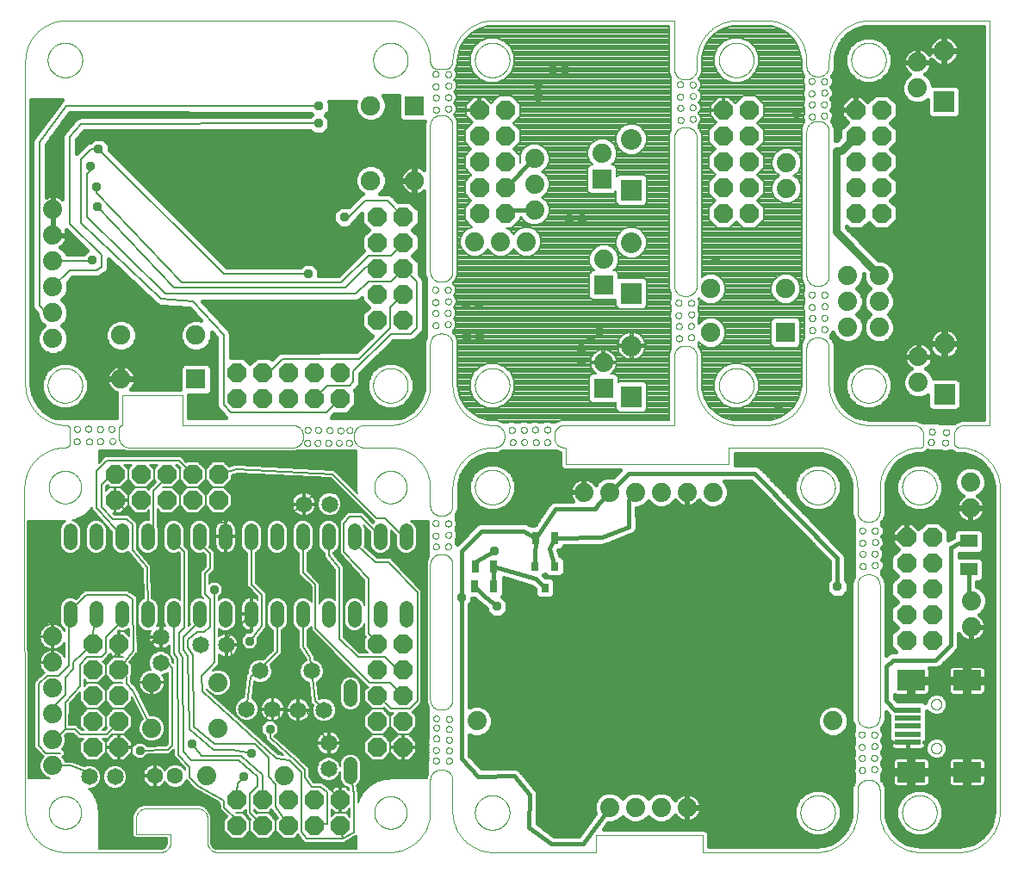
<source format=gbl>
G75*
%MOIN*%
%OFA0B0*%
%FSLAX25Y25*%
%IPPOS*%
%LPD*%
%AMOC8*
5,1,8,0,0,1.08239X$1,22.5*
%
%ADD10C,0.00000*%
%ADD11C,0.07400*%
%ADD12OC8,0.07400*%
%ADD13R,0.07500X0.07500*%
%ADD14C,0.07500*%
%ADD15R,0.03150X0.03543*%
%ADD16R,0.03150X0.04724*%
%ADD17R,0.07400X0.07400*%
%ADD18R,0.08000X0.08000*%
%ADD19C,0.08000*%
%ADD20R,0.10000X0.02000*%
%ADD21R,0.11000X0.07874*%
%ADD22R,0.07000X0.05000*%
%ADD23C,0.06500*%
%ADD24C,0.05200*%
%ADD25C,0.06299*%
%ADD26OC8,0.03562*%
%ADD27C,0.00787*%
%ADD28C,0.01575*%
%ADD29C,0.01600*%
%ADD30C,0.03150*%
%ADD31C,0.00600*%
D10*
X0017402Y0002763D02*
X0053993Y0002763D01*
X0054117Y0002765D01*
X0054240Y0002771D01*
X0054364Y0002780D01*
X0054486Y0002794D01*
X0054609Y0002811D01*
X0054731Y0002833D01*
X0054852Y0002858D01*
X0054972Y0002887D01*
X0055091Y0002919D01*
X0055210Y0002956D01*
X0055327Y0002996D01*
X0055442Y0003039D01*
X0055557Y0003087D01*
X0055669Y0003138D01*
X0055780Y0003192D01*
X0055890Y0003250D01*
X0055997Y0003311D01*
X0056103Y0003376D01*
X0056206Y0003444D01*
X0056307Y0003515D01*
X0056406Y0003589D01*
X0056503Y0003666D01*
X0056597Y0003747D01*
X0056688Y0003830D01*
X0056777Y0003916D01*
X0056863Y0004005D01*
X0056946Y0004096D01*
X0057027Y0004190D01*
X0057104Y0004287D01*
X0057178Y0004386D01*
X0057249Y0004487D01*
X0057317Y0004590D01*
X0057382Y0004696D01*
X0057443Y0004803D01*
X0057501Y0004913D01*
X0057555Y0005024D01*
X0057606Y0005136D01*
X0057654Y0005251D01*
X0057697Y0005366D01*
X0057737Y0005483D01*
X0057774Y0005602D01*
X0057806Y0005721D01*
X0057835Y0005841D01*
X0057860Y0005962D01*
X0057882Y0006084D01*
X0057899Y0006207D01*
X0057913Y0006329D01*
X0057922Y0006453D01*
X0057928Y0006576D01*
X0057930Y0006700D01*
X0057930Y0009603D01*
X0044607Y0009603D01*
X0044607Y0015798D01*
X0044609Y0015922D01*
X0044615Y0016045D01*
X0044624Y0016169D01*
X0044638Y0016291D01*
X0044655Y0016414D01*
X0044677Y0016536D01*
X0044702Y0016657D01*
X0044731Y0016777D01*
X0044763Y0016896D01*
X0044800Y0017015D01*
X0044840Y0017132D01*
X0044883Y0017247D01*
X0044931Y0017362D01*
X0044982Y0017474D01*
X0045036Y0017585D01*
X0045094Y0017695D01*
X0045155Y0017802D01*
X0045220Y0017908D01*
X0045288Y0018011D01*
X0045359Y0018112D01*
X0045433Y0018211D01*
X0045510Y0018308D01*
X0045591Y0018402D01*
X0045674Y0018493D01*
X0045760Y0018582D01*
X0045849Y0018668D01*
X0045940Y0018751D01*
X0046034Y0018832D01*
X0046131Y0018909D01*
X0046230Y0018983D01*
X0046331Y0019054D01*
X0046434Y0019122D01*
X0046540Y0019187D01*
X0046647Y0019248D01*
X0046757Y0019306D01*
X0046868Y0019360D01*
X0046980Y0019411D01*
X0047095Y0019459D01*
X0047210Y0019502D01*
X0047327Y0019542D01*
X0047446Y0019579D01*
X0047565Y0019611D01*
X0047685Y0019640D01*
X0047806Y0019665D01*
X0047928Y0019687D01*
X0048051Y0019704D01*
X0048173Y0019718D01*
X0048297Y0019727D01*
X0048420Y0019733D01*
X0048544Y0019735D01*
X0068229Y0019735D01*
X0068353Y0019733D01*
X0068476Y0019727D01*
X0068600Y0019718D01*
X0068722Y0019704D01*
X0068845Y0019687D01*
X0068967Y0019665D01*
X0069088Y0019640D01*
X0069208Y0019611D01*
X0069327Y0019579D01*
X0069446Y0019542D01*
X0069563Y0019502D01*
X0069678Y0019459D01*
X0069793Y0019411D01*
X0069905Y0019360D01*
X0070016Y0019306D01*
X0070126Y0019248D01*
X0070233Y0019187D01*
X0070339Y0019122D01*
X0070442Y0019054D01*
X0070543Y0018983D01*
X0070642Y0018909D01*
X0070739Y0018832D01*
X0070833Y0018751D01*
X0070924Y0018668D01*
X0071013Y0018582D01*
X0071099Y0018493D01*
X0071182Y0018402D01*
X0071263Y0018308D01*
X0071340Y0018211D01*
X0071414Y0018112D01*
X0071485Y0018011D01*
X0071553Y0017908D01*
X0071618Y0017802D01*
X0071679Y0017695D01*
X0071737Y0017585D01*
X0071791Y0017474D01*
X0071842Y0017362D01*
X0071890Y0017247D01*
X0071933Y0017132D01*
X0071973Y0017015D01*
X0072010Y0016896D01*
X0072042Y0016777D01*
X0072071Y0016657D01*
X0072096Y0016536D01*
X0072118Y0016414D01*
X0072135Y0016291D01*
X0072149Y0016169D01*
X0072158Y0016045D01*
X0072164Y0015922D01*
X0072166Y0015798D01*
X0072166Y0006700D01*
X0072168Y0006576D01*
X0072174Y0006453D01*
X0072183Y0006329D01*
X0072197Y0006207D01*
X0072214Y0006084D01*
X0072236Y0005962D01*
X0072261Y0005841D01*
X0072290Y0005721D01*
X0072322Y0005602D01*
X0072359Y0005483D01*
X0072399Y0005366D01*
X0072442Y0005251D01*
X0072490Y0005136D01*
X0072541Y0005024D01*
X0072595Y0004913D01*
X0072653Y0004803D01*
X0072714Y0004696D01*
X0072779Y0004590D01*
X0072847Y0004487D01*
X0072918Y0004386D01*
X0072992Y0004287D01*
X0073069Y0004190D01*
X0073150Y0004096D01*
X0073233Y0004005D01*
X0073319Y0003916D01*
X0073408Y0003830D01*
X0073499Y0003747D01*
X0073593Y0003666D01*
X0073690Y0003589D01*
X0073789Y0003515D01*
X0073890Y0003444D01*
X0073993Y0003376D01*
X0074099Y0003311D01*
X0074206Y0003250D01*
X0074316Y0003192D01*
X0074427Y0003138D01*
X0074539Y0003087D01*
X0074654Y0003039D01*
X0074769Y0002996D01*
X0074886Y0002956D01*
X0075005Y0002919D01*
X0075124Y0002887D01*
X0075244Y0002858D01*
X0075365Y0002833D01*
X0075487Y0002811D01*
X0075610Y0002794D01*
X0075732Y0002780D01*
X0075856Y0002771D01*
X0075979Y0002765D01*
X0076103Y0002763D01*
X0142639Y0002763D01*
X0136733Y0018117D02*
X0136735Y0018275D01*
X0136741Y0018433D01*
X0136751Y0018591D01*
X0136765Y0018749D01*
X0136783Y0018906D01*
X0136804Y0019063D01*
X0136830Y0019219D01*
X0136860Y0019375D01*
X0136893Y0019530D01*
X0136931Y0019683D01*
X0136972Y0019836D01*
X0137017Y0019988D01*
X0137066Y0020139D01*
X0137119Y0020288D01*
X0137175Y0020436D01*
X0137235Y0020582D01*
X0137299Y0020727D01*
X0137367Y0020870D01*
X0137438Y0021012D01*
X0137512Y0021152D01*
X0137590Y0021289D01*
X0137672Y0021425D01*
X0137756Y0021559D01*
X0137845Y0021690D01*
X0137936Y0021819D01*
X0138031Y0021946D01*
X0138128Y0022071D01*
X0138229Y0022193D01*
X0138333Y0022312D01*
X0138440Y0022429D01*
X0138550Y0022543D01*
X0138663Y0022654D01*
X0138778Y0022763D01*
X0138896Y0022868D01*
X0139017Y0022970D01*
X0139140Y0023070D01*
X0139266Y0023166D01*
X0139394Y0023259D01*
X0139524Y0023349D01*
X0139657Y0023435D01*
X0139792Y0023519D01*
X0139928Y0023598D01*
X0140067Y0023675D01*
X0140208Y0023747D01*
X0140350Y0023817D01*
X0140494Y0023882D01*
X0140640Y0023944D01*
X0140787Y0024002D01*
X0140936Y0024057D01*
X0141086Y0024108D01*
X0141237Y0024155D01*
X0141389Y0024198D01*
X0141542Y0024237D01*
X0141697Y0024273D01*
X0141852Y0024304D01*
X0142008Y0024332D01*
X0142164Y0024356D01*
X0142321Y0024376D01*
X0142479Y0024392D01*
X0142636Y0024404D01*
X0142795Y0024412D01*
X0142953Y0024416D01*
X0143111Y0024416D01*
X0143269Y0024412D01*
X0143428Y0024404D01*
X0143585Y0024392D01*
X0143743Y0024376D01*
X0143900Y0024356D01*
X0144056Y0024332D01*
X0144212Y0024304D01*
X0144367Y0024273D01*
X0144522Y0024237D01*
X0144675Y0024198D01*
X0144827Y0024155D01*
X0144978Y0024108D01*
X0145128Y0024057D01*
X0145277Y0024002D01*
X0145424Y0023944D01*
X0145570Y0023882D01*
X0145714Y0023817D01*
X0145856Y0023747D01*
X0145997Y0023675D01*
X0146136Y0023598D01*
X0146272Y0023519D01*
X0146407Y0023435D01*
X0146540Y0023349D01*
X0146670Y0023259D01*
X0146798Y0023166D01*
X0146924Y0023070D01*
X0147047Y0022970D01*
X0147168Y0022868D01*
X0147286Y0022763D01*
X0147401Y0022654D01*
X0147514Y0022543D01*
X0147624Y0022429D01*
X0147731Y0022312D01*
X0147835Y0022193D01*
X0147936Y0022071D01*
X0148033Y0021946D01*
X0148128Y0021819D01*
X0148219Y0021690D01*
X0148308Y0021559D01*
X0148392Y0021425D01*
X0148474Y0021289D01*
X0148552Y0021152D01*
X0148626Y0021012D01*
X0148697Y0020870D01*
X0148765Y0020727D01*
X0148829Y0020582D01*
X0148889Y0020436D01*
X0148945Y0020288D01*
X0148998Y0020139D01*
X0149047Y0019988D01*
X0149092Y0019836D01*
X0149133Y0019683D01*
X0149171Y0019530D01*
X0149204Y0019375D01*
X0149234Y0019219D01*
X0149260Y0019063D01*
X0149281Y0018906D01*
X0149299Y0018749D01*
X0149313Y0018591D01*
X0149323Y0018433D01*
X0149329Y0018275D01*
X0149331Y0018117D01*
X0149329Y0017959D01*
X0149323Y0017801D01*
X0149313Y0017643D01*
X0149299Y0017485D01*
X0149281Y0017328D01*
X0149260Y0017171D01*
X0149234Y0017015D01*
X0149204Y0016859D01*
X0149171Y0016704D01*
X0149133Y0016551D01*
X0149092Y0016398D01*
X0149047Y0016246D01*
X0148998Y0016095D01*
X0148945Y0015946D01*
X0148889Y0015798D01*
X0148829Y0015652D01*
X0148765Y0015507D01*
X0148697Y0015364D01*
X0148626Y0015222D01*
X0148552Y0015082D01*
X0148474Y0014945D01*
X0148392Y0014809D01*
X0148308Y0014675D01*
X0148219Y0014544D01*
X0148128Y0014415D01*
X0148033Y0014288D01*
X0147936Y0014163D01*
X0147835Y0014041D01*
X0147731Y0013922D01*
X0147624Y0013805D01*
X0147514Y0013691D01*
X0147401Y0013580D01*
X0147286Y0013471D01*
X0147168Y0013366D01*
X0147047Y0013264D01*
X0146924Y0013164D01*
X0146798Y0013068D01*
X0146670Y0012975D01*
X0146540Y0012885D01*
X0146407Y0012799D01*
X0146272Y0012715D01*
X0146136Y0012636D01*
X0145997Y0012559D01*
X0145856Y0012487D01*
X0145714Y0012417D01*
X0145570Y0012352D01*
X0145424Y0012290D01*
X0145277Y0012232D01*
X0145128Y0012177D01*
X0144978Y0012126D01*
X0144827Y0012079D01*
X0144675Y0012036D01*
X0144522Y0011997D01*
X0144367Y0011961D01*
X0144212Y0011930D01*
X0144056Y0011902D01*
X0143900Y0011878D01*
X0143743Y0011858D01*
X0143585Y0011842D01*
X0143428Y0011830D01*
X0143269Y0011822D01*
X0143111Y0011818D01*
X0142953Y0011818D01*
X0142795Y0011822D01*
X0142636Y0011830D01*
X0142479Y0011842D01*
X0142321Y0011858D01*
X0142164Y0011878D01*
X0142008Y0011902D01*
X0141852Y0011930D01*
X0141697Y0011961D01*
X0141542Y0011997D01*
X0141389Y0012036D01*
X0141237Y0012079D01*
X0141086Y0012126D01*
X0140936Y0012177D01*
X0140787Y0012232D01*
X0140640Y0012290D01*
X0140494Y0012352D01*
X0140350Y0012417D01*
X0140208Y0012487D01*
X0140067Y0012559D01*
X0139928Y0012636D01*
X0139792Y0012715D01*
X0139657Y0012799D01*
X0139524Y0012885D01*
X0139394Y0012975D01*
X0139266Y0013068D01*
X0139140Y0013164D01*
X0139017Y0013264D01*
X0138896Y0013366D01*
X0138778Y0013471D01*
X0138663Y0013580D01*
X0138550Y0013691D01*
X0138440Y0013805D01*
X0138333Y0013922D01*
X0138229Y0014041D01*
X0138128Y0014163D01*
X0138031Y0014288D01*
X0137936Y0014415D01*
X0137845Y0014544D01*
X0137756Y0014675D01*
X0137672Y0014809D01*
X0137590Y0014945D01*
X0137512Y0015082D01*
X0137438Y0015222D01*
X0137367Y0015364D01*
X0137299Y0015507D01*
X0137235Y0015652D01*
X0137175Y0015798D01*
X0137119Y0015946D01*
X0137066Y0016095D01*
X0137017Y0016246D01*
X0136972Y0016398D01*
X0136931Y0016551D01*
X0136893Y0016704D01*
X0136860Y0016859D01*
X0136830Y0017015D01*
X0136804Y0017171D01*
X0136783Y0017328D01*
X0136765Y0017485D01*
X0136751Y0017643D01*
X0136741Y0017801D01*
X0136735Y0017959D01*
X0136733Y0018117D01*
X0142639Y0002763D02*
X0143020Y0002768D01*
X0143400Y0002781D01*
X0143780Y0002804D01*
X0144159Y0002837D01*
X0144537Y0002878D01*
X0144914Y0002928D01*
X0145290Y0002988D01*
X0145665Y0003056D01*
X0146037Y0003134D01*
X0146408Y0003221D01*
X0146776Y0003316D01*
X0147142Y0003421D01*
X0147505Y0003534D01*
X0147866Y0003656D01*
X0148223Y0003786D01*
X0148577Y0003926D01*
X0148928Y0004073D01*
X0149275Y0004230D01*
X0149618Y0004394D01*
X0149957Y0004567D01*
X0150292Y0004748D01*
X0150623Y0004937D01*
X0150948Y0005134D01*
X0151269Y0005338D01*
X0151585Y0005551D01*
X0151895Y0005771D01*
X0152201Y0005998D01*
X0152500Y0006233D01*
X0152794Y0006475D01*
X0153082Y0006723D01*
X0153364Y0006979D01*
X0153639Y0007242D01*
X0153908Y0007511D01*
X0154171Y0007786D01*
X0154427Y0008068D01*
X0154675Y0008356D01*
X0154917Y0008650D01*
X0155152Y0008949D01*
X0155379Y0009255D01*
X0155599Y0009565D01*
X0155812Y0009881D01*
X0156016Y0010202D01*
X0156213Y0010527D01*
X0156402Y0010858D01*
X0156583Y0011193D01*
X0156756Y0011532D01*
X0156920Y0011875D01*
X0157077Y0012222D01*
X0157224Y0012573D01*
X0157364Y0012927D01*
X0157494Y0013284D01*
X0157616Y0013645D01*
X0157729Y0014008D01*
X0157834Y0014374D01*
X0157929Y0014742D01*
X0158016Y0015113D01*
X0158094Y0015485D01*
X0158162Y0015860D01*
X0158222Y0016236D01*
X0158272Y0016613D01*
X0158313Y0016991D01*
X0158346Y0017370D01*
X0158369Y0017750D01*
X0158382Y0018130D01*
X0158387Y0018511D01*
X0158387Y0030716D01*
X0158389Y0030840D01*
X0158395Y0030963D01*
X0158404Y0031087D01*
X0158418Y0031209D01*
X0158435Y0031332D01*
X0158457Y0031454D01*
X0158482Y0031575D01*
X0158511Y0031695D01*
X0158543Y0031814D01*
X0158580Y0031933D01*
X0158620Y0032050D01*
X0158663Y0032165D01*
X0158711Y0032280D01*
X0158762Y0032392D01*
X0158816Y0032503D01*
X0158874Y0032613D01*
X0158935Y0032720D01*
X0159000Y0032826D01*
X0159068Y0032929D01*
X0159139Y0033030D01*
X0159213Y0033129D01*
X0159290Y0033226D01*
X0159371Y0033320D01*
X0159454Y0033411D01*
X0159540Y0033500D01*
X0159629Y0033586D01*
X0159720Y0033669D01*
X0159814Y0033750D01*
X0159911Y0033827D01*
X0160010Y0033901D01*
X0160111Y0033972D01*
X0160214Y0034040D01*
X0160320Y0034105D01*
X0160427Y0034166D01*
X0160537Y0034224D01*
X0160648Y0034278D01*
X0160760Y0034329D01*
X0160875Y0034377D01*
X0160990Y0034420D01*
X0161107Y0034460D01*
X0161226Y0034497D01*
X0161345Y0034529D01*
X0161465Y0034558D01*
X0161586Y0034583D01*
X0161708Y0034605D01*
X0161831Y0034622D01*
X0161953Y0034636D01*
X0162077Y0034645D01*
X0162200Y0034651D01*
X0162324Y0034653D01*
X0163111Y0034653D01*
X0163235Y0034651D01*
X0163358Y0034645D01*
X0163482Y0034636D01*
X0163604Y0034622D01*
X0163727Y0034605D01*
X0163849Y0034583D01*
X0163970Y0034558D01*
X0164090Y0034529D01*
X0164209Y0034497D01*
X0164328Y0034460D01*
X0164445Y0034420D01*
X0164560Y0034377D01*
X0164675Y0034329D01*
X0164787Y0034278D01*
X0164898Y0034224D01*
X0165008Y0034166D01*
X0165115Y0034105D01*
X0165221Y0034040D01*
X0165324Y0033972D01*
X0165425Y0033901D01*
X0165524Y0033827D01*
X0165621Y0033750D01*
X0165715Y0033669D01*
X0165806Y0033586D01*
X0165895Y0033500D01*
X0165981Y0033411D01*
X0166064Y0033320D01*
X0166145Y0033226D01*
X0166222Y0033129D01*
X0166296Y0033030D01*
X0166367Y0032929D01*
X0166435Y0032826D01*
X0166500Y0032720D01*
X0166561Y0032613D01*
X0166619Y0032503D01*
X0166673Y0032392D01*
X0166724Y0032280D01*
X0166772Y0032165D01*
X0166815Y0032050D01*
X0166855Y0031933D01*
X0166892Y0031814D01*
X0166924Y0031695D01*
X0166953Y0031575D01*
X0166978Y0031454D01*
X0167000Y0031332D01*
X0167017Y0031209D01*
X0167031Y0031087D01*
X0167040Y0030963D01*
X0167046Y0030840D01*
X0167048Y0030716D01*
X0167048Y0018511D01*
X0175709Y0018117D02*
X0175711Y0018281D01*
X0175717Y0018445D01*
X0175727Y0018609D01*
X0175741Y0018773D01*
X0175759Y0018936D01*
X0175781Y0019099D01*
X0175808Y0019261D01*
X0175838Y0019423D01*
X0175872Y0019583D01*
X0175910Y0019743D01*
X0175951Y0019902D01*
X0175997Y0020060D01*
X0176047Y0020216D01*
X0176100Y0020372D01*
X0176157Y0020526D01*
X0176218Y0020678D01*
X0176283Y0020829D01*
X0176352Y0020979D01*
X0176424Y0021126D01*
X0176499Y0021272D01*
X0176579Y0021416D01*
X0176661Y0021558D01*
X0176747Y0021698D01*
X0176837Y0021835D01*
X0176930Y0021971D01*
X0177026Y0022104D01*
X0177126Y0022235D01*
X0177228Y0022363D01*
X0177334Y0022489D01*
X0177443Y0022612D01*
X0177555Y0022732D01*
X0177669Y0022850D01*
X0177787Y0022964D01*
X0177907Y0023076D01*
X0178030Y0023185D01*
X0178156Y0023291D01*
X0178284Y0023393D01*
X0178415Y0023493D01*
X0178548Y0023589D01*
X0178684Y0023682D01*
X0178821Y0023772D01*
X0178961Y0023858D01*
X0179103Y0023940D01*
X0179247Y0024020D01*
X0179393Y0024095D01*
X0179540Y0024167D01*
X0179690Y0024236D01*
X0179841Y0024301D01*
X0179993Y0024362D01*
X0180147Y0024419D01*
X0180303Y0024472D01*
X0180459Y0024522D01*
X0180617Y0024568D01*
X0180776Y0024609D01*
X0180936Y0024647D01*
X0181096Y0024681D01*
X0181258Y0024711D01*
X0181420Y0024738D01*
X0181583Y0024760D01*
X0181746Y0024778D01*
X0181910Y0024792D01*
X0182074Y0024802D01*
X0182238Y0024808D01*
X0182402Y0024810D01*
X0182566Y0024808D01*
X0182730Y0024802D01*
X0182894Y0024792D01*
X0183058Y0024778D01*
X0183221Y0024760D01*
X0183384Y0024738D01*
X0183546Y0024711D01*
X0183708Y0024681D01*
X0183868Y0024647D01*
X0184028Y0024609D01*
X0184187Y0024568D01*
X0184345Y0024522D01*
X0184501Y0024472D01*
X0184657Y0024419D01*
X0184811Y0024362D01*
X0184963Y0024301D01*
X0185114Y0024236D01*
X0185264Y0024167D01*
X0185411Y0024095D01*
X0185557Y0024020D01*
X0185701Y0023940D01*
X0185843Y0023858D01*
X0185983Y0023772D01*
X0186120Y0023682D01*
X0186256Y0023589D01*
X0186389Y0023493D01*
X0186520Y0023393D01*
X0186648Y0023291D01*
X0186774Y0023185D01*
X0186897Y0023076D01*
X0187017Y0022964D01*
X0187135Y0022850D01*
X0187249Y0022732D01*
X0187361Y0022612D01*
X0187470Y0022489D01*
X0187576Y0022363D01*
X0187678Y0022235D01*
X0187778Y0022104D01*
X0187874Y0021971D01*
X0187967Y0021835D01*
X0188057Y0021698D01*
X0188143Y0021558D01*
X0188225Y0021416D01*
X0188305Y0021272D01*
X0188380Y0021126D01*
X0188452Y0020979D01*
X0188521Y0020829D01*
X0188586Y0020678D01*
X0188647Y0020526D01*
X0188704Y0020372D01*
X0188757Y0020216D01*
X0188807Y0020060D01*
X0188853Y0019902D01*
X0188894Y0019743D01*
X0188932Y0019583D01*
X0188966Y0019423D01*
X0188996Y0019261D01*
X0189023Y0019099D01*
X0189045Y0018936D01*
X0189063Y0018773D01*
X0189077Y0018609D01*
X0189087Y0018445D01*
X0189093Y0018281D01*
X0189095Y0018117D01*
X0189093Y0017953D01*
X0189087Y0017789D01*
X0189077Y0017625D01*
X0189063Y0017461D01*
X0189045Y0017298D01*
X0189023Y0017135D01*
X0188996Y0016973D01*
X0188966Y0016811D01*
X0188932Y0016651D01*
X0188894Y0016491D01*
X0188853Y0016332D01*
X0188807Y0016174D01*
X0188757Y0016018D01*
X0188704Y0015862D01*
X0188647Y0015708D01*
X0188586Y0015556D01*
X0188521Y0015405D01*
X0188452Y0015255D01*
X0188380Y0015108D01*
X0188305Y0014962D01*
X0188225Y0014818D01*
X0188143Y0014676D01*
X0188057Y0014536D01*
X0187967Y0014399D01*
X0187874Y0014263D01*
X0187778Y0014130D01*
X0187678Y0013999D01*
X0187576Y0013871D01*
X0187470Y0013745D01*
X0187361Y0013622D01*
X0187249Y0013502D01*
X0187135Y0013384D01*
X0187017Y0013270D01*
X0186897Y0013158D01*
X0186774Y0013049D01*
X0186648Y0012943D01*
X0186520Y0012841D01*
X0186389Y0012741D01*
X0186256Y0012645D01*
X0186120Y0012552D01*
X0185983Y0012462D01*
X0185843Y0012376D01*
X0185701Y0012294D01*
X0185557Y0012214D01*
X0185411Y0012139D01*
X0185264Y0012067D01*
X0185114Y0011998D01*
X0184963Y0011933D01*
X0184811Y0011872D01*
X0184657Y0011815D01*
X0184501Y0011762D01*
X0184345Y0011712D01*
X0184187Y0011666D01*
X0184028Y0011625D01*
X0183868Y0011587D01*
X0183708Y0011553D01*
X0183546Y0011523D01*
X0183384Y0011496D01*
X0183221Y0011474D01*
X0183058Y0011456D01*
X0182894Y0011442D01*
X0182730Y0011432D01*
X0182566Y0011426D01*
X0182402Y0011424D01*
X0182238Y0011426D01*
X0182074Y0011432D01*
X0181910Y0011442D01*
X0181746Y0011456D01*
X0181583Y0011474D01*
X0181420Y0011496D01*
X0181258Y0011523D01*
X0181096Y0011553D01*
X0180936Y0011587D01*
X0180776Y0011625D01*
X0180617Y0011666D01*
X0180459Y0011712D01*
X0180303Y0011762D01*
X0180147Y0011815D01*
X0179993Y0011872D01*
X0179841Y0011933D01*
X0179690Y0011998D01*
X0179540Y0012067D01*
X0179393Y0012139D01*
X0179247Y0012214D01*
X0179103Y0012294D01*
X0178961Y0012376D01*
X0178821Y0012462D01*
X0178684Y0012552D01*
X0178548Y0012645D01*
X0178415Y0012741D01*
X0178284Y0012841D01*
X0178156Y0012943D01*
X0178030Y0013049D01*
X0177907Y0013158D01*
X0177787Y0013270D01*
X0177669Y0013384D01*
X0177555Y0013502D01*
X0177443Y0013622D01*
X0177334Y0013745D01*
X0177228Y0013871D01*
X0177126Y0013999D01*
X0177026Y0014130D01*
X0176930Y0014263D01*
X0176837Y0014399D01*
X0176747Y0014536D01*
X0176661Y0014676D01*
X0176579Y0014818D01*
X0176499Y0014962D01*
X0176424Y0015108D01*
X0176352Y0015255D01*
X0176283Y0015405D01*
X0176218Y0015556D01*
X0176157Y0015708D01*
X0176100Y0015862D01*
X0176047Y0016018D01*
X0175997Y0016174D01*
X0175951Y0016332D01*
X0175910Y0016491D01*
X0175872Y0016651D01*
X0175838Y0016811D01*
X0175808Y0016973D01*
X0175781Y0017135D01*
X0175759Y0017298D01*
X0175741Y0017461D01*
X0175727Y0017625D01*
X0175717Y0017789D01*
X0175711Y0017953D01*
X0175709Y0018117D01*
X0167048Y0018511D02*
X0167053Y0018130D01*
X0167066Y0017750D01*
X0167089Y0017370D01*
X0167122Y0016991D01*
X0167163Y0016613D01*
X0167213Y0016236D01*
X0167273Y0015860D01*
X0167341Y0015485D01*
X0167419Y0015113D01*
X0167506Y0014742D01*
X0167601Y0014374D01*
X0167706Y0014008D01*
X0167819Y0013645D01*
X0167941Y0013284D01*
X0168071Y0012927D01*
X0168211Y0012573D01*
X0168358Y0012222D01*
X0168515Y0011875D01*
X0168679Y0011532D01*
X0168852Y0011193D01*
X0169033Y0010858D01*
X0169222Y0010527D01*
X0169419Y0010202D01*
X0169623Y0009881D01*
X0169836Y0009565D01*
X0170056Y0009255D01*
X0170283Y0008949D01*
X0170518Y0008650D01*
X0170760Y0008356D01*
X0171008Y0008068D01*
X0171264Y0007786D01*
X0171527Y0007511D01*
X0171796Y0007242D01*
X0172071Y0006979D01*
X0172353Y0006723D01*
X0172641Y0006475D01*
X0172935Y0006233D01*
X0173234Y0005998D01*
X0173540Y0005771D01*
X0173850Y0005551D01*
X0174166Y0005338D01*
X0174487Y0005134D01*
X0174812Y0004937D01*
X0175143Y0004748D01*
X0175478Y0004567D01*
X0175817Y0004394D01*
X0176160Y0004230D01*
X0176507Y0004073D01*
X0176858Y0003926D01*
X0177212Y0003786D01*
X0177569Y0003656D01*
X0177930Y0003534D01*
X0178293Y0003421D01*
X0178659Y0003316D01*
X0179027Y0003221D01*
X0179398Y0003134D01*
X0179770Y0003056D01*
X0180145Y0002988D01*
X0180521Y0002928D01*
X0180898Y0002878D01*
X0181276Y0002837D01*
X0181655Y0002804D01*
X0182035Y0002781D01*
X0182415Y0002768D01*
X0182796Y0002763D01*
X0222599Y0002802D01*
X0222599Y0009298D01*
X0263741Y0009259D01*
X0263741Y0002763D01*
X0307993Y0002763D01*
X0301694Y0018117D02*
X0301696Y0018281D01*
X0301702Y0018445D01*
X0301712Y0018609D01*
X0301726Y0018773D01*
X0301744Y0018936D01*
X0301766Y0019099D01*
X0301793Y0019261D01*
X0301823Y0019423D01*
X0301857Y0019583D01*
X0301895Y0019743D01*
X0301936Y0019902D01*
X0301982Y0020060D01*
X0302032Y0020216D01*
X0302085Y0020372D01*
X0302142Y0020526D01*
X0302203Y0020678D01*
X0302268Y0020829D01*
X0302337Y0020979D01*
X0302409Y0021126D01*
X0302484Y0021272D01*
X0302564Y0021416D01*
X0302646Y0021558D01*
X0302732Y0021698D01*
X0302822Y0021835D01*
X0302915Y0021971D01*
X0303011Y0022104D01*
X0303111Y0022235D01*
X0303213Y0022363D01*
X0303319Y0022489D01*
X0303428Y0022612D01*
X0303540Y0022732D01*
X0303654Y0022850D01*
X0303772Y0022964D01*
X0303892Y0023076D01*
X0304015Y0023185D01*
X0304141Y0023291D01*
X0304269Y0023393D01*
X0304400Y0023493D01*
X0304533Y0023589D01*
X0304669Y0023682D01*
X0304806Y0023772D01*
X0304946Y0023858D01*
X0305088Y0023940D01*
X0305232Y0024020D01*
X0305378Y0024095D01*
X0305525Y0024167D01*
X0305675Y0024236D01*
X0305826Y0024301D01*
X0305978Y0024362D01*
X0306132Y0024419D01*
X0306288Y0024472D01*
X0306444Y0024522D01*
X0306602Y0024568D01*
X0306761Y0024609D01*
X0306921Y0024647D01*
X0307081Y0024681D01*
X0307243Y0024711D01*
X0307405Y0024738D01*
X0307568Y0024760D01*
X0307731Y0024778D01*
X0307895Y0024792D01*
X0308059Y0024802D01*
X0308223Y0024808D01*
X0308387Y0024810D01*
X0308551Y0024808D01*
X0308715Y0024802D01*
X0308879Y0024792D01*
X0309043Y0024778D01*
X0309206Y0024760D01*
X0309369Y0024738D01*
X0309531Y0024711D01*
X0309693Y0024681D01*
X0309853Y0024647D01*
X0310013Y0024609D01*
X0310172Y0024568D01*
X0310330Y0024522D01*
X0310486Y0024472D01*
X0310642Y0024419D01*
X0310796Y0024362D01*
X0310948Y0024301D01*
X0311099Y0024236D01*
X0311249Y0024167D01*
X0311396Y0024095D01*
X0311542Y0024020D01*
X0311686Y0023940D01*
X0311828Y0023858D01*
X0311968Y0023772D01*
X0312105Y0023682D01*
X0312241Y0023589D01*
X0312374Y0023493D01*
X0312505Y0023393D01*
X0312633Y0023291D01*
X0312759Y0023185D01*
X0312882Y0023076D01*
X0313002Y0022964D01*
X0313120Y0022850D01*
X0313234Y0022732D01*
X0313346Y0022612D01*
X0313455Y0022489D01*
X0313561Y0022363D01*
X0313663Y0022235D01*
X0313763Y0022104D01*
X0313859Y0021971D01*
X0313952Y0021835D01*
X0314042Y0021698D01*
X0314128Y0021558D01*
X0314210Y0021416D01*
X0314290Y0021272D01*
X0314365Y0021126D01*
X0314437Y0020979D01*
X0314506Y0020829D01*
X0314571Y0020678D01*
X0314632Y0020526D01*
X0314689Y0020372D01*
X0314742Y0020216D01*
X0314792Y0020060D01*
X0314838Y0019902D01*
X0314879Y0019743D01*
X0314917Y0019583D01*
X0314951Y0019423D01*
X0314981Y0019261D01*
X0315008Y0019099D01*
X0315030Y0018936D01*
X0315048Y0018773D01*
X0315062Y0018609D01*
X0315072Y0018445D01*
X0315078Y0018281D01*
X0315080Y0018117D01*
X0315078Y0017953D01*
X0315072Y0017789D01*
X0315062Y0017625D01*
X0315048Y0017461D01*
X0315030Y0017298D01*
X0315008Y0017135D01*
X0314981Y0016973D01*
X0314951Y0016811D01*
X0314917Y0016651D01*
X0314879Y0016491D01*
X0314838Y0016332D01*
X0314792Y0016174D01*
X0314742Y0016018D01*
X0314689Y0015862D01*
X0314632Y0015708D01*
X0314571Y0015556D01*
X0314506Y0015405D01*
X0314437Y0015255D01*
X0314365Y0015108D01*
X0314290Y0014962D01*
X0314210Y0014818D01*
X0314128Y0014676D01*
X0314042Y0014536D01*
X0313952Y0014399D01*
X0313859Y0014263D01*
X0313763Y0014130D01*
X0313663Y0013999D01*
X0313561Y0013871D01*
X0313455Y0013745D01*
X0313346Y0013622D01*
X0313234Y0013502D01*
X0313120Y0013384D01*
X0313002Y0013270D01*
X0312882Y0013158D01*
X0312759Y0013049D01*
X0312633Y0012943D01*
X0312505Y0012841D01*
X0312374Y0012741D01*
X0312241Y0012645D01*
X0312105Y0012552D01*
X0311968Y0012462D01*
X0311828Y0012376D01*
X0311686Y0012294D01*
X0311542Y0012214D01*
X0311396Y0012139D01*
X0311249Y0012067D01*
X0311099Y0011998D01*
X0310948Y0011933D01*
X0310796Y0011872D01*
X0310642Y0011815D01*
X0310486Y0011762D01*
X0310330Y0011712D01*
X0310172Y0011666D01*
X0310013Y0011625D01*
X0309853Y0011587D01*
X0309693Y0011553D01*
X0309531Y0011523D01*
X0309369Y0011496D01*
X0309206Y0011474D01*
X0309043Y0011456D01*
X0308879Y0011442D01*
X0308715Y0011432D01*
X0308551Y0011426D01*
X0308387Y0011424D01*
X0308223Y0011426D01*
X0308059Y0011432D01*
X0307895Y0011442D01*
X0307731Y0011456D01*
X0307568Y0011474D01*
X0307405Y0011496D01*
X0307243Y0011523D01*
X0307081Y0011553D01*
X0306921Y0011587D01*
X0306761Y0011625D01*
X0306602Y0011666D01*
X0306444Y0011712D01*
X0306288Y0011762D01*
X0306132Y0011815D01*
X0305978Y0011872D01*
X0305826Y0011933D01*
X0305675Y0011998D01*
X0305525Y0012067D01*
X0305378Y0012139D01*
X0305232Y0012214D01*
X0305088Y0012294D01*
X0304946Y0012376D01*
X0304806Y0012462D01*
X0304669Y0012552D01*
X0304533Y0012645D01*
X0304400Y0012741D01*
X0304269Y0012841D01*
X0304141Y0012943D01*
X0304015Y0013049D01*
X0303892Y0013158D01*
X0303772Y0013270D01*
X0303654Y0013384D01*
X0303540Y0013502D01*
X0303428Y0013622D01*
X0303319Y0013745D01*
X0303213Y0013871D01*
X0303111Y0013999D01*
X0303011Y0014130D01*
X0302915Y0014263D01*
X0302822Y0014399D01*
X0302732Y0014536D01*
X0302646Y0014676D01*
X0302564Y0014818D01*
X0302484Y0014962D01*
X0302409Y0015108D01*
X0302337Y0015255D01*
X0302268Y0015405D01*
X0302203Y0015556D01*
X0302142Y0015708D01*
X0302085Y0015862D01*
X0302032Y0016018D01*
X0301982Y0016174D01*
X0301936Y0016332D01*
X0301895Y0016491D01*
X0301857Y0016651D01*
X0301823Y0016811D01*
X0301793Y0016973D01*
X0301766Y0017135D01*
X0301744Y0017298D01*
X0301726Y0017461D01*
X0301712Y0017625D01*
X0301702Y0017789D01*
X0301696Y0017953D01*
X0301694Y0018117D01*
X0307993Y0002763D02*
X0308374Y0002768D01*
X0308754Y0002781D01*
X0309134Y0002804D01*
X0309513Y0002837D01*
X0309891Y0002878D01*
X0310268Y0002928D01*
X0310644Y0002988D01*
X0311019Y0003056D01*
X0311391Y0003134D01*
X0311762Y0003221D01*
X0312130Y0003316D01*
X0312496Y0003421D01*
X0312859Y0003534D01*
X0313220Y0003656D01*
X0313577Y0003786D01*
X0313931Y0003926D01*
X0314282Y0004073D01*
X0314629Y0004230D01*
X0314972Y0004394D01*
X0315311Y0004567D01*
X0315646Y0004748D01*
X0315977Y0004937D01*
X0316302Y0005134D01*
X0316623Y0005338D01*
X0316939Y0005551D01*
X0317249Y0005771D01*
X0317555Y0005998D01*
X0317854Y0006233D01*
X0318148Y0006475D01*
X0318436Y0006723D01*
X0318718Y0006979D01*
X0318993Y0007242D01*
X0319262Y0007511D01*
X0319525Y0007786D01*
X0319781Y0008068D01*
X0320029Y0008356D01*
X0320271Y0008650D01*
X0320506Y0008949D01*
X0320733Y0009255D01*
X0320953Y0009565D01*
X0321166Y0009881D01*
X0321370Y0010202D01*
X0321567Y0010527D01*
X0321756Y0010858D01*
X0321937Y0011193D01*
X0322110Y0011532D01*
X0322274Y0011875D01*
X0322431Y0012222D01*
X0322578Y0012573D01*
X0322718Y0012927D01*
X0322848Y0013284D01*
X0322970Y0013645D01*
X0323083Y0014008D01*
X0323188Y0014374D01*
X0323283Y0014742D01*
X0323370Y0015113D01*
X0323448Y0015485D01*
X0323516Y0015860D01*
X0323576Y0016236D01*
X0323626Y0016613D01*
X0323667Y0016991D01*
X0323700Y0017370D01*
X0323723Y0017750D01*
X0323736Y0018130D01*
X0323741Y0018511D01*
X0323741Y0026779D01*
X0323743Y0026903D01*
X0323749Y0027026D01*
X0323758Y0027150D01*
X0323772Y0027272D01*
X0323789Y0027395D01*
X0323811Y0027517D01*
X0323836Y0027638D01*
X0323865Y0027758D01*
X0323897Y0027877D01*
X0323934Y0027996D01*
X0323974Y0028113D01*
X0324017Y0028228D01*
X0324065Y0028343D01*
X0324116Y0028455D01*
X0324170Y0028566D01*
X0324228Y0028676D01*
X0324289Y0028783D01*
X0324354Y0028889D01*
X0324422Y0028992D01*
X0324493Y0029093D01*
X0324567Y0029192D01*
X0324644Y0029289D01*
X0324725Y0029383D01*
X0324808Y0029474D01*
X0324894Y0029563D01*
X0324983Y0029649D01*
X0325074Y0029732D01*
X0325168Y0029813D01*
X0325265Y0029890D01*
X0325364Y0029964D01*
X0325465Y0030035D01*
X0325568Y0030103D01*
X0325674Y0030168D01*
X0325781Y0030229D01*
X0325891Y0030287D01*
X0326002Y0030341D01*
X0326114Y0030392D01*
X0326229Y0030440D01*
X0326344Y0030483D01*
X0326461Y0030523D01*
X0326580Y0030560D01*
X0326699Y0030592D01*
X0326819Y0030621D01*
X0326940Y0030646D01*
X0327062Y0030668D01*
X0327185Y0030685D01*
X0327307Y0030699D01*
X0327431Y0030708D01*
X0327554Y0030714D01*
X0327678Y0030716D01*
X0328465Y0030716D01*
X0328589Y0030714D01*
X0328712Y0030708D01*
X0328836Y0030699D01*
X0328958Y0030685D01*
X0329081Y0030668D01*
X0329203Y0030646D01*
X0329324Y0030621D01*
X0329444Y0030592D01*
X0329563Y0030560D01*
X0329682Y0030523D01*
X0329799Y0030483D01*
X0329914Y0030440D01*
X0330029Y0030392D01*
X0330141Y0030341D01*
X0330252Y0030287D01*
X0330362Y0030229D01*
X0330469Y0030168D01*
X0330575Y0030103D01*
X0330678Y0030035D01*
X0330779Y0029964D01*
X0330878Y0029890D01*
X0330975Y0029813D01*
X0331069Y0029732D01*
X0331160Y0029649D01*
X0331249Y0029563D01*
X0331335Y0029474D01*
X0331418Y0029383D01*
X0331499Y0029289D01*
X0331576Y0029192D01*
X0331650Y0029093D01*
X0331721Y0028992D01*
X0331789Y0028889D01*
X0331854Y0028783D01*
X0331915Y0028676D01*
X0331973Y0028566D01*
X0332027Y0028455D01*
X0332078Y0028343D01*
X0332126Y0028228D01*
X0332169Y0028113D01*
X0332209Y0027996D01*
X0332246Y0027877D01*
X0332278Y0027758D01*
X0332307Y0027638D01*
X0332332Y0027517D01*
X0332354Y0027395D01*
X0332371Y0027272D01*
X0332385Y0027150D01*
X0332394Y0027026D01*
X0332400Y0026903D01*
X0332402Y0026779D01*
X0332402Y0018511D01*
X0341064Y0018117D02*
X0341066Y0018281D01*
X0341072Y0018445D01*
X0341082Y0018609D01*
X0341096Y0018773D01*
X0341114Y0018936D01*
X0341136Y0019099D01*
X0341163Y0019261D01*
X0341193Y0019423D01*
X0341227Y0019583D01*
X0341265Y0019743D01*
X0341306Y0019902D01*
X0341352Y0020060D01*
X0341402Y0020216D01*
X0341455Y0020372D01*
X0341512Y0020526D01*
X0341573Y0020678D01*
X0341638Y0020829D01*
X0341707Y0020979D01*
X0341779Y0021126D01*
X0341854Y0021272D01*
X0341934Y0021416D01*
X0342016Y0021558D01*
X0342102Y0021698D01*
X0342192Y0021835D01*
X0342285Y0021971D01*
X0342381Y0022104D01*
X0342481Y0022235D01*
X0342583Y0022363D01*
X0342689Y0022489D01*
X0342798Y0022612D01*
X0342910Y0022732D01*
X0343024Y0022850D01*
X0343142Y0022964D01*
X0343262Y0023076D01*
X0343385Y0023185D01*
X0343511Y0023291D01*
X0343639Y0023393D01*
X0343770Y0023493D01*
X0343903Y0023589D01*
X0344039Y0023682D01*
X0344176Y0023772D01*
X0344316Y0023858D01*
X0344458Y0023940D01*
X0344602Y0024020D01*
X0344748Y0024095D01*
X0344895Y0024167D01*
X0345045Y0024236D01*
X0345196Y0024301D01*
X0345348Y0024362D01*
X0345502Y0024419D01*
X0345658Y0024472D01*
X0345814Y0024522D01*
X0345972Y0024568D01*
X0346131Y0024609D01*
X0346291Y0024647D01*
X0346451Y0024681D01*
X0346613Y0024711D01*
X0346775Y0024738D01*
X0346938Y0024760D01*
X0347101Y0024778D01*
X0347265Y0024792D01*
X0347429Y0024802D01*
X0347593Y0024808D01*
X0347757Y0024810D01*
X0347921Y0024808D01*
X0348085Y0024802D01*
X0348249Y0024792D01*
X0348413Y0024778D01*
X0348576Y0024760D01*
X0348739Y0024738D01*
X0348901Y0024711D01*
X0349063Y0024681D01*
X0349223Y0024647D01*
X0349383Y0024609D01*
X0349542Y0024568D01*
X0349700Y0024522D01*
X0349856Y0024472D01*
X0350012Y0024419D01*
X0350166Y0024362D01*
X0350318Y0024301D01*
X0350469Y0024236D01*
X0350619Y0024167D01*
X0350766Y0024095D01*
X0350912Y0024020D01*
X0351056Y0023940D01*
X0351198Y0023858D01*
X0351338Y0023772D01*
X0351475Y0023682D01*
X0351611Y0023589D01*
X0351744Y0023493D01*
X0351875Y0023393D01*
X0352003Y0023291D01*
X0352129Y0023185D01*
X0352252Y0023076D01*
X0352372Y0022964D01*
X0352490Y0022850D01*
X0352604Y0022732D01*
X0352716Y0022612D01*
X0352825Y0022489D01*
X0352931Y0022363D01*
X0353033Y0022235D01*
X0353133Y0022104D01*
X0353229Y0021971D01*
X0353322Y0021835D01*
X0353412Y0021698D01*
X0353498Y0021558D01*
X0353580Y0021416D01*
X0353660Y0021272D01*
X0353735Y0021126D01*
X0353807Y0020979D01*
X0353876Y0020829D01*
X0353941Y0020678D01*
X0354002Y0020526D01*
X0354059Y0020372D01*
X0354112Y0020216D01*
X0354162Y0020060D01*
X0354208Y0019902D01*
X0354249Y0019743D01*
X0354287Y0019583D01*
X0354321Y0019423D01*
X0354351Y0019261D01*
X0354378Y0019099D01*
X0354400Y0018936D01*
X0354418Y0018773D01*
X0354432Y0018609D01*
X0354442Y0018445D01*
X0354448Y0018281D01*
X0354450Y0018117D01*
X0354448Y0017953D01*
X0354442Y0017789D01*
X0354432Y0017625D01*
X0354418Y0017461D01*
X0354400Y0017298D01*
X0354378Y0017135D01*
X0354351Y0016973D01*
X0354321Y0016811D01*
X0354287Y0016651D01*
X0354249Y0016491D01*
X0354208Y0016332D01*
X0354162Y0016174D01*
X0354112Y0016018D01*
X0354059Y0015862D01*
X0354002Y0015708D01*
X0353941Y0015556D01*
X0353876Y0015405D01*
X0353807Y0015255D01*
X0353735Y0015108D01*
X0353660Y0014962D01*
X0353580Y0014818D01*
X0353498Y0014676D01*
X0353412Y0014536D01*
X0353322Y0014399D01*
X0353229Y0014263D01*
X0353133Y0014130D01*
X0353033Y0013999D01*
X0352931Y0013871D01*
X0352825Y0013745D01*
X0352716Y0013622D01*
X0352604Y0013502D01*
X0352490Y0013384D01*
X0352372Y0013270D01*
X0352252Y0013158D01*
X0352129Y0013049D01*
X0352003Y0012943D01*
X0351875Y0012841D01*
X0351744Y0012741D01*
X0351611Y0012645D01*
X0351475Y0012552D01*
X0351338Y0012462D01*
X0351198Y0012376D01*
X0351056Y0012294D01*
X0350912Y0012214D01*
X0350766Y0012139D01*
X0350619Y0012067D01*
X0350469Y0011998D01*
X0350318Y0011933D01*
X0350166Y0011872D01*
X0350012Y0011815D01*
X0349856Y0011762D01*
X0349700Y0011712D01*
X0349542Y0011666D01*
X0349383Y0011625D01*
X0349223Y0011587D01*
X0349063Y0011553D01*
X0348901Y0011523D01*
X0348739Y0011496D01*
X0348576Y0011474D01*
X0348413Y0011456D01*
X0348249Y0011442D01*
X0348085Y0011432D01*
X0347921Y0011426D01*
X0347757Y0011424D01*
X0347593Y0011426D01*
X0347429Y0011432D01*
X0347265Y0011442D01*
X0347101Y0011456D01*
X0346938Y0011474D01*
X0346775Y0011496D01*
X0346613Y0011523D01*
X0346451Y0011553D01*
X0346291Y0011587D01*
X0346131Y0011625D01*
X0345972Y0011666D01*
X0345814Y0011712D01*
X0345658Y0011762D01*
X0345502Y0011815D01*
X0345348Y0011872D01*
X0345196Y0011933D01*
X0345045Y0011998D01*
X0344895Y0012067D01*
X0344748Y0012139D01*
X0344602Y0012214D01*
X0344458Y0012294D01*
X0344316Y0012376D01*
X0344176Y0012462D01*
X0344039Y0012552D01*
X0343903Y0012645D01*
X0343770Y0012741D01*
X0343639Y0012841D01*
X0343511Y0012943D01*
X0343385Y0013049D01*
X0343262Y0013158D01*
X0343142Y0013270D01*
X0343024Y0013384D01*
X0342910Y0013502D01*
X0342798Y0013622D01*
X0342689Y0013745D01*
X0342583Y0013871D01*
X0342481Y0013999D01*
X0342381Y0014130D01*
X0342285Y0014263D01*
X0342192Y0014399D01*
X0342102Y0014536D01*
X0342016Y0014676D01*
X0341934Y0014818D01*
X0341854Y0014962D01*
X0341779Y0015108D01*
X0341707Y0015255D01*
X0341638Y0015405D01*
X0341573Y0015556D01*
X0341512Y0015708D01*
X0341455Y0015862D01*
X0341402Y0016018D01*
X0341352Y0016174D01*
X0341306Y0016332D01*
X0341265Y0016491D01*
X0341227Y0016651D01*
X0341193Y0016811D01*
X0341163Y0016973D01*
X0341136Y0017135D01*
X0341114Y0017298D01*
X0341096Y0017461D01*
X0341082Y0017625D01*
X0341072Y0017789D01*
X0341066Y0017953D01*
X0341064Y0018117D01*
X0332402Y0018511D02*
X0332407Y0018130D01*
X0332420Y0017750D01*
X0332443Y0017370D01*
X0332476Y0016991D01*
X0332517Y0016613D01*
X0332567Y0016236D01*
X0332627Y0015860D01*
X0332695Y0015485D01*
X0332773Y0015113D01*
X0332860Y0014742D01*
X0332955Y0014374D01*
X0333060Y0014008D01*
X0333173Y0013645D01*
X0333295Y0013284D01*
X0333425Y0012927D01*
X0333565Y0012573D01*
X0333712Y0012222D01*
X0333869Y0011875D01*
X0334033Y0011532D01*
X0334206Y0011193D01*
X0334387Y0010858D01*
X0334576Y0010527D01*
X0334773Y0010202D01*
X0334977Y0009881D01*
X0335190Y0009565D01*
X0335410Y0009255D01*
X0335637Y0008949D01*
X0335872Y0008650D01*
X0336114Y0008356D01*
X0336362Y0008068D01*
X0336618Y0007786D01*
X0336881Y0007511D01*
X0337150Y0007242D01*
X0337425Y0006979D01*
X0337707Y0006723D01*
X0337995Y0006475D01*
X0338289Y0006233D01*
X0338588Y0005998D01*
X0338894Y0005771D01*
X0339204Y0005551D01*
X0339520Y0005338D01*
X0339841Y0005134D01*
X0340166Y0004937D01*
X0340497Y0004748D01*
X0340832Y0004567D01*
X0341171Y0004394D01*
X0341514Y0004230D01*
X0341861Y0004073D01*
X0342212Y0003926D01*
X0342566Y0003786D01*
X0342923Y0003656D01*
X0343284Y0003534D01*
X0343647Y0003421D01*
X0344013Y0003316D01*
X0344381Y0003221D01*
X0344752Y0003134D01*
X0345124Y0003056D01*
X0345499Y0002988D01*
X0345875Y0002928D01*
X0346252Y0002878D01*
X0346630Y0002837D01*
X0347009Y0002804D01*
X0347389Y0002781D01*
X0347769Y0002768D01*
X0348150Y0002763D01*
X0363111Y0002763D01*
X0363492Y0002768D01*
X0363872Y0002781D01*
X0364252Y0002804D01*
X0364631Y0002837D01*
X0365009Y0002878D01*
X0365386Y0002928D01*
X0365762Y0002988D01*
X0366137Y0003056D01*
X0366509Y0003134D01*
X0366880Y0003221D01*
X0367248Y0003316D01*
X0367614Y0003421D01*
X0367977Y0003534D01*
X0368338Y0003656D01*
X0368695Y0003786D01*
X0369049Y0003926D01*
X0369400Y0004073D01*
X0369747Y0004230D01*
X0370090Y0004394D01*
X0370429Y0004567D01*
X0370764Y0004748D01*
X0371095Y0004937D01*
X0371420Y0005134D01*
X0371741Y0005338D01*
X0372057Y0005551D01*
X0372367Y0005771D01*
X0372673Y0005998D01*
X0372972Y0006233D01*
X0373266Y0006475D01*
X0373554Y0006723D01*
X0373836Y0006979D01*
X0374111Y0007242D01*
X0374380Y0007511D01*
X0374643Y0007786D01*
X0374899Y0008068D01*
X0375147Y0008356D01*
X0375389Y0008650D01*
X0375624Y0008949D01*
X0375851Y0009255D01*
X0376071Y0009565D01*
X0376284Y0009881D01*
X0376488Y0010202D01*
X0376685Y0010527D01*
X0376874Y0010858D01*
X0377055Y0011193D01*
X0377228Y0011532D01*
X0377392Y0011875D01*
X0377549Y0012222D01*
X0377696Y0012573D01*
X0377836Y0012927D01*
X0377966Y0013284D01*
X0378088Y0013645D01*
X0378201Y0014008D01*
X0378306Y0014374D01*
X0378401Y0014742D01*
X0378488Y0015113D01*
X0378566Y0015485D01*
X0378634Y0015860D01*
X0378694Y0016236D01*
X0378744Y0016613D01*
X0378785Y0016991D01*
X0378818Y0017370D01*
X0378841Y0017750D01*
X0378854Y0018130D01*
X0378859Y0018511D01*
X0378859Y0143708D01*
X0378854Y0144089D01*
X0378841Y0144469D01*
X0378818Y0144849D01*
X0378785Y0145228D01*
X0378744Y0145606D01*
X0378694Y0145983D01*
X0378634Y0146359D01*
X0378566Y0146734D01*
X0378488Y0147106D01*
X0378401Y0147477D01*
X0378306Y0147845D01*
X0378201Y0148211D01*
X0378088Y0148574D01*
X0377966Y0148935D01*
X0377836Y0149292D01*
X0377696Y0149646D01*
X0377549Y0149997D01*
X0377392Y0150344D01*
X0377228Y0150687D01*
X0377055Y0151026D01*
X0376874Y0151361D01*
X0376685Y0151692D01*
X0376488Y0152017D01*
X0376284Y0152338D01*
X0376071Y0152654D01*
X0375851Y0152964D01*
X0375624Y0153270D01*
X0375389Y0153569D01*
X0375147Y0153863D01*
X0374899Y0154151D01*
X0374643Y0154433D01*
X0374380Y0154708D01*
X0374111Y0154977D01*
X0373836Y0155240D01*
X0373554Y0155496D01*
X0373266Y0155744D01*
X0372972Y0155986D01*
X0372673Y0156221D01*
X0372367Y0156448D01*
X0372057Y0156668D01*
X0371741Y0156881D01*
X0371420Y0157085D01*
X0371095Y0157282D01*
X0370764Y0157471D01*
X0370429Y0157652D01*
X0370090Y0157825D01*
X0369747Y0157989D01*
X0369400Y0158146D01*
X0369049Y0158293D01*
X0368695Y0158433D01*
X0368338Y0158563D01*
X0367977Y0158685D01*
X0367614Y0158798D01*
X0367248Y0158903D01*
X0366880Y0158998D01*
X0366509Y0159085D01*
X0366137Y0159163D01*
X0365762Y0159231D01*
X0365386Y0159291D01*
X0365009Y0159341D01*
X0364631Y0159382D01*
X0364252Y0159415D01*
X0363872Y0159438D01*
X0363492Y0159451D01*
X0363111Y0159456D01*
X0363111Y0159455D02*
X0363025Y0159457D01*
X0362939Y0159462D01*
X0362854Y0159472D01*
X0362769Y0159485D01*
X0362685Y0159502D01*
X0362601Y0159522D01*
X0362519Y0159546D01*
X0362438Y0159574D01*
X0362357Y0159605D01*
X0362279Y0159639D01*
X0362202Y0159677D01*
X0362127Y0159719D01*
X0362053Y0159763D01*
X0361982Y0159811D01*
X0361912Y0159862D01*
X0361845Y0159916D01*
X0361781Y0159972D01*
X0361719Y0160032D01*
X0361659Y0160094D01*
X0361603Y0160158D01*
X0361549Y0160225D01*
X0361498Y0160295D01*
X0361450Y0160366D01*
X0361406Y0160440D01*
X0361364Y0160515D01*
X0361326Y0160592D01*
X0361292Y0160670D01*
X0361261Y0160751D01*
X0361233Y0160832D01*
X0361209Y0160914D01*
X0361189Y0160998D01*
X0361172Y0161082D01*
X0361159Y0161167D01*
X0361149Y0161252D01*
X0361144Y0161338D01*
X0361142Y0161424D01*
X0361143Y0161424D02*
X0361143Y0164180D01*
X0356930Y0165361D02*
X0356932Y0165430D01*
X0356938Y0165498D01*
X0356948Y0165566D01*
X0356962Y0165633D01*
X0356980Y0165700D01*
X0357001Y0165765D01*
X0357027Y0165829D01*
X0357056Y0165891D01*
X0357088Y0165951D01*
X0357124Y0166010D01*
X0357164Y0166066D01*
X0357206Y0166120D01*
X0357252Y0166171D01*
X0357301Y0166220D01*
X0357352Y0166266D01*
X0357406Y0166308D01*
X0357462Y0166348D01*
X0357520Y0166384D01*
X0357581Y0166416D01*
X0357643Y0166445D01*
X0357707Y0166471D01*
X0357772Y0166492D01*
X0357839Y0166510D01*
X0357906Y0166524D01*
X0357974Y0166534D01*
X0358042Y0166540D01*
X0358111Y0166542D01*
X0358180Y0166540D01*
X0358248Y0166534D01*
X0358316Y0166524D01*
X0358383Y0166510D01*
X0358450Y0166492D01*
X0358515Y0166471D01*
X0358579Y0166445D01*
X0358641Y0166416D01*
X0358701Y0166384D01*
X0358760Y0166348D01*
X0358816Y0166308D01*
X0358870Y0166266D01*
X0358921Y0166220D01*
X0358970Y0166171D01*
X0359016Y0166120D01*
X0359058Y0166066D01*
X0359098Y0166010D01*
X0359134Y0165951D01*
X0359166Y0165891D01*
X0359195Y0165829D01*
X0359221Y0165765D01*
X0359242Y0165700D01*
X0359260Y0165633D01*
X0359274Y0165566D01*
X0359284Y0165498D01*
X0359290Y0165430D01*
X0359292Y0165361D01*
X0359290Y0165292D01*
X0359284Y0165224D01*
X0359274Y0165156D01*
X0359260Y0165089D01*
X0359242Y0165022D01*
X0359221Y0164957D01*
X0359195Y0164893D01*
X0359166Y0164831D01*
X0359134Y0164770D01*
X0359098Y0164712D01*
X0359058Y0164656D01*
X0359016Y0164602D01*
X0358970Y0164551D01*
X0358921Y0164502D01*
X0358870Y0164456D01*
X0358816Y0164414D01*
X0358760Y0164374D01*
X0358702Y0164338D01*
X0358641Y0164306D01*
X0358579Y0164277D01*
X0358515Y0164251D01*
X0358450Y0164230D01*
X0358383Y0164212D01*
X0358316Y0164198D01*
X0358248Y0164188D01*
X0358180Y0164182D01*
X0358111Y0164180D01*
X0358042Y0164182D01*
X0357974Y0164188D01*
X0357906Y0164198D01*
X0357839Y0164212D01*
X0357772Y0164230D01*
X0357707Y0164251D01*
X0357643Y0164277D01*
X0357581Y0164306D01*
X0357520Y0164338D01*
X0357462Y0164374D01*
X0357406Y0164414D01*
X0357352Y0164456D01*
X0357301Y0164502D01*
X0357252Y0164551D01*
X0357206Y0164602D01*
X0357164Y0164656D01*
X0357124Y0164712D01*
X0357088Y0164770D01*
X0357056Y0164831D01*
X0357027Y0164893D01*
X0357001Y0164957D01*
X0356980Y0165022D01*
X0356962Y0165089D01*
X0356948Y0165156D01*
X0356938Y0165224D01*
X0356932Y0165292D01*
X0356930Y0165361D01*
X0356576Y0161346D02*
X0356578Y0161415D01*
X0356584Y0161483D01*
X0356594Y0161551D01*
X0356608Y0161618D01*
X0356626Y0161685D01*
X0356647Y0161750D01*
X0356673Y0161814D01*
X0356702Y0161876D01*
X0356734Y0161936D01*
X0356770Y0161995D01*
X0356810Y0162051D01*
X0356852Y0162105D01*
X0356898Y0162156D01*
X0356947Y0162205D01*
X0356998Y0162251D01*
X0357052Y0162293D01*
X0357108Y0162333D01*
X0357166Y0162369D01*
X0357227Y0162401D01*
X0357289Y0162430D01*
X0357353Y0162456D01*
X0357418Y0162477D01*
X0357485Y0162495D01*
X0357552Y0162509D01*
X0357620Y0162519D01*
X0357688Y0162525D01*
X0357757Y0162527D01*
X0357826Y0162525D01*
X0357894Y0162519D01*
X0357962Y0162509D01*
X0358029Y0162495D01*
X0358096Y0162477D01*
X0358161Y0162456D01*
X0358225Y0162430D01*
X0358287Y0162401D01*
X0358347Y0162369D01*
X0358406Y0162333D01*
X0358462Y0162293D01*
X0358516Y0162251D01*
X0358567Y0162205D01*
X0358616Y0162156D01*
X0358662Y0162105D01*
X0358704Y0162051D01*
X0358744Y0161995D01*
X0358780Y0161936D01*
X0358812Y0161876D01*
X0358841Y0161814D01*
X0358867Y0161750D01*
X0358888Y0161685D01*
X0358906Y0161618D01*
X0358920Y0161551D01*
X0358930Y0161483D01*
X0358936Y0161415D01*
X0358938Y0161346D01*
X0358936Y0161277D01*
X0358930Y0161209D01*
X0358920Y0161141D01*
X0358906Y0161074D01*
X0358888Y0161007D01*
X0358867Y0160942D01*
X0358841Y0160878D01*
X0358812Y0160816D01*
X0358780Y0160755D01*
X0358744Y0160697D01*
X0358704Y0160641D01*
X0358662Y0160587D01*
X0358616Y0160536D01*
X0358567Y0160487D01*
X0358516Y0160441D01*
X0358462Y0160399D01*
X0358406Y0160359D01*
X0358348Y0160323D01*
X0358287Y0160291D01*
X0358225Y0160262D01*
X0358161Y0160236D01*
X0358096Y0160215D01*
X0358029Y0160197D01*
X0357962Y0160183D01*
X0357894Y0160173D01*
X0357826Y0160167D01*
X0357757Y0160165D01*
X0357688Y0160167D01*
X0357620Y0160173D01*
X0357552Y0160183D01*
X0357485Y0160197D01*
X0357418Y0160215D01*
X0357353Y0160236D01*
X0357289Y0160262D01*
X0357227Y0160291D01*
X0357166Y0160323D01*
X0357108Y0160359D01*
X0357052Y0160399D01*
X0356998Y0160441D01*
X0356947Y0160487D01*
X0356898Y0160536D01*
X0356852Y0160587D01*
X0356810Y0160641D01*
X0356770Y0160697D01*
X0356734Y0160755D01*
X0356702Y0160816D01*
X0356673Y0160878D01*
X0356647Y0160942D01*
X0356626Y0161007D01*
X0356608Y0161074D01*
X0356594Y0161141D01*
X0356584Y0161209D01*
X0356578Y0161277D01*
X0356576Y0161346D01*
X0351064Y0161503D02*
X0351066Y0161572D01*
X0351072Y0161640D01*
X0351082Y0161708D01*
X0351096Y0161775D01*
X0351114Y0161842D01*
X0351135Y0161907D01*
X0351161Y0161971D01*
X0351190Y0162033D01*
X0351222Y0162093D01*
X0351258Y0162152D01*
X0351298Y0162208D01*
X0351340Y0162262D01*
X0351386Y0162313D01*
X0351435Y0162362D01*
X0351486Y0162408D01*
X0351540Y0162450D01*
X0351596Y0162490D01*
X0351654Y0162526D01*
X0351715Y0162558D01*
X0351777Y0162587D01*
X0351841Y0162613D01*
X0351906Y0162634D01*
X0351973Y0162652D01*
X0352040Y0162666D01*
X0352108Y0162676D01*
X0352176Y0162682D01*
X0352245Y0162684D01*
X0352314Y0162682D01*
X0352382Y0162676D01*
X0352450Y0162666D01*
X0352517Y0162652D01*
X0352584Y0162634D01*
X0352649Y0162613D01*
X0352713Y0162587D01*
X0352775Y0162558D01*
X0352835Y0162526D01*
X0352894Y0162490D01*
X0352950Y0162450D01*
X0353004Y0162408D01*
X0353055Y0162362D01*
X0353104Y0162313D01*
X0353150Y0162262D01*
X0353192Y0162208D01*
X0353232Y0162152D01*
X0353268Y0162093D01*
X0353300Y0162033D01*
X0353329Y0161971D01*
X0353355Y0161907D01*
X0353376Y0161842D01*
X0353394Y0161775D01*
X0353408Y0161708D01*
X0353418Y0161640D01*
X0353424Y0161572D01*
X0353426Y0161503D01*
X0353424Y0161434D01*
X0353418Y0161366D01*
X0353408Y0161298D01*
X0353394Y0161231D01*
X0353376Y0161164D01*
X0353355Y0161099D01*
X0353329Y0161035D01*
X0353300Y0160973D01*
X0353268Y0160912D01*
X0353232Y0160854D01*
X0353192Y0160798D01*
X0353150Y0160744D01*
X0353104Y0160693D01*
X0353055Y0160644D01*
X0353004Y0160598D01*
X0352950Y0160556D01*
X0352894Y0160516D01*
X0352836Y0160480D01*
X0352775Y0160448D01*
X0352713Y0160419D01*
X0352649Y0160393D01*
X0352584Y0160372D01*
X0352517Y0160354D01*
X0352450Y0160340D01*
X0352382Y0160330D01*
X0352314Y0160324D01*
X0352245Y0160322D01*
X0352176Y0160324D01*
X0352108Y0160330D01*
X0352040Y0160340D01*
X0351973Y0160354D01*
X0351906Y0160372D01*
X0351841Y0160393D01*
X0351777Y0160419D01*
X0351715Y0160448D01*
X0351654Y0160480D01*
X0351596Y0160516D01*
X0351540Y0160556D01*
X0351486Y0160598D01*
X0351435Y0160644D01*
X0351386Y0160693D01*
X0351340Y0160744D01*
X0351298Y0160798D01*
X0351258Y0160854D01*
X0351222Y0160912D01*
X0351190Y0160973D01*
X0351161Y0161035D01*
X0351135Y0161099D01*
X0351114Y0161164D01*
X0351096Y0161231D01*
X0351082Y0161298D01*
X0351072Y0161366D01*
X0351066Y0161434D01*
X0351064Y0161503D01*
X0349331Y0160637D02*
X0349331Y0164180D01*
X0351418Y0165598D02*
X0351420Y0165667D01*
X0351426Y0165735D01*
X0351436Y0165803D01*
X0351450Y0165870D01*
X0351468Y0165937D01*
X0351489Y0166002D01*
X0351515Y0166066D01*
X0351544Y0166128D01*
X0351576Y0166188D01*
X0351612Y0166247D01*
X0351652Y0166303D01*
X0351694Y0166357D01*
X0351740Y0166408D01*
X0351789Y0166457D01*
X0351840Y0166503D01*
X0351894Y0166545D01*
X0351950Y0166585D01*
X0352008Y0166621D01*
X0352069Y0166653D01*
X0352131Y0166682D01*
X0352195Y0166708D01*
X0352260Y0166729D01*
X0352327Y0166747D01*
X0352394Y0166761D01*
X0352462Y0166771D01*
X0352530Y0166777D01*
X0352599Y0166779D01*
X0352668Y0166777D01*
X0352736Y0166771D01*
X0352804Y0166761D01*
X0352871Y0166747D01*
X0352938Y0166729D01*
X0353003Y0166708D01*
X0353067Y0166682D01*
X0353129Y0166653D01*
X0353189Y0166621D01*
X0353248Y0166585D01*
X0353304Y0166545D01*
X0353358Y0166503D01*
X0353409Y0166457D01*
X0353458Y0166408D01*
X0353504Y0166357D01*
X0353546Y0166303D01*
X0353586Y0166247D01*
X0353622Y0166188D01*
X0353654Y0166128D01*
X0353683Y0166066D01*
X0353709Y0166002D01*
X0353730Y0165937D01*
X0353748Y0165870D01*
X0353762Y0165803D01*
X0353772Y0165735D01*
X0353778Y0165667D01*
X0353780Y0165598D01*
X0353778Y0165529D01*
X0353772Y0165461D01*
X0353762Y0165393D01*
X0353748Y0165326D01*
X0353730Y0165259D01*
X0353709Y0165194D01*
X0353683Y0165130D01*
X0353654Y0165068D01*
X0353622Y0165007D01*
X0353586Y0164949D01*
X0353546Y0164893D01*
X0353504Y0164839D01*
X0353458Y0164788D01*
X0353409Y0164739D01*
X0353358Y0164693D01*
X0353304Y0164651D01*
X0353248Y0164611D01*
X0353190Y0164575D01*
X0353129Y0164543D01*
X0353067Y0164514D01*
X0353003Y0164488D01*
X0352938Y0164467D01*
X0352871Y0164449D01*
X0352804Y0164435D01*
X0352736Y0164425D01*
X0352668Y0164419D01*
X0352599Y0164417D01*
X0352530Y0164419D01*
X0352462Y0164425D01*
X0352394Y0164435D01*
X0352327Y0164449D01*
X0352260Y0164467D01*
X0352195Y0164488D01*
X0352131Y0164514D01*
X0352069Y0164543D01*
X0352008Y0164575D01*
X0351950Y0164611D01*
X0351894Y0164651D01*
X0351840Y0164693D01*
X0351789Y0164739D01*
X0351740Y0164788D01*
X0351694Y0164839D01*
X0351652Y0164893D01*
X0351612Y0164949D01*
X0351576Y0165007D01*
X0351544Y0165068D01*
X0351515Y0165130D01*
X0351489Y0165194D01*
X0351468Y0165259D01*
X0351450Y0165326D01*
X0351436Y0165393D01*
X0351426Y0165461D01*
X0351420Y0165529D01*
X0351418Y0165598D01*
X0349331Y0160637D02*
X0349329Y0160571D01*
X0349324Y0160505D01*
X0349314Y0160439D01*
X0349301Y0160374D01*
X0349285Y0160310D01*
X0349265Y0160247D01*
X0349241Y0160185D01*
X0349214Y0160125D01*
X0349184Y0160066D01*
X0349150Y0160009D01*
X0349113Y0159954D01*
X0349073Y0159901D01*
X0349031Y0159850D01*
X0348985Y0159802D01*
X0348937Y0159756D01*
X0348886Y0159714D01*
X0348833Y0159674D01*
X0348778Y0159637D01*
X0348721Y0159603D01*
X0348662Y0159573D01*
X0348602Y0159546D01*
X0348540Y0159522D01*
X0348477Y0159502D01*
X0348413Y0159486D01*
X0348348Y0159473D01*
X0348282Y0159463D01*
X0348216Y0159458D01*
X0348150Y0159456D01*
X0349331Y0164180D02*
X0349329Y0164304D01*
X0349323Y0164427D01*
X0349314Y0164551D01*
X0349300Y0164673D01*
X0349283Y0164796D01*
X0349261Y0164918D01*
X0349236Y0165039D01*
X0349207Y0165159D01*
X0349175Y0165278D01*
X0349138Y0165397D01*
X0349098Y0165514D01*
X0349055Y0165629D01*
X0349007Y0165744D01*
X0348956Y0165856D01*
X0348902Y0165967D01*
X0348844Y0166077D01*
X0348783Y0166184D01*
X0348718Y0166290D01*
X0348650Y0166393D01*
X0348579Y0166494D01*
X0348505Y0166593D01*
X0348428Y0166690D01*
X0348347Y0166784D01*
X0348264Y0166875D01*
X0348178Y0166964D01*
X0348089Y0167050D01*
X0347998Y0167133D01*
X0347904Y0167214D01*
X0347807Y0167291D01*
X0347708Y0167365D01*
X0347607Y0167436D01*
X0347504Y0167504D01*
X0347398Y0167569D01*
X0347291Y0167630D01*
X0347181Y0167688D01*
X0347070Y0167742D01*
X0346958Y0167793D01*
X0346843Y0167841D01*
X0346728Y0167884D01*
X0346611Y0167924D01*
X0346492Y0167961D01*
X0346373Y0167993D01*
X0346253Y0168022D01*
X0346132Y0168047D01*
X0346010Y0168069D01*
X0345887Y0168086D01*
X0345765Y0168100D01*
X0345641Y0168109D01*
X0345518Y0168115D01*
X0345394Y0168117D01*
X0328465Y0168117D01*
X0321379Y0183472D02*
X0321381Y0183636D01*
X0321387Y0183800D01*
X0321397Y0183964D01*
X0321411Y0184128D01*
X0321429Y0184291D01*
X0321451Y0184454D01*
X0321478Y0184616D01*
X0321508Y0184778D01*
X0321542Y0184938D01*
X0321580Y0185098D01*
X0321621Y0185257D01*
X0321667Y0185415D01*
X0321717Y0185571D01*
X0321770Y0185727D01*
X0321827Y0185881D01*
X0321888Y0186033D01*
X0321953Y0186184D01*
X0322022Y0186334D01*
X0322094Y0186481D01*
X0322169Y0186627D01*
X0322249Y0186771D01*
X0322331Y0186913D01*
X0322417Y0187053D01*
X0322507Y0187190D01*
X0322600Y0187326D01*
X0322696Y0187459D01*
X0322796Y0187590D01*
X0322898Y0187718D01*
X0323004Y0187844D01*
X0323113Y0187967D01*
X0323225Y0188087D01*
X0323339Y0188205D01*
X0323457Y0188319D01*
X0323577Y0188431D01*
X0323700Y0188540D01*
X0323826Y0188646D01*
X0323954Y0188748D01*
X0324085Y0188848D01*
X0324218Y0188944D01*
X0324354Y0189037D01*
X0324491Y0189127D01*
X0324631Y0189213D01*
X0324773Y0189295D01*
X0324917Y0189375D01*
X0325063Y0189450D01*
X0325210Y0189522D01*
X0325360Y0189591D01*
X0325511Y0189656D01*
X0325663Y0189717D01*
X0325817Y0189774D01*
X0325973Y0189827D01*
X0326129Y0189877D01*
X0326287Y0189923D01*
X0326446Y0189964D01*
X0326606Y0190002D01*
X0326766Y0190036D01*
X0326928Y0190066D01*
X0327090Y0190093D01*
X0327253Y0190115D01*
X0327416Y0190133D01*
X0327580Y0190147D01*
X0327744Y0190157D01*
X0327908Y0190163D01*
X0328072Y0190165D01*
X0328236Y0190163D01*
X0328400Y0190157D01*
X0328564Y0190147D01*
X0328728Y0190133D01*
X0328891Y0190115D01*
X0329054Y0190093D01*
X0329216Y0190066D01*
X0329378Y0190036D01*
X0329538Y0190002D01*
X0329698Y0189964D01*
X0329857Y0189923D01*
X0330015Y0189877D01*
X0330171Y0189827D01*
X0330327Y0189774D01*
X0330481Y0189717D01*
X0330633Y0189656D01*
X0330784Y0189591D01*
X0330934Y0189522D01*
X0331081Y0189450D01*
X0331227Y0189375D01*
X0331371Y0189295D01*
X0331513Y0189213D01*
X0331653Y0189127D01*
X0331790Y0189037D01*
X0331926Y0188944D01*
X0332059Y0188848D01*
X0332190Y0188748D01*
X0332318Y0188646D01*
X0332444Y0188540D01*
X0332567Y0188431D01*
X0332687Y0188319D01*
X0332805Y0188205D01*
X0332919Y0188087D01*
X0333031Y0187967D01*
X0333140Y0187844D01*
X0333246Y0187718D01*
X0333348Y0187590D01*
X0333448Y0187459D01*
X0333544Y0187326D01*
X0333637Y0187190D01*
X0333727Y0187053D01*
X0333813Y0186913D01*
X0333895Y0186771D01*
X0333975Y0186627D01*
X0334050Y0186481D01*
X0334122Y0186334D01*
X0334191Y0186184D01*
X0334256Y0186033D01*
X0334317Y0185881D01*
X0334374Y0185727D01*
X0334427Y0185571D01*
X0334477Y0185415D01*
X0334523Y0185257D01*
X0334564Y0185098D01*
X0334602Y0184938D01*
X0334636Y0184778D01*
X0334666Y0184616D01*
X0334693Y0184454D01*
X0334715Y0184291D01*
X0334733Y0184128D01*
X0334747Y0183964D01*
X0334757Y0183800D01*
X0334763Y0183636D01*
X0334765Y0183472D01*
X0334763Y0183308D01*
X0334757Y0183144D01*
X0334747Y0182980D01*
X0334733Y0182816D01*
X0334715Y0182653D01*
X0334693Y0182490D01*
X0334666Y0182328D01*
X0334636Y0182166D01*
X0334602Y0182006D01*
X0334564Y0181846D01*
X0334523Y0181687D01*
X0334477Y0181529D01*
X0334427Y0181373D01*
X0334374Y0181217D01*
X0334317Y0181063D01*
X0334256Y0180911D01*
X0334191Y0180760D01*
X0334122Y0180610D01*
X0334050Y0180463D01*
X0333975Y0180317D01*
X0333895Y0180173D01*
X0333813Y0180031D01*
X0333727Y0179891D01*
X0333637Y0179754D01*
X0333544Y0179618D01*
X0333448Y0179485D01*
X0333348Y0179354D01*
X0333246Y0179226D01*
X0333140Y0179100D01*
X0333031Y0178977D01*
X0332919Y0178857D01*
X0332805Y0178739D01*
X0332687Y0178625D01*
X0332567Y0178513D01*
X0332444Y0178404D01*
X0332318Y0178298D01*
X0332190Y0178196D01*
X0332059Y0178096D01*
X0331926Y0178000D01*
X0331790Y0177907D01*
X0331653Y0177817D01*
X0331513Y0177731D01*
X0331371Y0177649D01*
X0331227Y0177569D01*
X0331081Y0177494D01*
X0330934Y0177422D01*
X0330784Y0177353D01*
X0330633Y0177288D01*
X0330481Y0177227D01*
X0330327Y0177170D01*
X0330171Y0177117D01*
X0330015Y0177067D01*
X0329857Y0177021D01*
X0329698Y0176980D01*
X0329538Y0176942D01*
X0329378Y0176908D01*
X0329216Y0176878D01*
X0329054Y0176851D01*
X0328891Y0176829D01*
X0328728Y0176811D01*
X0328564Y0176797D01*
X0328400Y0176787D01*
X0328236Y0176781D01*
X0328072Y0176779D01*
X0327908Y0176781D01*
X0327744Y0176787D01*
X0327580Y0176797D01*
X0327416Y0176811D01*
X0327253Y0176829D01*
X0327090Y0176851D01*
X0326928Y0176878D01*
X0326766Y0176908D01*
X0326606Y0176942D01*
X0326446Y0176980D01*
X0326287Y0177021D01*
X0326129Y0177067D01*
X0325973Y0177117D01*
X0325817Y0177170D01*
X0325663Y0177227D01*
X0325511Y0177288D01*
X0325360Y0177353D01*
X0325210Y0177422D01*
X0325063Y0177494D01*
X0324917Y0177569D01*
X0324773Y0177649D01*
X0324631Y0177731D01*
X0324491Y0177817D01*
X0324354Y0177907D01*
X0324218Y0178000D01*
X0324085Y0178096D01*
X0323954Y0178196D01*
X0323826Y0178298D01*
X0323700Y0178404D01*
X0323577Y0178513D01*
X0323457Y0178625D01*
X0323339Y0178739D01*
X0323225Y0178857D01*
X0323113Y0178977D01*
X0323004Y0179100D01*
X0322898Y0179226D01*
X0322796Y0179354D01*
X0322696Y0179485D01*
X0322600Y0179618D01*
X0322507Y0179754D01*
X0322417Y0179891D01*
X0322331Y0180031D01*
X0322249Y0180173D01*
X0322169Y0180317D01*
X0322094Y0180463D01*
X0322022Y0180610D01*
X0321953Y0180760D01*
X0321888Y0180911D01*
X0321827Y0181063D01*
X0321770Y0181217D01*
X0321717Y0181373D01*
X0321667Y0181529D01*
X0321621Y0181687D01*
X0321580Y0181846D01*
X0321542Y0182006D01*
X0321508Y0182166D01*
X0321478Y0182328D01*
X0321451Y0182490D01*
X0321429Y0182653D01*
X0321411Y0182816D01*
X0321397Y0182980D01*
X0321387Y0183144D01*
X0321381Y0183308D01*
X0321379Y0183472D01*
X0312717Y0183865D02*
X0312722Y0183484D01*
X0312735Y0183104D01*
X0312758Y0182724D01*
X0312791Y0182345D01*
X0312832Y0181967D01*
X0312882Y0181590D01*
X0312942Y0181214D01*
X0313010Y0180839D01*
X0313088Y0180467D01*
X0313175Y0180096D01*
X0313270Y0179728D01*
X0313375Y0179362D01*
X0313488Y0178999D01*
X0313610Y0178638D01*
X0313740Y0178281D01*
X0313880Y0177927D01*
X0314027Y0177576D01*
X0314184Y0177229D01*
X0314348Y0176886D01*
X0314521Y0176547D01*
X0314702Y0176212D01*
X0314891Y0175881D01*
X0315088Y0175556D01*
X0315292Y0175235D01*
X0315505Y0174919D01*
X0315725Y0174609D01*
X0315952Y0174303D01*
X0316187Y0174004D01*
X0316429Y0173710D01*
X0316677Y0173422D01*
X0316933Y0173140D01*
X0317196Y0172865D01*
X0317465Y0172596D01*
X0317740Y0172333D01*
X0318022Y0172077D01*
X0318310Y0171829D01*
X0318604Y0171587D01*
X0318903Y0171352D01*
X0319209Y0171125D01*
X0319519Y0170905D01*
X0319835Y0170692D01*
X0320156Y0170488D01*
X0320481Y0170291D01*
X0320812Y0170102D01*
X0321147Y0169921D01*
X0321486Y0169748D01*
X0321829Y0169584D01*
X0322176Y0169427D01*
X0322527Y0169280D01*
X0322881Y0169140D01*
X0323238Y0169010D01*
X0323599Y0168888D01*
X0323962Y0168775D01*
X0324328Y0168670D01*
X0324696Y0168575D01*
X0325067Y0168488D01*
X0325439Y0168410D01*
X0325814Y0168342D01*
X0326190Y0168282D01*
X0326567Y0168232D01*
X0326945Y0168191D01*
X0327324Y0168158D01*
X0327704Y0168135D01*
X0328084Y0168122D01*
X0328465Y0168117D01*
X0307993Y0159456D02*
X0274056Y0159456D01*
X0274056Y0153078D01*
X0210946Y0153078D01*
X0210946Y0159456D01*
X0210355Y0159456D01*
X0210231Y0159458D01*
X0210108Y0159464D01*
X0209984Y0159473D01*
X0209862Y0159487D01*
X0209739Y0159504D01*
X0209617Y0159526D01*
X0209496Y0159551D01*
X0209376Y0159580D01*
X0209257Y0159612D01*
X0209138Y0159649D01*
X0209021Y0159689D01*
X0208906Y0159732D01*
X0208791Y0159780D01*
X0208679Y0159831D01*
X0208568Y0159885D01*
X0208458Y0159943D01*
X0208351Y0160004D01*
X0208245Y0160069D01*
X0208142Y0160137D01*
X0208041Y0160208D01*
X0207942Y0160282D01*
X0207845Y0160359D01*
X0207751Y0160440D01*
X0207660Y0160523D01*
X0207571Y0160609D01*
X0207485Y0160698D01*
X0207402Y0160789D01*
X0207321Y0160883D01*
X0207244Y0160980D01*
X0207170Y0161079D01*
X0207099Y0161180D01*
X0207031Y0161283D01*
X0206966Y0161389D01*
X0206905Y0161496D01*
X0206847Y0161606D01*
X0206793Y0161717D01*
X0206742Y0161829D01*
X0206694Y0161944D01*
X0206651Y0162059D01*
X0206611Y0162176D01*
X0206574Y0162295D01*
X0206542Y0162414D01*
X0206513Y0162534D01*
X0206488Y0162655D01*
X0206466Y0162777D01*
X0206449Y0162900D01*
X0206435Y0163022D01*
X0206426Y0163146D01*
X0206420Y0163269D01*
X0206418Y0163393D01*
X0206418Y0164180D01*
X0202599Y0166385D02*
X0202601Y0166454D01*
X0202607Y0166522D01*
X0202617Y0166590D01*
X0202631Y0166657D01*
X0202649Y0166724D01*
X0202670Y0166789D01*
X0202696Y0166853D01*
X0202725Y0166915D01*
X0202757Y0166975D01*
X0202793Y0167034D01*
X0202833Y0167090D01*
X0202875Y0167144D01*
X0202921Y0167195D01*
X0202970Y0167244D01*
X0203021Y0167290D01*
X0203075Y0167332D01*
X0203131Y0167372D01*
X0203189Y0167408D01*
X0203250Y0167440D01*
X0203312Y0167469D01*
X0203376Y0167495D01*
X0203441Y0167516D01*
X0203508Y0167534D01*
X0203575Y0167548D01*
X0203643Y0167558D01*
X0203711Y0167564D01*
X0203780Y0167566D01*
X0203849Y0167564D01*
X0203917Y0167558D01*
X0203985Y0167548D01*
X0204052Y0167534D01*
X0204119Y0167516D01*
X0204184Y0167495D01*
X0204248Y0167469D01*
X0204310Y0167440D01*
X0204370Y0167408D01*
X0204429Y0167372D01*
X0204485Y0167332D01*
X0204539Y0167290D01*
X0204590Y0167244D01*
X0204639Y0167195D01*
X0204685Y0167144D01*
X0204727Y0167090D01*
X0204767Y0167034D01*
X0204803Y0166975D01*
X0204835Y0166915D01*
X0204864Y0166853D01*
X0204890Y0166789D01*
X0204911Y0166724D01*
X0204929Y0166657D01*
X0204943Y0166590D01*
X0204953Y0166522D01*
X0204959Y0166454D01*
X0204961Y0166385D01*
X0204959Y0166316D01*
X0204953Y0166248D01*
X0204943Y0166180D01*
X0204929Y0166113D01*
X0204911Y0166046D01*
X0204890Y0165981D01*
X0204864Y0165917D01*
X0204835Y0165855D01*
X0204803Y0165794D01*
X0204767Y0165736D01*
X0204727Y0165680D01*
X0204685Y0165626D01*
X0204639Y0165575D01*
X0204590Y0165526D01*
X0204539Y0165480D01*
X0204485Y0165438D01*
X0204429Y0165398D01*
X0204371Y0165362D01*
X0204310Y0165330D01*
X0204248Y0165301D01*
X0204184Y0165275D01*
X0204119Y0165254D01*
X0204052Y0165236D01*
X0203985Y0165222D01*
X0203917Y0165212D01*
X0203849Y0165206D01*
X0203780Y0165204D01*
X0203711Y0165206D01*
X0203643Y0165212D01*
X0203575Y0165222D01*
X0203508Y0165236D01*
X0203441Y0165254D01*
X0203376Y0165275D01*
X0203312Y0165301D01*
X0203250Y0165330D01*
X0203189Y0165362D01*
X0203131Y0165398D01*
X0203075Y0165438D01*
X0203021Y0165480D01*
X0202970Y0165526D01*
X0202921Y0165575D01*
X0202875Y0165626D01*
X0202833Y0165680D01*
X0202793Y0165736D01*
X0202757Y0165794D01*
X0202725Y0165855D01*
X0202696Y0165917D01*
X0202670Y0165981D01*
X0202649Y0166046D01*
X0202631Y0166113D01*
X0202617Y0166180D01*
X0202607Y0166248D01*
X0202601Y0166316D01*
X0202599Y0166385D01*
X0197757Y0166385D02*
X0197759Y0166454D01*
X0197765Y0166522D01*
X0197775Y0166590D01*
X0197789Y0166657D01*
X0197807Y0166724D01*
X0197828Y0166789D01*
X0197854Y0166853D01*
X0197883Y0166915D01*
X0197915Y0166975D01*
X0197951Y0167034D01*
X0197991Y0167090D01*
X0198033Y0167144D01*
X0198079Y0167195D01*
X0198128Y0167244D01*
X0198179Y0167290D01*
X0198233Y0167332D01*
X0198289Y0167372D01*
X0198347Y0167408D01*
X0198408Y0167440D01*
X0198470Y0167469D01*
X0198534Y0167495D01*
X0198599Y0167516D01*
X0198666Y0167534D01*
X0198733Y0167548D01*
X0198801Y0167558D01*
X0198869Y0167564D01*
X0198938Y0167566D01*
X0199007Y0167564D01*
X0199075Y0167558D01*
X0199143Y0167548D01*
X0199210Y0167534D01*
X0199277Y0167516D01*
X0199342Y0167495D01*
X0199406Y0167469D01*
X0199468Y0167440D01*
X0199528Y0167408D01*
X0199587Y0167372D01*
X0199643Y0167332D01*
X0199697Y0167290D01*
X0199748Y0167244D01*
X0199797Y0167195D01*
X0199843Y0167144D01*
X0199885Y0167090D01*
X0199925Y0167034D01*
X0199961Y0166975D01*
X0199993Y0166915D01*
X0200022Y0166853D01*
X0200048Y0166789D01*
X0200069Y0166724D01*
X0200087Y0166657D01*
X0200101Y0166590D01*
X0200111Y0166522D01*
X0200117Y0166454D01*
X0200119Y0166385D01*
X0200117Y0166316D01*
X0200111Y0166248D01*
X0200101Y0166180D01*
X0200087Y0166113D01*
X0200069Y0166046D01*
X0200048Y0165981D01*
X0200022Y0165917D01*
X0199993Y0165855D01*
X0199961Y0165794D01*
X0199925Y0165736D01*
X0199885Y0165680D01*
X0199843Y0165626D01*
X0199797Y0165575D01*
X0199748Y0165526D01*
X0199697Y0165480D01*
X0199643Y0165438D01*
X0199587Y0165398D01*
X0199529Y0165362D01*
X0199468Y0165330D01*
X0199406Y0165301D01*
X0199342Y0165275D01*
X0199277Y0165254D01*
X0199210Y0165236D01*
X0199143Y0165222D01*
X0199075Y0165212D01*
X0199007Y0165206D01*
X0198938Y0165204D01*
X0198869Y0165206D01*
X0198801Y0165212D01*
X0198733Y0165222D01*
X0198666Y0165236D01*
X0198599Y0165254D01*
X0198534Y0165275D01*
X0198470Y0165301D01*
X0198408Y0165330D01*
X0198347Y0165362D01*
X0198289Y0165398D01*
X0198233Y0165438D01*
X0198179Y0165480D01*
X0198128Y0165526D01*
X0198079Y0165575D01*
X0198033Y0165626D01*
X0197991Y0165680D01*
X0197951Y0165736D01*
X0197915Y0165794D01*
X0197883Y0165855D01*
X0197854Y0165917D01*
X0197828Y0165981D01*
X0197807Y0166046D01*
X0197789Y0166113D01*
X0197775Y0166180D01*
X0197765Y0166248D01*
X0197759Y0166316D01*
X0197757Y0166385D01*
X0193505Y0166267D02*
X0193507Y0166336D01*
X0193513Y0166404D01*
X0193523Y0166472D01*
X0193537Y0166539D01*
X0193555Y0166606D01*
X0193576Y0166671D01*
X0193602Y0166735D01*
X0193631Y0166797D01*
X0193663Y0166857D01*
X0193699Y0166916D01*
X0193739Y0166972D01*
X0193781Y0167026D01*
X0193827Y0167077D01*
X0193876Y0167126D01*
X0193927Y0167172D01*
X0193981Y0167214D01*
X0194037Y0167254D01*
X0194095Y0167290D01*
X0194156Y0167322D01*
X0194218Y0167351D01*
X0194282Y0167377D01*
X0194347Y0167398D01*
X0194414Y0167416D01*
X0194481Y0167430D01*
X0194549Y0167440D01*
X0194617Y0167446D01*
X0194686Y0167448D01*
X0194755Y0167446D01*
X0194823Y0167440D01*
X0194891Y0167430D01*
X0194958Y0167416D01*
X0195025Y0167398D01*
X0195090Y0167377D01*
X0195154Y0167351D01*
X0195216Y0167322D01*
X0195276Y0167290D01*
X0195335Y0167254D01*
X0195391Y0167214D01*
X0195445Y0167172D01*
X0195496Y0167126D01*
X0195545Y0167077D01*
X0195591Y0167026D01*
X0195633Y0166972D01*
X0195673Y0166916D01*
X0195709Y0166857D01*
X0195741Y0166797D01*
X0195770Y0166735D01*
X0195796Y0166671D01*
X0195817Y0166606D01*
X0195835Y0166539D01*
X0195849Y0166472D01*
X0195859Y0166404D01*
X0195865Y0166336D01*
X0195867Y0166267D01*
X0195865Y0166198D01*
X0195859Y0166130D01*
X0195849Y0166062D01*
X0195835Y0165995D01*
X0195817Y0165928D01*
X0195796Y0165863D01*
X0195770Y0165799D01*
X0195741Y0165737D01*
X0195709Y0165676D01*
X0195673Y0165618D01*
X0195633Y0165562D01*
X0195591Y0165508D01*
X0195545Y0165457D01*
X0195496Y0165408D01*
X0195445Y0165362D01*
X0195391Y0165320D01*
X0195335Y0165280D01*
X0195277Y0165244D01*
X0195216Y0165212D01*
X0195154Y0165183D01*
X0195090Y0165157D01*
X0195025Y0165136D01*
X0194958Y0165118D01*
X0194891Y0165104D01*
X0194823Y0165094D01*
X0194755Y0165088D01*
X0194686Y0165086D01*
X0194617Y0165088D01*
X0194549Y0165094D01*
X0194481Y0165104D01*
X0194414Y0165118D01*
X0194347Y0165136D01*
X0194282Y0165157D01*
X0194218Y0165183D01*
X0194156Y0165212D01*
X0194095Y0165244D01*
X0194037Y0165280D01*
X0193981Y0165320D01*
X0193927Y0165362D01*
X0193876Y0165408D01*
X0193827Y0165457D01*
X0193781Y0165508D01*
X0193739Y0165562D01*
X0193699Y0165618D01*
X0193663Y0165676D01*
X0193631Y0165737D01*
X0193602Y0165799D01*
X0193576Y0165863D01*
X0193555Y0165928D01*
X0193537Y0165995D01*
X0193523Y0166062D01*
X0193513Y0166130D01*
X0193507Y0166198D01*
X0193505Y0166267D01*
X0188780Y0166228D02*
X0188782Y0166297D01*
X0188788Y0166365D01*
X0188798Y0166433D01*
X0188812Y0166500D01*
X0188830Y0166567D01*
X0188851Y0166632D01*
X0188877Y0166696D01*
X0188906Y0166758D01*
X0188938Y0166818D01*
X0188974Y0166877D01*
X0189014Y0166933D01*
X0189056Y0166987D01*
X0189102Y0167038D01*
X0189151Y0167087D01*
X0189202Y0167133D01*
X0189256Y0167175D01*
X0189312Y0167215D01*
X0189370Y0167251D01*
X0189431Y0167283D01*
X0189493Y0167312D01*
X0189557Y0167338D01*
X0189622Y0167359D01*
X0189689Y0167377D01*
X0189756Y0167391D01*
X0189824Y0167401D01*
X0189892Y0167407D01*
X0189961Y0167409D01*
X0190030Y0167407D01*
X0190098Y0167401D01*
X0190166Y0167391D01*
X0190233Y0167377D01*
X0190300Y0167359D01*
X0190365Y0167338D01*
X0190429Y0167312D01*
X0190491Y0167283D01*
X0190551Y0167251D01*
X0190610Y0167215D01*
X0190666Y0167175D01*
X0190720Y0167133D01*
X0190771Y0167087D01*
X0190820Y0167038D01*
X0190866Y0166987D01*
X0190908Y0166933D01*
X0190948Y0166877D01*
X0190984Y0166818D01*
X0191016Y0166758D01*
X0191045Y0166696D01*
X0191071Y0166632D01*
X0191092Y0166567D01*
X0191110Y0166500D01*
X0191124Y0166433D01*
X0191134Y0166365D01*
X0191140Y0166297D01*
X0191142Y0166228D01*
X0191140Y0166159D01*
X0191134Y0166091D01*
X0191124Y0166023D01*
X0191110Y0165956D01*
X0191092Y0165889D01*
X0191071Y0165824D01*
X0191045Y0165760D01*
X0191016Y0165698D01*
X0190984Y0165637D01*
X0190948Y0165579D01*
X0190908Y0165523D01*
X0190866Y0165469D01*
X0190820Y0165418D01*
X0190771Y0165369D01*
X0190720Y0165323D01*
X0190666Y0165281D01*
X0190610Y0165241D01*
X0190552Y0165205D01*
X0190491Y0165173D01*
X0190429Y0165144D01*
X0190365Y0165118D01*
X0190300Y0165097D01*
X0190233Y0165079D01*
X0190166Y0165065D01*
X0190098Y0165055D01*
X0190030Y0165049D01*
X0189961Y0165047D01*
X0189892Y0165049D01*
X0189824Y0165055D01*
X0189756Y0165065D01*
X0189689Y0165079D01*
X0189622Y0165097D01*
X0189557Y0165118D01*
X0189493Y0165144D01*
X0189431Y0165173D01*
X0189370Y0165205D01*
X0189312Y0165241D01*
X0189256Y0165281D01*
X0189202Y0165323D01*
X0189151Y0165369D01*
X0189102Y0165418D01*
X0189056Y0165469D01*
X0189014Y0165523D01*
X0188974Y0165579D01*
X0188938Y0165637D01*
X0188906Y0165698D01*
X0188877Y0165760D01*
X0188851Y0165824D01*
X0188830Y0165889D01*
X0188812Y0165956D01*
X0188798Y0166023D01*
X0188788Y0166091D01*
X0188782Y0166159D01*
X0188780Y0166228D01*
X0187127Y0164180D02*
X0187127Y0163393D01*
X0189174Y0161503D02*
X0189176Y0161572D01*
X0189182Y0161640D01*
X0189192Y0161708D01*
X0189206Y0161775D01*
X0189224Y0161842D01*
X0189245Y0161907D01*
X0189271Y0161971D01*
X0189300Y0162033D01*
X0189332Y0162093D01*
X0189368Y0162152D01*
X0189408Y0162208D01*
X0189450Y0162262D01*
X0189496Y0162313D01*
X0189545Y0162362D01*
X0189596Y0162408D01*
X0189650Y0162450D01*
X0189706Y0162490D01*
X0189764Y0162526D01*
X0189825Y0162558D01*
X0189887Y0162587D01*
X0189951Y0162613D01*
X0190016Y0162634D01*
X0190083Y0162652D01*
X0190150Y0162666D01*
X0190218Y0162676D01*
X0190286Y0162682D01*
X0190355Y0162684D01*
X0190424Y0162682D01*
X0190492Y0162676D01*
X0190560Y0162666D01*
X0190627Y0162652D01*
X0190694Y0162634D01*
X0190759Y0162613D01*
X0190823Y0162587D01*
X0190885Y0162558D01*
X0190945Y0162526D01*
X0191004Y0162490D01*
X0191060Y0162450D01*
X0191114Y0162408D01*
X0191165Y0162362D01*
X0191214Y0162313D01*
X0191260Y0162262D01*
X0191302Y0162208D01*
X0191342Y0162152D01*
X0191378Y0162093D01*
X0191410Y0162033D01*
X0191439Y0161971D01*
X0191465Y0161907D01*
X0191486Y0161842D01*
X0191504Y0161775D01*
X0191518Y0161708D01*
X0191528Y0161640D01*
X0191534Y0161572D01*
X0191536Y0161503D01*
X0191534Y0161434D01*
X0191528Y0161366D01*
X0191518Y0161298D01*
X0191504Y0161231D01*
X0191486Y0161164D01*
X0191465Y0161099D01*
X0191439Y0161035D01*
X0191410Y0160973D01*
X0191378Y0160912D01*
X0191342Y0160854D01*
X0191302Y0160798D01*
X0191260Y0160744D01*
X0191214Y0160693D01*
X0191165Y0160644D01*
X0191114Y0160598D01*
X0191060Y0160556D01*
X0191004Y0160516D01*
X0190946Y0160480D01*
X0190885Y0160448D01*
X0190823Y0160419D01*
X0190759Y0160393D01*
X0190694Y0160372D01*
X0190627Y0160354D01*
X0190560Y0160340D01*
X0190492Y0160330D01*
X0190424Y0160324D01*
X0190355Y0160322D01*
X0190286Y0160324D01*
X0190218Y0160330D01*
X0190150Y0160340D01*
X0190083Y0160354D01*
X0190016Y0160372D01*
X0189951Y0160393D01*
X0189887Y0160419D01*
X0189825Y0160448D01*
X0189764Y0160480D01*
X0189706Y0160516D01*
X0189650Y0160556D01*
X0189596Y0160598D01*
X0189545Y0160644D01*
X0189496Y0160693D01*
X0189450Y0160744D01*
X0189408Y0160798D01*
X0189368Y0160854D01*
X0189332Y0160912D01*
X0189300Y0160973D01*
X0189271Y0161035D01*
X0189245Y0161099D01*
X0189224Y0161164D01*
X0189206Y0161231D01*
X0189192Y0161298D01*
X0189182Y0161366D01*
X0189176Y0161434D01*
X0189174Y0161503D01*
X0187127Y0163393D02*
X0187125Y0163269D01*
X0187119Y0163146D01*
X0187110Y0163022D01*
X0187096Y0162900D01*
X0187079Y0162777D01*
X0187057Y0162655D01*
X0187032Y0162534D01*
X0187003Y0162414D01*
X0186971Y0162295D01*
X0186934Y0162176D01*
X0186894Y0162059D01*
X0186851Y0161944D01*
X0186803Y0161829D01*
X0186752Y0161717D01*
X0186698Y0161606D01*
X0186640Y0161496D01*
X0186579Y0161389D01*
X0186514Y0161283D01*
X0186446Y0161180D01*
X0186375Y0161079D01*
X0186301Y0160980D01*
X0186224Y0160883D01*
X0186143Y0160789D01*
X0186060Y0160698D01*
X0185974Y0160609D01*
X0185885Y0160523D01*
X0185794Y0160440D01*
X0185700Y0160359D01*
X0185603Y0160282D01*
X0185504Y0160208D01*
X0185403Y0160137D01*
X0185300Y0160069D01*
X0185194Y0160004D01*
X0185087Y0159943D01*
X0184977Y0159885D01*
X0184866Y0159831D01*
X0184754Y0159780D01*
X0184639Y0159732D01*
X0184524Y0159689D01*
X0184407Y0159649D01*
X0184288Y0159612D01*
X0184169Y0159580D01*
X0184049Y0159551D01*
X0183928Y0159526D01*
X0183806Y0159504D01*
X0183683Y0159487D01*
X0183561Y0159473D01*
X0183437Y0159464D01*
X0183314Y0159458D01*
X0183190Y0159456D01*
X0182796Y0159456D01*
X0187127Y0164180D02*
X0187125Y0164304D01*
X0187119Y0164427D01*
X0187110Y0164551D01*
X0187096Y0164673D01*
X0187079Y0164796D01*
X0187057Y0164918D01*
X0187032Y0165039D01*
X0187003Y0165159D01*
X0186971Y0165278D01*
X0186934Y0165397D01*
X0186894Y0165514D01*
X0186851Y0165629D01*
X0186803Y0165744D01*
X0186752Y0165856D01*
X0186698Y0165967D01*
X0186640Y0166077D01*
X0186579Y0166184D01*
X0186514Y0166290D01*
X0186446Y0166393D01*
X0186375Y0166494D01*
X0186301Y0166593D01*
X0186224Y0166690D01*
X0186143Y0166784D01*
X0186060Y0166875D01*
X0185974Y0166964D01*
X0185885Y0167050D01*
X0185794Y0167133D01*
X0185700Y0167214D01*
X0185603Y0167291D01*
X0185504Y0167365D01*
X0185403Y0167436D01*
X0185300Y0167504D01*
X0185194Y0167569D01*
X0185087Y0167630D01*
X0184977Y0167688D01*
X0184866Y0167742D01*
X0184754Y0167793D01*
X0184639Y0167841D01*
X0184524Y0167884D01*
X0184407Y0167924D01*
X0184288Y0167961D01*
X0184169Y0167993D01*
X0184049Y0168022D01*
X0183928Y0168047D01*
X0183806Y0168069D01*
X0183683Y0168086D01*
X0183561Y0168100D01*
X0183437Y0168109D01*
X0183314Y0168115D01*
X0183190Y0168117D01*
X0182796Y0168117D01*
X0193584Y0161543D02*
X0193586Y0161612D01*
X0193592Y0161680D01*
X0193602Y0161748D01*
X0193616Y0161815D01*
X0193634Y0161882D01*
X0193655Y0161947D01*
X0193681Y0162011D01*
X0193710Y0162073D01*
X0193742Y0162133D01*
X0193778Y0162192D01*
X0193818Y0162248D01*
X0193860Y0162302D01*
X0193906Y0162353D01*
X0193955Y0162402D01*
X0194006Y0162448D01*
X0194060Y0162490D01*
X0194116Y0162530D01*
X0194174Y0162566D01*
X0194235Y0162598D01*
X0194297Y0162627D01*
X0194361Y0162653D01*
X0194426Y0162674D01*
X0194493Y0162692D01*
X0194560Y0162706D01*
X0194628Y0162716D01*
X0194696Y0162722D01*
X0194765Y0162724D01*
X0194834Y0162722D01*
X0194902Y0162716D01*
X0194970Y0162706D01*
X0195037Y0162692D01*
X0195104Y0162674D01*
X0195169Y0162653D01*
X0195233Y0162627D01*
X0195295Y0162598D01*
X0195355Y0162566D01*
X0195414Y0162530D01*
X0195470Y0162490D01*
X0195524Y0162448D01*
X0195575Y0162402D01*
X0195624Y0162353D01*
X0195670Y0162302D01*
X0195712Y0162248D01*
X0195752Y0162192D01*
X0195788Y0162133D01*
X0195820Y0162073D01*
X0195849Y0162011D01*
X0195875Y0161947D01*
X0195896Y0161882D01*
X0195914Y0161815D01*
X0195928Y0161748D01*
X0195938Y0161680D01*
X0195944Y0161612D01*
X0195946Y0161543D01*
X0195944Y0161474D01*
X0195938Y0161406D01*
X0195928Y0161338D01*
X0195914Y0161271D01*
X0195896Y0161204D01*
X0195875Y0161139D01*
X0195849Y0161075D01*
X0195820Y0161013D01*
X0195788Y0160952D01*
X0195752Y0160894D01*
X0195712Y0160838D01*
X0195670Y0160784D01*
X0195624Y0160733D01*
X0195575Y0160684D01*
X0195524Y0160638D01*
X0195470Y0160596D01*
X0195414Y0160556D01*
X0195356Y0160520D01*
X0195295Y0160488D01*
X0195233Y0160459D01*
X0195169Y0160433D01*
X0195104Y0160412D01*
X0195037Y0160394D01*
X0194970Y0160380D01*
X0194902Y0160370D01*
X0194834Y0160364D01*
X0194765Y0160362D01*
X0194696Y0160364D01*
X0194628Y0160370D01*
X0194560Y0160380D01*
X0194493Y0160394D01*
X0194426Y0160412D01*
X0194361Y0160433D01*
X0194297Y0160459D01*
X0194235Y0160488D01*
X0194174Y0160520D01*
X0194116Y0160556D01*
X0194060Y0160596D01*
X0194006Y0160638D01*
X0193955Y0160684D01*
X0193906Y0160733D01*
X0193860Y0160784D01*
X0193818Y0160838D01*
X0193778Y0160894D01*
X0193742Y0160952D01*
X0193710Y0161013D01*
X0193681Y0161075D01*
X0193655Y0161139D01*
X0193634Y0161204D01*
X0193616Y0161271D01*
X0193602Y0161338D01*
X0193592Y0161406D01*
X0193586Y0161474D01*
X0193584Y0161543D01*
X0198072Y0161424D02*
X0198074Y0161493D01*
X0198080Y0161561D01*
X0198090Y0161629D01*
X0198104Y0161696D01*
X0198122Y0161763D01*
X0198143Y0161828D01*
X0198169Y0161892D01*
X0198198Y0161954D01*
X0198230Y0162014D01*
X0198266Y0162073D01*
X0198306Y0162129D01*
X0198348Y0162183D01*
X0198394Y0162234D01*
X0198443Y0162283D01*
X0198494Y0162329D01*
X0198548Y0162371D01*
X0198604Y0162411D01*
X0198662Y0162447D01*
X0198723Y0162479D01*
X0198785Y0162508D01*
X0198849Y0162534D01*
X0198914Y0162555D01*
X0198981Y0162573D01*
X0199048Y0162587D01*
X0199116Y0162597D01*
X0199184Y0162603D01*
X0199253Y0162605D01*
X0199322Y0162603D01*
X0199390Y0162597D01*
X0199458Y0162587D01*
X0199525Y0162573D01*
X0199592Y0162555D01*
X0199657Y0162534D01*
X0199721Y0162508D01*
X0199783Y0162479D01*
X0199843Y0162447D01*
X0199902Y0162411D01*
X0199958Y0162371D01*
X0200012Y0162329D01*
X0200063Y0162283D01*
X0200112Y0162234D01*
X0200158Y0162183D01*
X0200200Y0162129D01*
X0200240Y0162073D01*
X0200276Y0162014D01*
X0200308Y0161954D01*
X0200337Y0161892D01*
X0200363Y0161828D01*
X0200384Y0161763D01*
X0200402Y0161696D01*
X0200416Y0161629D01*
X0200426Y0161561D01*
X0200432Y0161493D01*
X0200434Y0161424D01*
X0200432Y0161355D01*
X0200426Y0161287D01*
X0200416Y0161219D01*
X0200402Y0161152D01*
X0200384Y0161085D01*
X0200363Y0161020D01*
X0200337Y0160956D01*
X0200308Y0160894D01*
X0200276Y0160833D01*
X0200240Y0160775D01*
X0200200Y0160719D01*
X0200158Y0160665D01*
X0200112Y0160614D01*
X0200063Y0160565D01*
X0200012Y0160519D01*
X0199958Y0160477D01*
X0199902Y0160437D01*
X0199844Y0160401D01*
X0199783Y0160369D01*
X0199721Y0160340D01*
X0199657Y0160314D01*
X0199592Y0160293D01*
X0199525Y0160275D01*
X0199458Y0160261D01*
X0199390Y0160251D01*
X0199322Y0160245D01*
X0199253Y0160243D01*
X0199184Y0160245D01*
X0199116Y0160251D01*
X0199048Y0160261D01*
X0198981Y0160275D01*
X0198914Y0160293D01*
X0198849Y0160314D01*
X0198785Y0160340D01*
X0198723Y0160369D01*
X0198662Y0160401D01*
X0198604Y0160437D01*
X0198548Y0160477D01*
X0198494Y0160519D01*
X0198443Y0160565D01*
X0198394Y0160614D01*
X0198348Y0160665D01*
X0198306Y0160719D01*
X0198266Y0160775D01*
X0198230Y0160833D01*
X0198198Y0160894D01*
X0198169Y0160956D01*
X0198143Y0161020D01*
X0198122Y0161085D01*
X0198104Y0161152D01*
X0198090Y0161219D01*
X0198080Y0161287D01*
X0198074Y0161355D01*
X0198072Y0161424D01*
X0202481Y0161503D02*
X0202483Y0161572D01*
X0202489Y0161640D01*
X0202499Y0161708D01*
X0202513Y0161775D01*
X0202531Y0161842D01*
X0202552Y0161907D01*
X0202578Y0161971D01*
X0202607Y0162033D01*
X0202639Y0162093D01*
X0202675Y0162152D01*
X0202715Y0162208D01*
X0202757Y0162262D01*
X0202803Y0162313D01*
X0202852Y0162362D01*
X0202903Y0162408D01*
X0202957Y0162450D01*
X0203013Y0162490D01*
X0203071Y0162526D01*
X0203132Y0162558D01*
X0203194Y0162587D01*
X0203258Y0162613D01*
X0203323Y0162634D01*
X0203390Y0162652D01*
X0203457Y0162666D01*
X0203525Y0162676D01*
X0203593Y0162682D01*
X0203662Y0162684D01*
X0203731Y0162682D01*
X0203799Y0162676D01*
X0203867Y0162666D01*
X0203934Y0162652D01*
X0204001Y0162634D01*
X0204066Y0162613D01*
X0204130Y0162587D01*
X0204192Y0162558D01*
X0204252Y0162526D01*
X0204311Y0162490D01*
X0204367Y0162450D01*
X0204421Y0162408D01*
X0204472Y0162362D01*
X0204521Y0162313D01*
X0204567Y0162262D01*
X0204609Y0162208D01*
X0204649Y0162152D01*
X0204685Y0162093D01*
X0204717Y0162033D01*
X0204746Y0161971D01*
X0204772Y0161907D01*
X0204793Y0161842D01*
X0204811Y0161775D01*
X0204825Y0161708D01*
X0204835Y0161640D01*
X0204841Y0161572D01*
X0204843Y0161503D01*
X0204841Y0161434D01*
X0204835Y0161366D01*
X0204825Y0161298D01*
X0204811Y0161231D01*
X0204793Y0161164D01*
X0204772Y0161099D01*
X0204746Y0161035D01*
X0204717Y0160973D01*
X0204685Y0160912D01*
X0204649Y0160854D01*
X0204609Y0160798D01*
X0204567Y0160744D01*
X0204521Y0160693D01*
X0204472Y0160644D01*
X0204421Y0160598D01*
X0204367Y0160556D01*
X0204311Y0160516D01*
X0204253Y0160480D01*
X0204192Y0160448D01*
X0204130Y0160419D01*
X0204066Y0160393D01*
X0204001Y0160372D01*
X0203934Y0160354D01*
X0203867Y0160340D01*
X0203799Y0160330D01*
X0203731Y0160324D01*
X0203662Y0160322D01*
X0203593Y0160324D01*
X0203525Y0160330D01*
X0203457Y0160340D01*
X0203390Y0160354D01*
X0203323Y0160372D01*
X0203258Y0160393D01*
X0203194Y0160419D01*
X0203132Y0160448D01*
X0203071Y0160480D01*
X0203013Y0160516D01*
X0202957Y0160556D01*
X0202903Y0160598D01*
X0202852Y0160644D01*
X0202803Y0160693D01*
X0202757Y0160744D01*
X0202715Y0160798D01*
X0202675Y0160854D01*
X0202639Y0160912D01*
X0202607Y0160973D01*
X0202578Y0161035D01*
X0202552Y0161099D01*
X0202531Y0161164D01*
X0202513Y0161231D01*
X0202499Y0161298D01*
X0202489Y0161366D01*
X0202483Y0161434D01*
X0202481Y0161503D01*
X0206418Y0164180D02*
X0206420Y0164304D01*
X0206426Y0164427D01*
X0206435Y0164551D01*
X0206449Y0164673D01*
X0206466Y0164796D01*
X0206488Y0164918D01*
X0206513Y0165039D01*
X0206542Y0165159D01*
X0206574Y0165278D01*
X0206611Y0165397D01*
X0206651Y0165514D01*
X0206694Y0165629D01*
X0206742Y0165744D01*
X0206793Y0165856D01*
X0206847Y0165967D01*
X0206905Y0166077D01*
X0206966Y0166184D01*
X0207031Y0166290D01*
X0207099Y0166393D01*
X0207170Y0166494D01*
X0207244Y0166593D01*
X0207321Y0166690D01*
X0207402Y0166784D01*
X0207485Y0166875D01*
X0207571Y0166964D01*
X0207660Y0167050D01*
X0207751Y0167133D01*
X0207845Y0167214D01*
X0207942Y0167291D01*
X0208041Y0167365D01*
X0208142Y0167436D01*
X0208245Y0167504D01*
X0208351Y0167569D01*
X0208458Y0167630D01*
X0208568Y0167688D01*
X0208679Y0167742D01*
X0208791Y0167793D01*
X0208906Y0167841D01*
X0209021Y0167884D01*
X0209138Y0167924D01*
X0209257Y0167961D01*
X0209376Y0167993D01*
X0209496Y0168022D01*
X0209617Y0168047D01*
X0209739Y0168069D01*
X0209862Y0168086D01*
X0209984Y0168100D01*
X0210108Y0168109D01*
X0210231Y0168115D01*
X0210355Y0168117D01*
X0252875Y0168117D01*
X0252875Y0194889D01*
X0252877Y0195013D01*
X0252883Y0195136D01*
X0252892Y0195260D01*
X0252906Y0195382D01*
X0252923Y0195505D01*
X0252945Y0195627D01*
X0252970Y0195748D01*
X0252999Y0195868D01*
X0253031Y0195987D01*
X0253068Y0196106D01*
X0253108Y0196223D01*
X0253151Y0196338D01*
X0253199Y0196453D01*
X0253250Y0196565D01*
X0253304Y0196676D01*
X0253362Y0196786D01*
X0253423Y0196893D01*
X0253488Y0196999D01*
X0253556Y0197102D01*
X0253627Y0197203D01*
X0253701Y0197302D01*
X0253778Y0197399D01*
X0253859Y0197493D01*
X0253942Y0197584D01*
X0254028Y0197673D01*
X0254117Y0197759D01*
X0254208Y0197842D01*
X0254302Y0197923D01*
X0254399Y0198000D01*
X0254498Y0198074D01*
X0254599Y0198145D01*
X0254702Y0198213D01*
X0254808Y0198278D01*
X0254915Y0198339D01*
X0255025Y0198397D01*
X0255136Y0198451D01*
X0255248Y0198502D01*
X0255363Y0198550D01*
X0255478Y0198593D01*
X0255595Y0198633D01*
X0255714Y0198670D01*
X0255833Y0198702D01*
X0255953Y0198731D01*
X0256074Y0198756D01*
X0256196Y0198778D01*
X0256319Y0198795D01*
X0256441Y0198809D01*
X0256565Y0198818D01*
X0256688Y0198824D01*
X0256812Y0198826D01*
X0257599Y0198826D01*
X0258229Y0202094D02*
X0258231Y0202163D01*
X0258237Y0202231D01*
X0258247Y0202299D01*
X0258261Y0202366D01*
X0258279Y0202433D01*
X0258300Y0202498D01*
X0258326Y0202562D01*
X0258355Y0202624D01*
X0258387Y0202684D01*
X0258423Y0202743D01*
X0258463Y0202799D01*
X0258505Y0202853D01*
X0258551Y0202904D01*
X0258600Y0202953D01*
X0258651Y0202999D01*
X0258705Y0203041D01*
X0258761Y0203081D01*
X0258819Y0203117D01*
X0258880Y0203149D01*
X0258942Y0203178D01*
X0259006Y0203204D01*
X0259071Y0203225D01*
X0259138Y0203243D01*
X0259205Y0203257D01*
X0259273Y0203267D01*
X0259341Y0203273D01*
X0259410Y0203275D01*
X0259479Y0203273D01*
X0259547Y0203267D01*
X0259615Y0203257D01*
X0259682Y0203243D01*
X0259749Y0203225D01*
X0259814Y0203204D01*
X0259878Y0203178D01*
X0259940Y0203149D01*
X0260000Y0203117D01*
X0260059Y0203081D01*
X0260115Y0203041D01*
X0260169Y0202999D01*
X0260220Y0202953D01*
X0260269Y0202904D01*
X0260315Y0202853D01*
X0260357Y0202799D01*
X0260397Y0202743D01*
X0260433Y0202684D01*
X0260465Y0202624D01*
X0260494Y0202562D01*
X0260520Y0202498D01*
X0260541Y0202433D01*
X0260559Y0202366D01*
X0260573Y0202299D01*
X0260583Y0202231D01*
X0260589Y0202163D01*
X0260591Y0202094D01*
X0260589Y0202025D01*
X0260583Y0201957D01*
X0260573Y0201889D01*
X0260559Y0201822D01*
X0260541Y0201755D01*
X0260520Y0201690D01*
X0260494Y0201626D01*
X0260465Y0201564D01*
X0260433Y0201503D01*
X0260397Y0201445D01*
X0260357Y0201389D01*
X0260315Y0201335D01*
X0260269Y0201284D01*
X0260220Y0201235D01*
X0260169Y0201189D01*
X0260115Y0201147D01*
X0260059Y0201107D01*
X0260001Y0201071D01*
X0259940Y0201039D01*
X0259878Y0201010D01*
X0259814Y0200984D01*
X0259749Y0200963D01*
X0259682Y0200945D01*
X0259615Y0200931D01*
X0259547Y0200921D01*
X0259479Y0200915D01*
X0259410Y0200913D01*
X0259341Y0200915D01*
X0259273Y0200921D01*
X0259205Y0200931D01*
X0259138Y0200945D01*
X0259071Y0200963D01*
X0259006Y0200984D01*
X0258942Y0201010D01*
X0258880Y0201039D01*
X0258819Y0201071D01*
X0258761Y0201107D01*
X0258705Y0201147D01*
X0258651Y0201189D01*
X0258600Y0201235D01*
X0258551Y0201284D01*
X0258505Y0201335D01*
X0258463Y0201389D01*
X0258423Y0201445D01*
X0258387Y0201503D01*
X0258355Y0201564D01*
X0258326Y0201626D01*
X0258300Y0201690D01*
X0258279Y0201755D01*
X0258261Y0201822D01*
X0258247Y0201889D01*
X0258237Y0201957D01*
X0258231Y0202025D01*
X0258229Y0202094D01*
X0253505Y0201700D02*
X0253507Y0201769D01*
X0253513Y0201837D01*
X0253523Y0201905D01*
X0253537Y0201972D01*
X0253555Y0202039D01*
X0253576Y0202104D01*
X0253602Y0202168D01*
X0253631Y0202230D01*
X0253663Y0202290D01*
X0253699Y0202349D01*
X0253739Y0202405D01*
X0253781Y0202459D01*
X0253827Y0202510D01*
X0253876Y0202559D01*
X0253927Y0202605D01*
X0253981Y0202647D01*
X0254037Y0202687D01*
X0254095Y0202723D01*
X0254156Y0202755D01*
X0254218Y0202784D01*
X0254282Y0202810D01*
X0254347Y0202831D01*
X0254414Y0202849D01*
X0254481Y0202863D01*
X0254549Y0202873D01*
X0254617Y0202879D01*
X0254686Y0202881D01*
X0254755Y0202879D01*
X0254823Y0202873D01*
X0254891Y0202863D01*
X0254958Y0202849D01*
X0255025Y0202831D01*
X0255090Y0202810D01*
X0255154Y0202784D01*
X0255216Y0202755D01*
X0255276Y0202723D01*
X0255335Y0202687D01*
X0255391Y0202647D01*
X0255445Y0202605D01*
X0255496Y0202559D01*
X0255545Y0202510D01*
X0255591Y0202459D01*
X0255633Y0202405D01*
X0255673Y0202349D01*
X0255709Y0202290D01*
X0255741Y0202230D01*
X0255770Y0202168D01*
X0255796Y0202104D01*
X0255817Y0202039D01*
X0255835Y0201972D01*
X0255849Y0201905D01*
X0255859Y0201837D01*
X0255865Y0201769D01*
X0255867Y0201700D01*
X0255865Y0201631D01*
X0255859Y0201563D01*
X0255849Y0201495D01*
X0255835Y0201428D01*
X0255817Y0201361D01*
X0255796Y0201296D01*
X0255770Y0201232D01*
X0255741Y0201170D01*
X0255709Y0201109D01*
X0255673Y0201051D01*
X0255633Y0200995D01*
X0255591Y0200941D01*
X0255545Y0200890D01*
X0255496Y0200841D01*
X0255445Y0200795D01*
X0255391Y0200753D01*
X0255335Y0200713D01*
X0255277Y0200677D01*
X0255216Y0200645D01*
X0255154Y0200616D01*
X0255090Y0200590D01*
X0255025Y0200569D01*
X0254958Y0200551D01*
X0254891Y0200537D01*
X0254823Y0200527D01*
X0254755Y0200521D01*
X0254686Y0200519D01*
X0254617Y0200521D01*
X0254549Y0200527D01*
X0254481Y0200537D01*
X0254414Y0200551D01*
X0254347Y0200569D01*
X0254282Y0200590D01*
X0254218Y0200616D01*
X0254156Y0200645D01*
X0254095Y0200677D01*
X0254037Y0200713D01*
X0253981Y0200753D01*
X0253927Y0200795D01*
X0253876Y0200841D01*
X0253827Y0200890D01*
X0253781Y0200941D01*
X0253739Y0200995D01*
X0253699Y0201051D01*
X0253663Y0201109D01*
X0253631Y0201170D01*
X0253602Y0201232D01*
X0253576Y0201296D01*
X0253555Y0201361D01*
X0253537Y0201428D01*
X0253523Y0201495D01*
X0253513Y0201563D01*
X0253507Y0201631D01*
X0253505Y0201700D01*
X0253465Y0206424D02*
X0253467Y0206493D01*
X0253473Y0206561D01*
X0253483Y0206629D01*
X0253497Y0206696D01*
X0253515Y0206763D01*
X0253536Y0206828D01*
X0253562Y0206892D01*
X0253591Y0206954D01*
X0253623Y0207014D01*
X0253659Y0207073D01*
X0253699Y0207129D01*
X0253741Y0207183D01*
X0253787Y0207234D01*
X0253836Y0207283D01*
X0253887Y0207329D01*
X0253941Y0207371D01*
X0253997Y0207411D01*
X0254055Y0207447D01*
X0254116Y0207479D01*
X0254178Y0207508D01*
X0254242Y0207534D01*
X0254307Y0207555D01*
X0254374Y0207573D01*
X0254441Y0207587D01*
X0254509Y0207597D01*
X0254577Y0207603D01*
X0254646Y0207605D01*
X0254715Y0207603D01*
X0254783Y0207597D01*
X0254851Y0207587D01*
X0254918Y0207573D01*
X0254985Y0207555D01*
X0255050Y0207534D01*
X0255114Y0207508D01*
X0255176Y0207479D01*
X0255236Y0207447D01*
X0255295Y0207411D01*
X0255351Y0207371D01*
X0255405Y0207329D01*
X0255456Y0207283D01*
X0255505Y0207234D01*
X0255551Y0207183D01*
X0255593Y0207129D01*
X0255633Y0207073D01*
X0255669Y0207014D01*
X0255701Y0206954D01*
X0255730Y0206892D01*
X0255756Y0206828D01*
X0255777Y0206763D01*
X0255795Y0206696D01*
X0255809Y0206629D01*
X0255819Y0206561D01*
X0255825Y0206493D01*
X0255827Y0206424D01*
X0255825Y0206355D01*
X0255819Y0206287D01*
X0255809Y0206219D01*
X0255795Y0206152D01*
X0255777Y0206085D01*
X0255756Y0206020D01*
X0255730Y0205956D01*
X0255701Y0205894D01*
X0255669Y0205833D01*
X0255633Y0205775D01*
X0255593Y0205719D01*
X0255551Y0205665D01*
X0255505Y0205614D01*
X0255456Y0205565D01*
X0255405Y0205519D01*
X0255351Y0205477D01*
X0255295Y0205437D01*
X0255237Y0205401D01*
X0255176Y0205369D01*
X0255114Y0205340D01*
X0255050Y0205314D01*
X0254985Y0205293D01*
X0254918Y0205275D01*
X0254851Y0205261D01*
X0254783Y0205251D01*
X0254715Y0205245D01*
X0254646Y0205243D01*
X0254577Y0205245D01*
X0254509Y0205251D01*
X0254441Y0205261D01*
X0254374Y0205275D01*
X0254307Y0205293D01*
X0254242Y0205314D01*
X0254178Y0205340D01*
X0254116Y0205369D01*
X0254055Y0205401D01*
X0253997Y0205437D01*
X0253941Y0205477D01*
X0253887Y0205519D01*
X0253836Y0205565D01*
X0253787Y0205614D01*
X0253741Y0205665D01*
X0253699Y0205719D01*
X0253659Y0205775D01*
X0253623Y0205833D01*
X0253591Y0205894D01*
X0253562Y0205956D01*
X0253536Y0206020D01*
X0253515Y0206085D01*
X0253497Y0206152D01*
X0253483Y0206219D01*
X0253473Y0206287D01*
X0253467Y0206355D01*
X0253465Y0206424D01*
X0253347Y0210676D02*
X0253349Y0210745D01*
X0253355Y0210813D01*
X0253365Y0210881D01*
X0253379Y0210948D01*
X0253397Y0211015D01*
X0253418Y0211080D01*
X0253444Y0211144D01*
X0253473Y0211206D01*
X0253505Y0211266D01*
X0253541Y0211325D01*
X0253581Y0211381D01*
X0253623Y0211435D01*
X0253669Y0211486D01*
X0253718Y0211535D01*
X0253769Y0211581D01*
X0253823Y0211623D01*
X0253879Y0211663D01*
X0253937Y0211699D01*
X0253998Y0211731D01*
X0254060Y0211760D01*
X0254124Y0211786D01*
X0254189Y0211807D01*
X0254256Y0211825D01*
X0254323Y0211839D01*
X0254391Y0211849D01*
X0254459Y0211855D01*
X0254528Y0211857D01*
X0254597Y0211855D01*
X0254665Y0211849D01*
X0254733Y0211839D01*
X0254800Y0211825D01*
X0254867Y0211807D01*
X0254932Y0211786D01*
X0254996Y0211760D01*
X0255058Y0211731D01*
X0255118Y0211699D01*
X0255177Y0211663D01*
X0255233Y0211623D01*
X0255287Y0211581D01*
X0255338Y0211535D01*
X0255387Y0211486D01*
X0255433Y0211435D01*
X0255475Y0211381D01*
X0255515Y0211325D01*
X0255551Y0211266D01*
X0255583Y0211206D01*
X0255612Y0211144D01*
X0255638Y0211080D01*
X0255659Y0211015D01*
X0255677Y0210948D01*
X0255691Y0210881D01*
X0255701Y0210813D01*
X0255707Y0210745D01*
X0255709Y0210676D01*
X0255707Y0210607D01*
X0255701Y0210539D01*
X0255691Y0210471D01*
X0255677Y0210404D01*
X0255659Y0210337D01*
X0255638Y0210272D01*
X0255612Y0210208D01*
X0255583Y0210146D01*
X0255551Y0210085D01*
X0255515Y0210027D01*
X0255475Y0209971D01*
X0255433Y0209917D01*
X0255387Y0209866D01*
X0255338Y0209817D01*
X0255287Y0209771D01*
X0255233Y0209729D01*
X0255177Y0209689D01*
X0255119Y0209653D01*
X0255058Y0209621D01*
X0254996Y0209592D01*
X0254932Y0209566D01*
X0254867Y0209545D01*
X0254800Y0209527D01*
X0254733Y0209513D01*
X0254665Y0209503D01*
X0254597Y0209497D01*
X0254528Y0209495D01*
X0254459Y0209497D01*
X0254391Y0209503D01*
X0254323Y0209513D01*
X0254256Y0209527D01*
X0254189Y0209545D01*
X0254124Y0209566D01*
X0254060Y0209592D01*
X0253998Y0209621D01*
X0253937Y0209653D01*
X0253879Y0209689D01*
X0253823Y0209729D01*
X0253769Y0209771D01*
X0253718Y0209817D01*
X0253669Y0209866D01*
X0253623Y0209917D01*
X0253581Y0209971D01*
X0253541Y0210027D01*
X0253505Y0210085D01*
X0253473Y0210146D01*
X0253444Y0210208D01*
X0253418Y0210272D01*
X0253397Y0210337D01*
X0253379Y0210404D01*
X0253365Y0210471D01*
X0253355Y0210539D01*
X0253349Y0210607D01*
X0253347Y0210676D01*
X0253347Y0215519D02*
X0253349Y0215588D01*
X0253355Y0215656D01*
X0253365Y0215724D01*
X0253379Y0215791D01*
X0253397Y0215858D01*
X0253418Y0215923D01*
X0253444Y0215987D01*
X0253473Y0216049D01*
X0253505Y0216109D01*
X0253541Y0216168D01*
X0253581Y0216224D01*
X0253623Y0216278D01*
X0253669Y0216329D01*
X0253718Y0216378D01*
X0253769Y0216424D01*
X0253823Y0216466D01*
X0253879Y0216506D01*
X0253937Y0216542D01*
X0253998Y0216574D01*
X0254060Y0216603D01*
X0254124Y0216629D01*
X0254189Y0216650D01*
X0254256Y0216668D01*
X0254323Y0216682D01*
X0254391Y0216692D01*
X0254459Y0216698D01*
X0254528Y0216700D01*
X0254597Y0216698D01*
X0254665Y0216692D01*
X0254733Y0216682D01*
X0254800Y0216668D01*
X0254867Y0216650D01*
X0254932Y0216629D01*
X0254996Y0216603D01*
X0255058Y0216574D01*
X0255118Y0216542D01*
X0255177Y0216506D01*
X0255233Y0216466D01*
X0255287Y0216424D01*
X0255338Y0216378D01*
X0255387Y0216329D01*
X0255433Y0216278D01*
X0255475Y0216224D01*
X0255515Y0216168D01*
X0255551Y0216109D01*
X0255583Y0216049D01*
X0255612Y0215987D01*
X0255638Y0215923D01*
X0255659Y0215858D01*
X0255677Y0215791D01*
X0255691Y0215724D01*
X0255701Y0215656D01*
X0255707Y0215588D01*
X0255709Y0215519D01*
X0255707Y0215450D01*
X0255701Y0215382D01*
X0255691Y0215314D01*
X0255677Y0215247D01*
X0255659Y0215180D01*
X0255638Y0215115D01*
X0255612Y0215051D01*
X0255583Y0214989D01*
X0255551Y0214928D01*
X0255515Y0214870D01*
X0255475Y0214814D01*
X0255433Y0214760D01*
X0255387Y0214709D01*
X0255338Y0214660D01*
X0255287Y0214614D01*
X0255233Y0214572D01*
X0255177Y0214532D01*
X0255119Y0214496D01*
X0255058Y0214464D01*
X0254996Y0214435D01*
X0254932Y0214409D01*
X0254867Y0214388D01*
X0254800Y0214370D01*
X0254733Y0214356D01*
X0254665Y0214346D01*
X0254597Y0214340D01*
X0254528Y0214338D01*
X0254459Y0214340D01*
X0254391Y0214346D01*
X0254323Y0214356D01*
X0254256Y0214370D01*
X0254189Y0214388D01*
X0254124Y0214409D01*
X0254060Y0214435D01*
X0253998Y0214464D01*
X0253937Y0214496D01*
X0253879Y0214532D01*
X0253823Y0214572D01*
X0253769Y0214614D01*
X0253718Y0214660D01*
X0253669Y0214709D01*
X0253623Y0214760D01*
X0253581Y0214814D01*
X0253541Y0214870D01*
X0253505Y0214928D01*
X0253473Y0214989D01*
X0253444Y0215051D01*
X0253418Y0215115D01*
X0253397Y0215180D01*
X0253379Y0215247D01*
X0253365Y0215314D01*
X0253355Y0215382D01*
X0253349Y0215450D01*
X0253347Y0215519D01*
X0256812Y0218117D02*
X0257599Y0218117D01*
X0258229Y0215401D02*
X0258231Y0215470D01*
X0258237Y0215538D01*
X0258247Y0215606D01*
X0258261Y0215673D01*
X0258279Y0215740D01*
X0258300Y0215805D01*
X0258326Y0215869D01*
X0258355Y0215931D01*
X0258387Y0215991D01*
X0258423Y0216050D01*
X0258463Y0216106D01*
X0258505Y0216160D01*
X0258551Y0216211D01*
X0258600Y0216260D01*
X0258651Y0216306D01*
X0258705Y0216348D01*
X0258761Y0216388D01*
X0258819Y0216424D01*
X0258880Y0216456D01*
X0258942Y0216485D01*
X0259006Y0216511D01*
X0259071Y0216532D01*
X0259138Y0216550D01*
X0259205Y0216564D01*
X0259273Y0216574D01*
X0259341Y0216580D01*
X0259410Y0216582D01*
X0259479Y0216580D01*
X0259547Y0216574D01*
X0259615Y0216564D01*
X0259682Y0216550D01*
X0259749Y0216532D01*
X0259814Y0216511D01*
X0259878Y0216485D01*
X0259940Y0216456D01*
X0260000Y0216424D01*
X0260059Y0216388D01*
X0260115Y0216348D01*
X0260169Y0216306D01*
X0260220Y0216260D01*
X0260269Y0216211D01*
X0260315Y0216160D01*
X0260357Y0216106D01*
X0260397Y0216050D01*
X0260433Y0215991D01*
X0260465Y0215931D01*
X0260494Y0215869D01*
X0260520Y0215805D01*
X0260541Y0215740D01*
X0260559Y0215673D01*
X0260573Y0215606D01*
X0260583Y0215538D01*
X0260589Y0215470D01*
X0260591Y0215401D01*
X0260589Y0215332D01*
X0260583Y0215264D01*
X0260573Y0215196D01*
X0260559Y0215129D01*
X0260541Y0215062D01*
X0260520Y0214997D01*
X0260494Y0214933D01*
X0260465Y0214871D01*
X0260433Y0214810D01*
X0260397Y0214752D01*
X0260357Y0214696D01*
X0260315Y0214642D01*
X0260269Y0214591D01*
X0260220Y0214542D01*
X0260169Y0214496D01*
X0260115Y0214454D01*
X0260059Y0214414D01*
X0260001Y0214378D01*
X0259940Y0214346D01*
X0259878Y0214317D01*
X0259814Y0214291D01*
X0259749Y0214270D01*
X0259682Y0214252D01*
X0259615Y0214238D01*
X0259547Y0214228D01*
X0259479Y0214222D01*
X0259410Y0214220D01*
X0259341Y0214222D01*
X0259273Y0214228D01*
X0259205Y0214238D01*
X0259138Y0214252D01*
X0259071Y0214270D01*
X0259006Y0214291D01*
X0258942Y0214317D01*
X0258880Y0214346D01*
X0258819Y0214378D01*
X0258761Y0214414D01*
X0258705Y0214454D01*
X0258651Y0214496D01*
X0258600Y0214542D01*
X0258551Y0214591D01*
X0258505Y0214642D01*
X0258463Y0214696D01*
X0258423Y0214752D01*
X0258387Y0214810D01*
X0258355Y0214871D01*
X0258326Y0214933D01*
X0258300Y0214997D01*
X0258279Y0215062D01*
X0258261Y0215129D01*
X0258247Y0215196D01*
X0258237Y0215264D01*
X0258231Y0215332D01*
X0258229Y0215401D01*
X0258308Y0210991D02*
X0258310Y0211060D01*
X0258316Y0211128D01*
X0258326Y0211196D01*
X0258340Y0211263D01*
X0258358Y0211330D01*
X0258379Y0211395D01*
X0258405Y0211459D01*
X0258434Y0211521D01*
X0258466Y0211581D01*
X0258502Y0211640D01*
X0258542Y0211696D01*
X0258584Y0211750D01*
X0258630Y0211801D01*
X0258679Y0211850D01*
X0258730Y0211896D01*
X0258784Y0211938D01*
X0258840Y0211978D01*
X0258898Y0212014D01*
X0258959Y0212046D01*
X0259021Y0212075D01*
X0259085Y0212101D01*
X0259150Y0212122D01*
X0259217Y0212140D01*
X0259284Y0212154D01*
X0259352Y0212164D01*
X0259420Y0212170D01*
X0259489Y0212172D01*
X0259558Y0212170D01*
X0259626Y0212164D01*
X0259694Y0212154D01*
X0259761Y0212140D01*
X0259828Y0212122D01*
X0259893Y0212101D01*
X0259957Y0212075D01*
X0260019Y0212046D01*
X0260079Y0212014D01*
X0260138Y0211978D01*
X0260194Y0211938D01*
X0260248Y0211896D01*
X0260299Y0211850D01*
X0260348Y0211801D01*
X0260394Y0211750D01*
X0260436Y0211696D01*
X0260476Y0211640D01*
X0260512Y0211581D01*
X0260544Y0211521D01*
X0260573Y0211459D01*
X0260599Y0211395D01*
X0260620Y0211330D01*
X0260638Y0211263D01*
X0260652Y0211196D01*
X0260662Y0211128D01*
X0260668Y0211060D01*
X0260670Y0210991D01*
X0260668Y0210922D01*
X0260662Y0210854D01*
X0260652Y0210786D01*
X0260638Y0210719D01*
X0260620Y0210652D01*
X0260599Y0210587D01*
X0260573Y0210523D01*
X0260544Y0210461D01*
X0260512Y0210400D01*
X0260476Y0210342D01*
X0260436Y0210286D01*
X0260394Y0210232D01*
X0260348Y0210181D01*
X0260299Y0210132D01*
X0260248Y0210086D01*
X0260194Y0210044D01*
X0260138Y0210004D01*
X0260080Y0209968D01*
X0260019Y0209936D01*
X0259957Y0209907D01*
X0259893Y0209881D01*
X0259828Y0209860D01*
X0259761Y0209842D01*
X0259694Y0209828D01*
X0259626Y0209818D01*
X0259558Y0209812D01*
X0259489Y0209810D01*
X0259420Y0209812D01*
X0259352Y0209818D01*
X0259284Y0209828D01*
X0259217Y0209842D01*
X0259150Y0209860D01*
X0259085Y0209881D01*
X0259021Y0209907D01*
X0258959Y0209936D01*
X0258898Y0209968D01*
X0258840Y0210004D01*
X0258784Y0210044D01*
X0258730Y0210086D01*
X0258679Y0210132D01*
X0258630Y0210181D01*
X0258584Y0210232D01*
X0258542Y0210286D01*
X0258502Y0210342D01*
X0258466Y0210400D01*
X0258434Y0210461D01*
X0258405Y0210523D01*
X0258379Y0210587D01*
X0258358Y0210652D01*
X0258340Y0210719D01*
X0258326Y0210786D01*
X0258316Y0210854D01*
X0258310Y0210922D01*
X0258308Y0210991D01*
X0258190Y0206503D02*
X0258192Y0206572D01*
X0258198Y0206640D01*
X0258208Y0206708D01*
X0258222Y0206775D01*
X0258240Y0206842D01*
X0258261Y0206907D01*
X0258287Y0206971D01*
X0258316Y0207033D01*
X0258348Y0207093D01*
X0258384Y0207152D01*
X0258424Y0207208D01*
X0258466Y0207262D01*
X0258512Y0207313D01*
X0258561Y0207362D01*
X0258612Y0207408D01*
X0258666Y0207450D01*
X0258722Y0207490D01*
X0258780Y0207526D01*
X0258841Y0207558D01*
X0258903Y0207587D01*
X0258967Y0207613D01*
X0259032Y0207634D01*
X0259099Y0207652D01*
X0259166Y0207666D01*
X0259234Y0207676D01*
X0259302Y0207682D01*
X0259371Y0207684D01*
X0259440Y0207682D01*
X0259508Y0207676D01*
X0259576Y0207666D01*
X0259643Y0207652D01*
X0259710Y0207634D01*
X0259775Y0207613D01*
X0259839Y0207587D01*
X0259901Y0207558D01*
X0259961Y0207526D01*
X0260020Y0207490D01*
X0260076Y0207450D01*
X0260130Y0207408D01*
X0260181Y0207362D01*
X0260230Y0207313D01*
X0260276Y0207262D01*
X0260318Y0207208D01*
X0260358Y0207152D01*
X0260394Y0207093D01*
X0260426Y0207033D01*
X0260455Y0206971D01*
X0260481Y0206907D01*
X0260502Y0206842D01*
X0260520Y0206775D01*
X0260534Y0206708D01*
X0260544Y0206640D01*
X0260550Y0206572D01*
X0260552Y0206503D01*
X0260550Y0206434D01*
X0260544Y0206366D01*
X0260534Y0206298D01*
X0260520Y0206231D01*
X0260502Y0206164D01*
X0260481Y0206099D01*
X0260455Y0206035D01*
X0260426Y0205973D01*
X0260394Y0205912D01*
X0260358Y0205854D01*
X0260318Y0205798D01*
X0260276Y0205744D01*
X0260230Y0205693D01*
X0260181Y0205644D01*
X0260130Y0205598D01*
X0260076Y0205556D01*
X0260020Y0205516D01*
X0259962Y0205480D01*
X0259901Y0205448D01*
X0259839Y0205419D01*
X0259775Y0205393D01*
X0259710Y0205372D01*
X0259643Y0205354D01*
X0259576Y0205340D01*
X0259508Y0205330D01*
X0259440Y0205324D01*
X0259371Y0205322D01*
X0259302Y0205324D01*
X0259234Y0205330D01*
X0259166Y0205340D01*
X0259099Y0205354D01*
X0259032Y0205372D01*
X0258967Y0205393D01*
X0258903Y0205419D01*
X0258841Y0205448D01*
X0258780Y0205480D01*
X0258722Y0205516D01*
X0258666Y0205556D01*
X0258612Y0205598D01*
X0258561Y0205644D01*
X0258512Y0205693D01*
X0258466Y0205744D01*
X0258424Y0205798D01*
X0258384Y0205854D01*
X0258348Y0205912D01*
X0258316Y0205973D01*
X0258287Y0206035D01*
X0258261Y0206099D01*
X0258240Y0206164D01*
X0258222Y0206231D01*
X0258208Y0206298D01*
X0258198Y0206366D01*
X0258192Y0206434D01*
X0258190Y0206503D01*
X0257599Y0198826D02*
X0257723Y0198824D01*
X0257846Y0198818D01*
X0257970Y0198809D01*
X0258092Y0198795D01*
X0258215Y0198778D01*
X0258337Y0198756D01*
X0258458Y0198731D01*
X0258578Y0198702D01*
X0258697Y0198670D01*
X0258816Y0198633D01*
X0258933Y0198593D01*
X0259048Y0198550D01*
X0259163Y0198502D01*
X0259275Y0198451D01*
X0259386Y0198397D01*
X0259496Y0198339D01*
X0259603Y0198278D01*
X0259709Y0198213D01*
X0259812Y0198145D01*
X0259913Y0198074D01*
X0260012Y0198000D01*
X0260109Y0197923D01*
X0260203Y0197842D01*
X0260294Y0197759D01*
X0260383Y0197673D01*
X0260469Y0197584D01*
X0260552Y0197493D01*
X0260633Y0197399D01*
X0260710Y0197302D01*
X0260784Y0197203D01*
X0260855Y0197102D01*
X0260923Y0196999D01*
X0260988Y0196893D01*
X0261049Y0196786D01*
X0261107Y0196676D01*
X0261161Y0196565D01*
X0261212Y0196453D01*
X0261260Y0196338D01*
X0261303Y0196223D01*
X0261343Y0196106D01*
X0261380Y0195987D01*
X0261412Y0195868D01*
X0261441Y0195748D01*
X0261466Y0195627D01*
X0261488Y0195505D01*
X0261505Y0195382D01*
X0261519Y0195260D01*
X0261528Y0195136D01*
X0261534Y0195013D01*
X0261536Y0194889D01*
X0261536Y0183865D01*
X0270198Y0183472D02*
X0270200Y0183636D01*
X0270206Y0183800D01*
X0270216Y0183964D01*
X0270230Y0184128D01*
X0270248Y0184291D01*
X0270270Y0184454D01*
X0270297Y0184616D01*
X0270327Y0184778D01*
X0270361Y0184938D01*
X0270399Y0185098D01*
X0270440Y0185257D01*
X0270486Y0185415D01*
X0270536Y0185571D01*
X0270589Y0185727D01*
X0270646Y0185881D01*
X0270707Y0186033D01*
X0270772Y0186184D01*
X0270841Y0186334D01*
X0270913Y0186481D01*
X0270988Y0186627D01*
X0271068Y0186771D01*
X0271150Y0186913D01*
X0271236Y0187053D01*
X0271326Y0187190D01*
X0271419Y0187326D01*
X0271515Y0187459D01*
X0271615Y0187590D01*
X0271717Y0187718D01*
X0271823Y0187844D01*
X0271932Y0187967D01*
X0272044Y0188087D01*
X0272158Y0188205D01*
X0272276Y0188319D01*
X0272396Y0188431D01*
X0272519Y0188540D01*
X0272645Y0188646D01*
X0272773Y0188748D01*
X0272904Y0188848D01*
X0273037Y0188944D01*
X0273173Y0189037D01*
X0273310Y0189127D01*
X0273450Y0189213D01*
X0273592Y0189295D01*
X0273736Y0189375D01*
X0273882Y0189450D01*
X0274029Y0189522D01*
X0274179Y0189591D01*
X0274330Y0189656D01*
X0274482Y0189717D01*
X0274636Y0189774D01*
X0274792Y0189827D01*
X0274948Y0189877D01*
X0275106Y0189923D01*
X0275265Y0189964D01*
X0275425Y0190002D01*
X0275585Y0190036D01*
X0275747Y0190066D01*
X0275909Y0190093D01*
X0276072Y0190115D01*
X0276235Y0190133D01*
X0276399Y0190147D01*
X0276563Y0190157D01*
X0276727Y0190163D01*
X0276891Y0190165D01*
X0277055Y0190163D01*
X0277219Y0190157D01*
X0277383Y0190147D01*
X0277547Y0190133D01*
X0277710Y0190115D01*
X0277873Y0190093D01*
X0278035Y0190066D01*
X0278197Y0190036D01*
X0278357Y0190002D01*
X0278517Y0189964D01*
X0278676Y0189923D01*
X0278834Y0189877D01*
X0278990Y0189827D01*
X0279146Y0189774D01*
X0279300Y0189717D01*
X0279452Y0189656D01*
X0279603Y0189591D01*
X0279753Y0189522D01*
X0279900Y0189450D01*
X0280046Y0189375D01*
X0280190Y0189295D01*
X0280332Y0189213D01*
X0280472Y0189127D01*
X0280609Y0189037D01*
X0280745Y0188944D01*
X0280878Y0188848D01*
X0281009Y0188748D01*
X0281137Y0188646D01*
X0281263Y0188540D01*
X0281386Y0188431D01*
X0281506Y0188319D01*
X0281624Y0188205D01*
X0281738Y0188087D01*
X0281850Y0187967D01*
X0281959Y0187844D01*
X0282065Y0187718D01*
X0282167Y0187590D01*
X0282267Y0187459D01*
X0282363Y0187326D01*
X0282456Y0187190D01*
X0282546Y0187053D01*
X0282632Y0186913D01*
X0282714Y0186771D01*
X0282794Y0186627D01*
X0282869Y0186481D01*
X0282941Y0186334D01*
X0283010Y0186184D01*
X0283075Y0186033D01*
X0283136Y0185881D01*
X0283193Y0185727D01*
X0283246Y0185571D01*
X0283296Y0185415D01*
X0283342Y0185257D01*
X0283383Y0185098D01*
X0283421Y0184938D01*
X0283455Y0184778D01*
X0283485Y0184616D01*
X0283512Y0184454D01*
X0283534Y0184291D01*
X0283552Y0184128D01*
X0283566Y0183964D01*
X0283576Y0183800D01*
X0283582Y0183636D01*
X0283584Y0183472D01*
X0283582Y0183308D01*
X0283576Y0183144D01*
X0283566Y0182980D01*
X0283552Y0182816D01*
X0283534Y0182653D01*
X0283512Y0182490D01*
X0283485Y0182328D01*
X0283455Y0182166D01*
X0283421Y0182006D01*
X0283383Y0181846D01*
X0283342Y0181687D01*
X0283296Y0181529D01*
X0283246Y0181373D01*
X0283193Y0181217D01*
X0283136Y0181063D01*
X0283075Y0180911D01*
X0283010Y0180760D01*
X0282941Y0180610D01*
X0282869Y0180463D01*
X0282794Y0180317D01*
X0282714Y0180173D01*
X0282632Y0180031D01*
X0282546Y0179891D01*
X0282456Y0179754D01*
X0282363Y0179618D01*
X0282267Y0179485D01*
X0282167Y0179354D01*
X0282065Y0179226D01*
X0281959Y0179100D01*
X0281850Y0178977D01*
X0281738Y0178857D01*
X0281624Y0178739D01*
X0281506Y0178625D01*
X0281386Y0178513D01*
X0281263Y0178404D01*
X0281137Y0178298D01*
X0281009Y0178196D01*
X0280878Y0178096D01*
X0280745Y0178000D01*
X0280609Y0177907D01*
X0280472Y0177817D01*
X0280332Y0177731D01*
X0280190Y0177649D01*
X0280046Y0177569D01*
X0279900Y0177494D01*
X0279753Y0177422D01*
X0279603Y0177353D01*
X0279452Y0177288D01*
X0279300Y0177227D01*
X0279146Y0177170D01*
X0278990Y0177117D01*
X0278834Y0177067D01*
X0278676Y0177021D01*
X0278517Y0176980D01*
X0278357Y0176942D01*
X0278197Y0176908D01*
X0278035Y0176878D01*
X0277873Y0176851D01*
X0277710Y0176829D01*
X0277547Y0176811D01*
X0277383Y0176797D01*
X0277219Y0176787D01*
X0277055Y0176781D01*
X0276891Y0176779D01*
X0276727Y0176781D01*
X0276563Y0176787D01*
X0276399Y0176797D01*
X0276235Y0176811D01*
X0276072Y0176829D01*
X0275909Y0176851D01*
X0275747Y0176878D01*
X0275585Y0176908D01*
X0275425Y0176942D01*
X0275265Y0176980D01*
X0275106Y0177021D01*
X0274948Y0177067D01*
X0274792Y0177117D01*
X0274636Y0177170D01*
X0274482Y0177227D01*
X0274330Y0177288D01*
X0274179Y0177353D01*
X0274029Y0177422D01*
X0273882Y0177494D01*
X0273736Y0177569D01*
X0273592Y0177649D01*
X0273450Y0177731D01*
X0273310Y0177817D01*
X0273173Y0177907D01*
X0273037Y0178000D01*
X0272904Y0178096D01*
X0272773Y0178196D01*
X0272645Y0178298D01*
X0272519Y0178404D01*
X0272396Y0178513D01*
X0272276Y0178625D01*
X0272158Y0178739D01*
X0272044Y0178857D01*
X0271932Y0178977D01*
X0271823Y0179100D01*
X0271717Y0179226D01*
X0271615Y0179354D01*
X0271515Y0179485D01*
X0271419Y0179618D01*
X0271326Y0179754D01*
X0271236Y0179891D01*
X0271150Y0180031D01*
X0271068Y0180173D01*
X0270988Y0180317D01*
X0270913Y0180463D01*
X0270841Y0180610D01*
X0270772Y0180760D01*
X0270707Y0180911D01*
X0270646Y0181063D01*
X0270589Y0181217D01*
X0270536Y0181373D01*
X0270486Y0181529D01*
X0270440Y0181687D01*
X0270399Y0181846D01*
X0270361Y0182006D01*
X0270327Y0182166D01*
X0270297Y0182328D01*
X0270270Y0182490D01*
X0270248Y0182653D01*
X0270230Y0182816D01*
X0270216Y0182980D01*
X0270206Y0183144D01*
X0270200Y0183308D01*
X0270198Y0183472D01*
X0261536Y0183865D02*
X0261541Y0183484D01*
X0261554Y0183104D01*
X0261577Y0182724D01*
X0261610Y0182345D01*
X0261651Y0181967D01*
X0261701Y0181590D01*
X0261761Y0181214D01*
X0261829Y0180839D01*
X0261907Y0180467D01*
X0261994Y0180096D01*
X0262089Y0179728D01*
X0262194Y0179362D01*
X0262307Y0178999D01*
X0262429Y0178638D01*
X0262559Y0178281D01*
X0262699Y0177927D01*
X0262846Y0177576D01*
X0263003Y0177229D01*
X0263167Y0176886D01*
X0263340Y0176547D01*
X0263521Y0176212D01*
X0263710Y0175881D01*
X0263907Y0175556D01*
X0264111Y0175235D01*
X0264324Y0174919D01*
X0264544Y0174609D01*
X0264771Y0174303D01*
X0265006Y0174004D01*
X0265248Y0173710D01*
X0265496Y0173422D01*
X0265752Y0173140D01*
X0266015Y0172865D01*
X0266284Y0172596D01*
X0266559Y0172333D01*
X0266841Y0172077D01*
X0267129Y0171829D01*
X0267423Y0171587D01*
X0267722Y0171352D01*
X0268028Y0171125D01*
X0268338Y0170905D01*
X0268654Y0170692D01*
X0268975Y0170488D01*
X0269300Y0170291D01*
X0269631Y0170102D01*
X0269966Y0169921D01*
X0270305Y0169748D01*
X0270648Y0169584D01*
X0270995Y0169427D01*
X0271346Y0169280D01*
X0271700Y0169140D01*
X0272057Y0169010D01*
X0272418Y0168888D01*
X0272781Y0168775D01*
X0273147Y0168670D01*
X0273515Y0168575D01*
X0273886Y0168488D01*
X0274258Y0168410D01*
X0274633Y0168342D01*
X0275009Y0168282D01*
X0275386Y0168232D01*
X0275764Y0168191D01*
X0276143Y0168158D01*
X0276523Y0168135D01*
X0276903Y0168122D01*
X0277284Y0168117D01*
X0288308Y0168117D01*
X0288689Y0168122D01*
X0289069Y0168135D01*
X0289449Y0168158D01*
X0289828Y0168191D01*
X0290206Y0168232D01*
X0290583Y0168282D01*
X0290959Y0168342D01*
X0291334Y0168410D01*
X0291706Y0168488D01*
X0292077Y0168575D01*
X0292445Y0168670D01*
X0292811Y0168775D01*
X0293174Y0168888D01*
X0293535Y0169010D01*
X0293892Y0169140D01*
X0294246Y0169280D01*
X0294597Y0169427D01*
X0294944Y0169584D01*
X0295287Y0169748D01*
X0295626Y0169921D01*
X0295961Y0170102D01*
X0296292Y0170291D01*
X0296617Y0170488D01*
X0296938Y0170692D01*
X0297254Y0170905D01*
X0297564Y0171125D01*
X0297870Y0171352D01*
X0298169Y0171587D01*
X0298463Y0171829D01*
X0298751Y0172077D01*
X0299033Y0172333D01*
X0299308Y0172596D01*
X0299577Y0172865D01*
X0299840Y0173140D01*
X0300096Y0173422D01*
X0300344Y0173710D01*
X0300586Y0174004D01*
X0300821Y0174303D01*
X0301048Y0174609D01*
X0301268Y0174919D01*
X0301481Y0175235D01*
X0301685Y0175556D01*
X0301882Y0175881D01*
X0302071Y0176212D01*
X0302252Y0176547D01*
X0302425Y0176886D01*
X0302589Y0177229D01*
X0302746Y0177576D01*
X0302893Y0177927D01*
X0303033Y0178281D01*
X0303163Y0178638D01*
X0303285Y0178999D01*
X0303398Y0179362D01*
X0303503Y0179728D01*
X0303598Y0180096D01*
X0303685Y0180467D01*
X0303763Y0180839D01*
X0303831Y0181214D01*
X0303891Y0181590D01*
X0303941Y0181967D01*
X0303982Y0182345D01*
X0304015Y0182724D01*
X0304038Y0183104D01*
X0304051Y0183484D01*
X0304056Y0183865D01*
X0304056Y0198039D01*
X0304058Y0198163D01*
X0304064Y0198286D01*
X0304073Y0198410D01*
X0304087Y0198532D01*
X0304104Y0198655D01*
X0304126Y0198777D01*
X0304151Y0198898D01*
X0304180Y0199018D01*
X0304212Y0199137D01*
X0304249Y0199256D01*
X0304289Y0199373D01*
X0304332Y0199488D01*
X0304380Y0199603D01*
X0304431Y0199715D01*
X0304485Y0199826D01*
X0304543Y0199936D01*
X0304604Y0200043D01*
X0304669Y0200149D01*
X0304737Y0200252D01*
X0304808Y0200353D01*
X0304882Y0200452D01*
X0304959Y0200549D01*
X0305040Y0200643D01*
X0305123Y0200734D01*
X0305209Y0200823D01*
X0305298Y0200909D01*
X0305389Y0200992D01*
X0305483Y0201073D01*
X0305580Y0201150D01*
X0305679Y0201224D01*
X0305780Y0201295D01*
X0305883Y0201363D01*
X0305989Y0201428D01*
X0306096Y0201489D01*
X0306206Y0201547D01*
X0306317Y0201601D01*
X0306429Y0201652D01*
X0306544Y0201700D01*
X0306659Y0201743D01*
X0306776Y0201783D01*
X0306895Y0201820D01*
X0307014Y0201852D01*
X0307134Y0201881D01*
X0307255Y0201906D01*
X0307377Y0201928D01*
X0307500Y0201945D01*
X0307622Y0201959D01*
X0307746Y0201968D01*
X0307869Y0201974D01*
X0307993Y0201976D01*
X0308780Y0201976D01*
X0305080Y0204850D02*
X0305082Y0204919D01*
X0305088Y0204987D01*
X0305098Y0205055D01*
X0305112Y0205122D01*
X0305130Y0205189D01*
X0305151Y0205254D01*
X0305177Y0205318D01*
X0305206Y0205380D01*
X0305238Y0205440D01*
X0305274Y0205499D01*
X0305314Y0205555D01*
X0305356Y0205609D01*
X0305402Y0205660D01*
X0305451Y0205709D01*
X0305502Y0205755D01*
X0305556Y0205797D01*
X0305612Y0205837D01*
X0305670Y0205873D01*
X0305731Y0205905D01*
X0305793Y0205934D01*
X0305857Y0205960D01*
X0305922Y0205981D01*
X0305989Y0205999D01*
X0306056Y0206013D01*
X0306124Y0206023D01*
X0306192Y0206029D01*
X0306261Y0206031D01*
X0306330Y0206029D01*
X0306398Y0206023D01*
X0306466Y0206013D01*
X0306533Y0205999D01*
X0306600Y0205981D01*
X0306665Y0205960D01*
X0306729Y0205934D01*
X0306791Y0205905D01*
X0306851Y0205873D01*
X0306910Y0205837D01*
X0306966Y0205797D01*
X0307020Y0205755D01*
X0307071Y0205709D01*
X0307120Y0205660D01*
X0307166Y0205609D01*
X0307208Y0205555D01*
X0307248Y0205499D01*
X0307284Y0205440D01*
X0307316Y0205380D01*
X0307345Y0205318D01*
X0307371Y0205254D01*
X0307392Y0205189D01*
X0307410Y0205122D01*
X0307424Y0205055D01*
X0307434Y0204987D01*
X0307440Y0204919D01*
X0307442Y0204850D01*
X0307440Y0204781D01*
X0307434Y0204713D01*
X0307424Y0204645D01*
X0307410Y0204578D01*
X0307392Y0204511D01*
X0307371Y0204446D01*
X0307345Y0204382D01*
X0307316Y0204320D01*
X0307284Y0204259D01*
X0307248Y0204201D01*
X0307208Y0204145D01*
X0307166Y0204091D01*
X0307120Y0204040D01*
X0307071Y0203991D01*
X0307020Y0203945D01*
X0306966Y0203903D01*
X0306910Y0203863D01*
X0306852Y0203827D01*
X0306791Y0203795D01*
X0306729Y0203766D01*
X0306665Y0203740D01*
X0306600Y0203719D01*
X0306533Y0203701D01*
X0306466Y0203687D01*
X0306398Y0203677D01*
X0306330Y0203671D01*
X0306261Y0203669D01*
X0306192Y0203671D01*
X0306124Y0203677D01*
X0306056Y0203687D01*
X0305989Y0203701D01*
X0305922Y0203719D01*
X0305857Y0203740D01*
X0305793Y0203766D01*
X0305731Y0203795D01*
X0305670Y0203827D01*
X0305612Y0203863D01*
X0305556Y0203903D01*
X0305502Y0203945D01*
X0305451Y0203991D01*
X0305402Y0204040D01*
X0305356Y0204091D01*
X0305314Y0204145D01*
X0305274Y0204201D01*
X0305238Y0204259D01*
X0305206Y0204320D01*
X0305177Y0204382D01*
X0305151Y0204446D01*
X0305130Y0204511D01*
X0305112Y0204578D01*
X0305098Y0204645D01*
X0305088Y0204713D01*
X0305082Y0204781D01*
X0305080Y0204850D01*
X0309804Y0205243D02*
X0309806Y0205312D01*
X0309812Y0205380D01*
X0309822Y0205448D01*
X0309836Y0205515D01*
X0309854Y0205582D01*
X0309875Y0205647D01*
X0309901Y0205711D01*
X0309930Y0205773D01*
X0309962Y0205833D01*
X0309998Y0205892D01*
X0310038Y0205948D01*
X0310080Y0206002D01*
X0310126Y0206053D01*
X0310175Y0206102D01*
X0310226Y0206148D01*
X0310280Y0206190D01*
X0310336Y0206230D01*
X0310394Y0206266D01*
X0310455Y0206298D01*
X0310517Y0206327D01*
X0310581Y0206353D01*
X0310646Y0206374D01*
X0310713Y0206392D01*
X0310780Y0206406D01*
X0310848Y0206416D01*
X0310916Y0206422D01*
X0310985Y0206424D01*
X0311054Y0206422D01*
X0311122Y0206416D01*
X0311190Y0206406D01*
X0311257Y0206392D01*
X0311324Y0206374D01*
X0311389Y0206353D01*
X0311453Y0206327D01*
X0311515Y0206298D01*
X0311575Y0206266D01*
X0311634Y0206230D01*
X0311690Y0206190D01*
X0311744Y0206148D01*
X0311795Y0206102D01*
X0311844Y0206053D01*
X0311890Y0206002D01*
X0311932Y0205948D01*
X0311972Y0205892D01*
X0312008Y0205833D01*
X0312040Y0205773D01*
X0312069Y0205711D01*
X0312095Y0205647D01*
X0312116Y0205582D01*
X0312134Y0205515D01*
X0312148Y0205448D01*
X0312158Y0205380D01*
X0312164Y0205312D01*
X0312166Y0205243D01*
X0312164Y0205174D01*
X0312158Y0205106D01*
X0312148Y0205038D01*
X0312134Y0204971D01*
X0312116Y0204904D01*
X0312095Y0204839D01*
X0312069Y0204775D01*
X0312040Y0204713D01*
X0312008Y0204652D01*
X0311972Y0204594D01*
X0311932Y0204538D01*
X0311890Y0204484D01*
X0311844Y0204433D01*
X0311795Y0204384D01*
X0311744Y0204338D01*
X0311690Y0204296D01*
X0311634Y0204256D01*
X0311576Y0204220D01*
X0311515Y0204188D01*
X0311453Y0204159D01*
X0311389Y0204133D01*
X0311324Y0204112D01*
X0311257Y0204094D01*
X0311190Y0204080D01*
X0311122Y0204070D01*
X0311054Y0204064D01*
X0310985Y0204062D01*
X0310916Y0204064D01*
X0310848Y0204070D01*
X0310780Y0204080D01*
X0310713Y0204094D01*
X0310646Y0204112D01*
X0310581Y0204133D01*
X0310517Y0204159D01*
X0310455Y0204188D01*
X0310394Y0204220D01*
X0310336Y0204256D01*
X0310280Y0204296D01*
X0310226Y0204338D01*
X0310175Y0204384D01*
X0310126Y0204433D01*
X0310080Y0204484D01*
X0310038Y0204538D01*
X0309998Y0204594D01*
X0309962Y0204652D01*
X0309930Y0204713D01*
X0309901Y0204775D01*
X0309875Y0204839D01*
X0309854Y0204904D01*
X0309836Y0204971D01*
X0309822Y0205038D01*
X0309812Y0205106D01*
X0309806Y0205174D01*
X0309804Y0205243D01*
X0309765Y0209653D02*
X0309767Y0209722D01*
X0309773Y0209790D01*
X0309783Y0209858D01*
X0309797Y0209925D01*
X0309815Y0209992D01*
X0309836Y0210057D01*
X0309862Y0210121D01*
X0309891Y0210183D01*
X0309923Y0210243D01*
X0309959Y0210302D01*
X0309999Y0210358D01*
X0310041Y0210412D01*
X0310087Y0210463D01*
X0310136Y0210512D01*
X0310187Y0210558D01*
X0310241Y0210600D01*
X0310297Y0210640D01*
X0310355Y0210676D01*
X0310416Y0210708D01*
X0310478Y0210737D01*
X0310542Y0210763D01*
X0310607Y0210784D01*
X0310674Y0210802D01*
X0310741Y0210816D01*
X0310809Y0210826D01*
X0310877Y0210832D01*
X0310946Y0210834D01*
X0311015Y0210832D01*
X0311083Y0210826D01*
X0311151Y0210816D01*
X0311218Y0210802D01*
X0311285Y0210784D01*
X0311350Y0210763D01*
X0311414Y0210737D01*
X0311476Y0210708D01*
X0311536Y0210676D01*
X0311595Y0210640D01*
X0311651Y0210600D01*
X0311705Y0210558D01*
X0311756Y0210512D01*
X0311805Y0210463D01*
X0311851Y0210412D01*
X0311893Y0210358D01*
X0311933Y0210302D01*
X0311969Y0210243D01*
X0312001Y0210183D01*
X0312030Y0210121D01*
X0312056Y0210057D01*
X0312077Y0209992D01*
X0312095Y0209925D01*
X0312109Y0209858D01*
X0312119Y0209790D01*
X0312125Y0209722D01*
X0312127Y0209653D01*
X0312125Y0209584D01*
X0312119Y0209516D01*
X0312109Y0209448D01*
X0312095Y0209381D01*
X0312077Y0209314D01*
X0312056Y0209249D01*
X0312030Y0209185D01*
X0312001Y0209123D01*
X0311969Y0209062D01*
X0311933Y0209004D01*
X0311893Y0208948D01*
X0311851Y0208894D01*
X0311805Y0208843D01*
X0311756Y0208794D01*
X0311705Y0208748D01*
X0311651Y0208706D01*
X0311595Y0208666D01*
X0311537Y0208630D01*
X0311476Y0208598D01*
X0311414Y0208569D01*
X0311350Y0208543D01*
X0311285Y0208522D01*
X0311218Y0208504D01*
X0311151Y0208490D01*
X0311083Y0208480D01*
X0311015Y0208474D01*
X0310946Y0208472D01*
X0310877Y0208474D01*
X0310809Y0208480D01*
X0310741Y0208490D01*
X0310674Y0208504D01*
X0310607Y0208522D01*
X0310542Y0208543D01*
X0310478Y0208569D01*
X0310416Y0208598D01*
X0310355Y0208630D01*
X0310297Y0208666D01*
X0310241Y0208706D01*
X0310187Y0208748D01*
X0310136Y0208794D01*
X0310087Y0208843D01*
X0310041Y0208894D01*
X0309999Y0208948D01*
X0309959Y0209004D01*
X0309923Y0209062D01*
X0309891Y0209123D01*
X0309862Y0209185D01*
X0309836Y0209249D01*
X0309815Y0209314D01*
X0309797Y0209381D01*
X0309783Y0209448D01*
X0309773Y0209516D01*
X0309767Y0209584D01*
X0309765Y0209653D01*
X0305040Y0209574D02*
X0305042Y0209643D01*
X0305048Y0209711D01*
X0305058Y0209779D01*
X0305072Y0209846D01*
X0305090Y0209913D01*
X0305111Y0209978D01*
X0305137Y0210042D01*
X0305166Y0210104D01*
X0305198Y0210164D01*
X0305234Y0210223D01*
X0305274Y0210279D01*
X0305316Y0210333D01*
X0305362Y0210384D01*
X0305411Y0210433D01*
X0305462Y0210479D01*
X0305516Y0210521D01*
X0305572Y0210561D01*
X0305630Y0210597D01*
X0305691Y0210629D01*
X0305753Y0210658D01*
X0305817Y0210684D01*
X0305882Y0210705D01*
X0305949Y0210723D01*
X0306016Y0210737D01*
X0306084Y0210747D01*
X0306152Y0210753D01*
X0306221Y0210755D01*
X0306290Y0210753D01*
X0306358Y0210747D01*
X0306426Y0210737D01*
X0306493Y0210723D01*
X0306560Y0210705D01*
X0306625Y0210684D01*
X0306689Y0210658D01*
X0306751Y0210629D01*
X0306811Y0210597D01*
X0306870Y0210561D01*
X0306926Y0210521D01*
X0306980Y0210479D01*
X0307031Y0210433D01*
X0307080Y0210384D01*
X0307126Y0210333D01*
X0307168Y0210279D01*
X0307208Y0210223D01*
X0307244Y0210164D01*
X0307276Y0210104D01*
X0307305Y0210042D01*
X0307331Y0209978D01*
X0307352Y0209913D01*
X0307370Y0209846D01*
X0307384Y0209779D01*
X0307394Y0209711D01*
X0307400Y0209643D01*
X0307402Y0209574D01*
X0307400Y0209505D01*
X0307394Y0209437D01*
X0307384Y0209369D01*
X0307370Y0209302D01*
X0307352Y0209235D01*
X0307331Y0209170D01*
X0307305Y0209106D01*
X0307276Y0209044D01*
X0307244Y0208983D01*
X0307208Y0208925D01*
X0307168Y0208869D01*
X0307126Y0208815D01*
X0307080Y0208764D01*
X0307031Y0208715D01*
X0306980Y0208669D01*
X0306926Y0208627D01*
X0306870Y0208587D01*
X0306812Y0208551D01*
X0306751Y0208519D01*
X0306689Y0208490D01*
X0306625Y0208464D01*
X0306560Y0208443D01*
X0306493Y0208425D01*
X0306426Y0208411D01*
X0306358Y0208401D01*
X0306290Y0208395D01*
X0306221Y0208393D01*
X0306152Y0208395D01*
X0306084Y0208401D01*
X0306016Y0208411D01*
X0305949Y0208425D01*
X0305882Y0208443D01*
X0305817Y0208464D01*
X0305753Y0208490D01*
X0305691Y0208519D01*
X0305630Y0208551D01*
X0305572Y0208587D01*
X0305516Y0208627D01*
X0305462Y0208669D01*
X0305411Y0208715D01*
X0305362Y0208764D01*
X0305316Y0208815D01*
X0305274Y0208869D01*
X0305234Y0208925D01*
X0305198Y0208983D01*
X0305166Y0209044D01*
X0305137Y0209106D01*
X0305111Y0209170D01*
X0305090Y0209235D01*
X0305072Y0209302D01*
X0305058Y0209369D01*
X0305048Y0209437D01*
X0305042Y0209505D01*
X0305040Y0209574D01*
X0304922Y0213826D02*
X0304924Y0213895D01*
X0304930Y0213963D01*
X0304940Y0214031D01*
X0304954Y0214098D01*
X0304972Y0214165D01*
X0304993Y0214230D01*
X0305019Y0214294D01*
X0305048Y0214356D01*
X0305080Y0214416D01*
X0305116Y0214475D01*
X0305156Y0214531D01*
X0305198Y0214585D01*
X0305244Y0214636D01*
X0305293Y0214685D01*
X0305344Y0214731D01*
X0305398Y0214773D01*
X0305454Y0214813D01*
X0305512Y0214849D01*
X0305573Y0214881D01*
X0305635Y0214910D01*
X0305699Y0214936D01*
X0305764Y0214957D01*
X0305831Y0214975D01*
X0305898Y0214989D01*
X0305966Y0214999D01*
X0306034Y0215005D01*
X0306103Y0215007D01*
X0306172Y0215005D01*
X0306240Y0214999D01*
X0306308Y0214989D01*
X0306375Y0214975D01*
X0306442Y0214957D01*
X0306507Y0214936D01*
X0306571Y0214910D01*
X0306633Y0214881D01*
X0306693Y0214849D01*
X0306752Y0214813D01*
X0306808Y0214773D01*
X0306862Y0214731D01*
X0306913Y0214685D01*
X0306962Y0214636D01*
X0307008Y0214585D01*
X0307050Y0214531D01*
X0307090Y0214475D01*
X0307126Y0214416D01*
X0307158Y0214356D01*
X0307187Y0214294D01*
X0307213Y0214230D01*
X0307234Y0214165D01*
X0307252Y0214098D01*
X0307266Y0214031D01*
X0307276Y0213963D01*
X0307282Y0213895D01*
X0307284Y0213826D01*
X0307282Y0213757D01*
X0307276Y0213689D01*
X0307266Y0213621D01*
X0307252Y0213554D01*
X0307234Y0213487D01*
X0307213Y0213422D01*
X0307187Y0213358D01*
X0307158Y0213296D01*
X0307126Y0213235D01*
X0307090Y0213177D01*
X0307050Y0213121D01*
X0307008Y0213067D01*
X0306962Y0213016D01*
X0306913Y0212967D01*
X0306862Y0212921D01*
X0306808Y0212879D01*
X0306752Y0212839D01*
X0306694Y0212803D01*
X0306633Y0212771D01*
X0306571Y0212742D01*
X0306507Y0212716D01*
X0306442Y0212695D01*
X0306375Y0212677D01*
X0306308Y0212663D01*
X0306240Y0212653D01*
X0306172Y0212647D01*
X0306103Y0212645D01*
X0306034Y0212647D01*
X0305966Y0212653D01*
X0305898Y0212663D01*
X0305831Y0212677D01*
X0305764Y0212695D01*
X0305699Y0212716D01*
X0305635Y0212742D01*
X0305573Y0212771D01*
X0305512Y0212803D01*
X0305454Y0212839D01*
X0305398Y0212879D01*
X0305344Y0212921D01*
X0305293Y0212967D01*
X0305244Y0213016D01*
X0305198Y0213067D01*
X0305156Y0213121D01*
X0305116Y0213177D01*
X0305080Y0213235D01*
X0305048Y0213296D01*
X0305019Y0213358D01*
X0304993Y0213422D01*
X0304972Y0213487D01*
X0304954Y0213554D01*
X0304940Y0213621D01*
X0304930Y0213689D01*
X0304924Y0213757D01*
X0304922Y0213826D01*
X0309883Y0214141D02*
X0309885Y0214210D01*
X0309891Y0214278D01*
X0309901Y0214346D01*
X0309915Y0214413D01*
X0309933Y0214480D01*
X0309954Y0214545D01*
X0309980Y0214609D01*
X0310009Y0214671D01*
X0310041Y0214731D01*
X0310077Y0214790D01*
X0310117Y0214846D01*
X0310159Y0214900D01*
X0310205Y0214951D01*
X0310254Y0215000D01*
X0310305Y0215046D01*
X0310359Y0215088D01*
X0310415Y0215128D01*
X0310473Y0215164D01*
X0310534Y0215196D01*
X0310596Y0215225D01*
X0310660Y0215251D01*
X0310725Y0215272D01*
X0310792Y0215290D01*
X0310859Y0215304D01*
X0310927Y0215314D01*
X0310995Y0215320D01*
X0311064Y0215322D01*
X0311133Y0215320D01*
X0311201Y0215314D01*
X0311269Y0215304D01*
X0311336Y0215290D01*
X0311403Y0215272D01*
X0311468Y0215251D01*
X0311532Y0215225D01*
X0311594Y0215196D01*
X0311654Y0215164D01*
X0311713Y0215128D01*
X0311769Y0215088D01*
X0311823Y0215046D01*
X0311874Y0215000D01*
X0311923Y0214951D01*
X0311969Y0214900D01*
X0312011Y0214846D01*
X0312051Y0214790D01*
X0312087Y0214731D01*
X0312119Y0214671D01*
X0312148Y0214609D01*
X0312174Y0214545D01*
X0312195Y0214480D01*
X0312213Y0214413D01*
X0312227Y0214346D01*
X0312237Y0214278D01*
X0312243Y0214210D01*
X0312245Y0214141D01*
X0312243Y0214072D01*
X0312237Y0214004D01*
X0312227Y0213936D01*
X0312213Y0213869D01*
X0312195Y0213802D01*
X0312174Y0213737D01*
X0312148Y0213673D01*
X0312119Y0213611D01*
X0312087Y0213550D01*
X0312051Y0213492D01*
X0312011Y0213436D01*
X0311969Y0213382D01*
X0311923Y0213331D01*
X0311874Y0213282D01*
X0311823Y0213236D01*
X0311769Y0213194D01*
X0311713Y0213154D01*
X0311655Y0213118D01*
X0311594Y0213086D01*
X0311532Y0213057D01*
X0311468Y0213031D01*
X0311403Y0213010D01*
X0311336Y0212992D01*
X0311269Y0212978D01*
X0311201Y0212968D01*
X0311133Y0212962D01*
X0311064Y0212960D01*
X0310995Y0212962D01*
X0310927Y0212968D01*
X0310859Y0212978D01*
X0310792Y0212992D01*
X0310725Y0213010D01*
X0310660Y0213031D01*
X0310596Y0213057D01*
X0310534Y0213086D01*
X0310473Y0213118D01*
X0310415Y0213154D01*
X0310359Y0213194D01*
X0310305Y0213236D01*
X0310254Y0213282D01*
X0310205Y0213331D01*
X0310159Y0213382D01*
X0310117Y0213436D01*
X0310077Y0213492D01*
X0310041Y0213550D01*
X0310009Y0213611D01*
X0309980Y0213673D01*
X0309954Y0213737D01*
X0309933Y0213802D01*
X0309915Y0213869D01*
X0309901Y0213936D01*
X0309891Y0214004D01*
X0309885Y0214072D01*
X0309883Y0214141D01*
X0309804Y0218550D02*
X0309806Y0218619D01*
X0309812Y0218687D01*
X0309822Y0218755D01*
X0309836Y0218822D01*
X0309854Y0218889D01*
X0309875Y0218954D01*
X0309901Y0219018D01*
X0309930Y0219080D01*
X0309962Y0219140D01*
X0309998Y0219199D01*
X0310038Y0219255D01*
X0310080Y0219309D01*
X0310126Y0219360D01*
X0310175Y0219409D01*
X0310226Y0219455D01*
X0310280Y0219497D01*
X0310336Y0219537D01*
X0310394Y0219573D01*
X0310455Y0219605D01*
X0310517Y0219634D01*
X0310581Y0219660D01*
X0310646Y0219681D01*
X0310713Y0219699D01*
X0310780Y0219713D01*
X0310848Y0219723D01*
X0310916Y0219729D01*
X0310985Y0219731D01*
X0311054Y0219729D01*
X0311122Y0219723D01*
X0311190Y0219713D01*
X0311257Y0219699D01*
X0311324Y0219681D01*
X0311389Y0219660D01*
X0311453Y0219634D01*
X0311515Y0219605D01*
X0311575Y0219573D01*
X0311634Y0219537D01*
X0311690Y0219497D01*
X0311744Y0219455D01*
X0311795Y0219409D01*
X0311844Y0219360D01*
X0311890Y0219309D01*
X0311932Y0219255D01*
X0311972Y0219199D01*
X0312008Y0219140D01*
X0312040Y0219080D01*
X0312069Y0219018D01*
X0312095Y0218954D01*
X0312116Y0218889D01*
X0312134Y0218822D01*
X0312148Y0218755D01*
X0312158Y0218687D01*
X0312164Y0218619D01*
X0312166Y0218550D01*
X0312164Y0218481D01*
X0312158Y0218413D01*
X0312148Y0218345D01*
X0312134Y0218278D01*
X0312116Y0218211D01*
X0312095Y0218146D01*
X0312069Y0218082D01*
X0312040Y0218020D01*
X0312008Y0217959D01*
X0311972Y0217901D01*
X0311932Y0217845D01*
X0311890Y0217791D01*
X0311844Y0217740D01*
X0311795Y0217691D01*
X0311744Y0217645D01*
X0311690Y0217603D01*
X0311634Y0217563D01*
X0311576Y0217527D01*
X0311515Y0217495D01*
X0311453Y0217466D01*
X0311389Y0217440D01*
X0311324Y0217419D01*
X0311257Y0217401D01*
X0311190Y0217387D01*
X0311122Y0217377D01*
X0311054Y0217371D01*
X0310985Y0217369D01*
X0310916Y0217371D01*
X0310848Y0217377D01*
X0310780Y0217387D01*
X0310713Y0217401D01*
X0310646Y0217419D01*
X0310581Y0217440D01*
X0310517Y0217466D01*
X0310455Y0217495D01*
X0310394Y0217527D01*
X0310336Y0217563D01*
X0310280Y0217603D01*
X0310226Y0217645D01*
X0310175Y0217691D01*
X0310126Y0217740D01*
X0310080Y0217791D01*
X0310038Y0217845D01*
X0309998Y0217901D01*
X0309962Y0217959D01*
X0309930Y0218020D01*
X0309901Y0218082D01*
X0309875Y0218146D01*
X0309854Y0218211D01*
X0309836Y0218278D01*
X0309822Y0218345D01*
X0309812Y0218413D01*
X0309806Y0218481D01*
X0309804Y0218550D01*
X0304922Y0218669D02*
X0304924Y0218738D01*
X0304930Y0218806D01*
X0304940Y0218874D01*
X0304954Y0218941D01*
X0304972Y0219008D01*
X0304993Y0219073D01*
X0305019Y0219137D01*
X0305048Y0219199D01*
X0305080Y0219259D01*
X0305116Y0219318D01*
X0305156Y0219374D01*
X0305198Y0219428D01*
X0305244Y0219479D01*
X0305293Y0219528D01*
X0305344Y0219574D01*
X0305398Y0219616D01*
X0305454Y0219656D01*
X0305512Y0219692D01*
X0305573Y0219724D01*
X0305635Y0219753D01*
X0305699Y0219779D01*
X0305764Y0219800D01*
X0305831Y0219818D01*
X0305898Y0219832D01*
X0305966Y0219842D01*
X0306034Y0219848D01*
X0306103Y0219850D01*
X0306172Y0219848D01*
X0306240Y0219842D01*
X0306308Y0219832D01*
X0306375Y0219818D01*
X0306442Y0219800D01*
X0306507Y0219779D01*
X0306571Y0219753D01*
X0306633Y0219724D01*
X0306693Y0219692D01*
X0306752Y0219656D01*
X0306808Y0219616D01*
X0306862Y0219574D01*
X0306913Y0219528D01*
X0306962Y0219479D01*
X0307008Y0219428D01*
X0307050Y0219374D01*
X0307090Y0219318D01*
X0307126Y0219259D01*
X0307158Y0219199D01*
X0307187Y0219137D01*
X0307213Y0219073D01*
X0307234Y0219008D01*
X0307252Y0218941D01*
X0307266Y0218874D01*
X0307276Y0218806D01*
X0307282Y0218738D01*
X0307284Y0218669D01*
X0307282Y0218600D01*
X0307276Y0218532D01*
X0307266Y0218464D01*
X0307252Y0218397D01*
X0307234Y0218330D01*
X0307213Y0218265D01*
X0307187Y0218201D01*
X0307158Y0218139D01*
X0307126Y0218078D01*
X0307090Y0218020D01*
X0307050Y0217964D01*
X0307008Y0217910D01*
X0306962Y0217859D01*
X0306913Y0217810D01*
X0306862Y0217764D01*
X0306808Y0217722D01*
X0306752Y0217682D01*
X0306694Y0217646D01*
X0306633Y0217614D01*
X0306571Y0217585D01*
X0306507Y0217559D01*
X0306442Y0217538D01*
X0306375Y0217520D01*
X0306308Y0217506D01*
X0306240Y0217496D01*
X0306172Y0217490D01*
X0306103Y0217488D01*
X0306034Y0217490D01*
X0305966Y0217496D01*
X0305898Y0217506D01*
X0305831Y0217520D01*
X0305764Y0217538D01*
X0305699Y0217559D01*
X0305635Y0217585D01*
X0305573Y0217614D01*
X0305512Y0217646D01*
X0305454Y0217682D01*
X0305398Y0217722D01*
X0305344Y0217764D01*
X0305293Y0217810D01*
X0305244Y0217859D01*
X0305198Y0217910D01*
X0305156Y0217964D01*
X0305116Y0218020D01*
X0305080Y0218078D01*
X0305048Y0218139D01*
X0305019Y0218201D01*
X0304993Y0218265D01*
X0304972Y0218330D01*
X0304954Y0218397D01*
X0304940Y0218464D01*
X0304930Y0218532D01*
X0304924Y0218600D01*
X0304922Y0218669D01*
X0307993Y0222054D02*
X0308780Y0222054D01*
X0308904Y0222056D01*
X0309027Y0222062D01*
X0309151Y0222071D01*
X0309273Y0222085D01*
X0309396Y0222102D01*
X0309518Y0222124D01*
X0309639Y0222149D01*
X0309759Y0222178D01*
X0309878Y0222210D01*
X0309997Y0222247D01*
X0310114Y0222287D01*
X0310229Y0222330D01*
X0310344Y0222378D01*
X0310456Y0222429D01*
X0310567Y0222483D01*
X0310677Y0222541D01*
X0310784Y0222602D01*
X0310890Y0222667D01*
X0310993Y0222735D01*
X0311094Y0222806D01*
X0311193Y0222880D01*
X0311290Y0222957D01*
X0311384Y0223038D01*
X0311475Y0223121D01*
X0311564Y0223207D01*
X0311650Y0223296D01*
X0311733Y0223387D01*
X0311814Y0223481D01*
X0311891Y0223578D01*
X0311965Y0223677D01*
X0312036Y0223778D01*
X0312104Y0223881D01*
X0312169Y0223987D01*
X0312230Y0224094D01*
X0312288Y0224204D01*
X0312342Y0224315D01*
X0312393Y0224427D01*
X0312441Y0224542D01*
X0312484Y0224657D01*
X0312524Y0224774D01*
X0312561Y0224893D01*
X0312593Y0225012D01*
X0312622Y0225132D01*
X0312647Y0225253D01*
X0312669Y0225375D01*
X0312686Y0225498D01*
X0312700Y0225620D01*
X0312709Y0225744D01*
X0312715Y0225867D01*
X0312717Y0225991D01*
X0312717Y0281897D01*
X0312715Y0282021D01*
X0312709Y0282144D01*
X0312700Y0282268D01*
X0312686Y0282390D01*
X0312669Y0282513D01*
X0312647Y0282635D01*
X0312622Y0282756D01*
X0312593Y0282876D01*
X0312561Y0282995D01*
X0312524Y0283114D01*
X0312484Y0283231D01*
X0312441Y0283346D01*
X0312393Y0283461D01*
X0312342Y0283573D01*
X0312288Y0283684D01*
X0312230Y0283794D01*
X0312169Y0283901D01*
X0312104Y0284007D01*
X0312036Y0284110D01*
X0311965Y0284211D01*
X0311891Y0284310D01*
X0311814Y0284407D01*
X0311733Y0284501D01*
X0311650Y0284592D01*
X0311564Y0284681D01*
X0311475Y0284767D01*
X0311384Y0284850D01*
X0311290Y0284931D01*
X0311193Y0285008D01*
X0311094Y0285082D01*
X0310993Y0285153D01*
X0310890Y0285221D01*
X0310784Y0285286D01*
X0310677Y0285347D01*
X0310567Y0285405D01*
X0310456Y0285459D01*
X0310344Y0285510D01*
X0310229Y0285558D01*
X0310114Y0285601D01*
X0309997Y0285641D01*
X0309878Y0285678D01*
X0309759Y0285710D01*
X0309639Y0285739D01*
X0309518Y0285764D01*
X0309396Y0285786D01*
X0309273Y0285803D01*
X0309151Y0285817D01*
X0309027Y0285826D01*
X0308904Y0285832D01*
X0308780Y0285834D01*
X0307993Y0285834D01*
X0304962Y0287527D02*
X0304964Y0287596D01*
X0304970Y0287664D01*
X0304980Y0287732D01*
X0304994Y0287799D01*
X0305012Y0287866D01*
X0305033Y0287931D01*
X0305059Y0287995D01*
X0305088Y0288057D01*
X0305120Y0288117D01*
X0305156Y0288176D01*
X0305196Y0288232D01*
X0305238Y0288286D01*
X0305284Y0288337D01*
X0305333Y0288386D01*
X0305384Y0288432D01*
X0305438Y0288474D01*
X0305494Y0288514D01*
X0305552Y0288550D01*
X0305613Y0288582D01*
X0305675Y0288611D01*
X0305739Y0288637D01*
X0305804Y0288658D01*
X0305871Y0288676D01*
X0305938Y0288690D01*
X0306006Y0288700D01*
X0306074Y0288706D01*
X0306143Y0288708D01*
X0306212Y0288706D01*
X0306280Y0288700D01*
X0306348Y0288690D01*
X0306415Y0288676D01*
X0306482Y0288658D01*
X0306547Y0288637D01*
X0306611Y0288611D01*
X0306673Y0288582D01*
X0306733Y0288550D01*
X0306792Y0288514D01*
X0306848Y0288474D01*
X0306902Y0288432D01*
X0306953Y0288386D01*
X0307002Y0288337D01*
X0307048Y0288286D01*
X0307090Y0288232D01*
X0307130Y0288176D01*
X0307166Y0288117D01*
X0307198Y0288057D01*
X0307227Y0287995D01*
X0307253Y0287931D01*
X0307274Y0287866D01*
X0307292Y0287799D01*
X0307306Y0287732D01*
X0307316Y0287664D01*
X0307322Y0287596D01*
X0307324Y0287527D01*
X0307322Y0287458D01*
X0307316Y0287390D01*
X0307306Y0287322D01*
X0307292Y0287255D01*
X0307274Y0287188D01*
X0307253Y0287123D01*
X0307227Y0287059D01*
X0307198Y0286997D01*
X0307166Y0286936D01*
X0307130Y0286878D01*
X0307090Y0286822D01*
X0307048Y0286768D01*
X0307002Y0286717D01*
X0306953Y0286668D01*
X0306902Y0286622D01*
X0306848Y0286580D01*
X0306792Y0286540D01*
X0306734Y0286504D01*
X0306673Y0286472D01*
X0306611Y0286443D01*
X0306547Y0286417D01*
X0306482Y0286396D01*
X0306415Y0286378D01*
X0306348Y0286364D01*
X0306280Y0286354D01*
X0306212Y0286348D01*
X0306143Y0286346D01*
X0306074Y0286348D01*
X0306006Y0286354D01*
X0305938Y0286364D01*
X0305871Y0286378D01*
X0305804Y0286396D01*
X0305739Y0286417D01*
X0305675Y0286443D01*
X0305613Y0286472D01*
X0305552Y0286504D01*
X0305494Y0286540D01*
X0305438Y0286580D01*
X0305384Y0286622D01*
X0305333Y0286668D01*
X0305284Y0286717D01*
X0305238Y0286768D01*
X0305196Y0286822D01*
X0305156Y0286878D01*
X0305120Y0286936D01*
X0305088Y0286997D01*
X0305059Y0287059D01*
X0305033Y0287123D01*
X0305012Y0287188D01*
X0304994Y0287255D01*
X0304980Y0287322D01*
X0304970Y0287390D01*
X0304964Y0287458D01*
X0304962Y0287527D01*
X0304922Y0292251D02*
X0304924Y0292320D01*
X0304930Y0292388D01*
X0304940Y0292456D01*
X0304954Y0292523D01*
X0304972Y0292590D01*
X0304993Y0292655D01*
X0305019Y0292719D01*
X0305048Y0292781D01*
X0305080Y0292841D01*
X0305116Y0292900D01*
X0305156Y0292956D01*
X0305198Y0293010D01*
X0305244Y0293061D01*
X0305293Y0293110D01*
X0305344Y0293156D01*
X0305398Y0293198D01*
X0305454Y0293238D01*
X0305512Y0293274D01*
X0305573Y0293306D01*
X0305635Y0293335D01*
X0305699Y0293361D01*
X0305764Y0293382D01*
X0305831Y0293400D01*
X0305898Y0293414D01*
X0305966Y0293424D01*
X0306034Y0293430D01*
X0306103Y0293432D01*
X0306172Y0293430D01*
X0306240Y0293424D01*
X0306308Y0293414D01*
X0306375Y0293400D01*
X0306442Y0293382D01*
X0306507Y0293361D01*
X0306571Y0293335D01*
X0306633Y0293306D01*
X0306693Y0293274D01*
X0306752Y0293238D01*
X0306808Y0293198D01*
X0306862Y0293156D01*
X0306913Y0293110D01*
X0306962Y0293061D01*
X0307008Y0293010D01*
X0307050Y0292956D01*
X0307090Y0292900D01*
X0307126Y0292841D01*
X0307158Y0292781D01*
X0307187Y0292719D01*
X0307213Y0292655D01*
X0307234Y0292590D01*
X0307252Y0292523D01*
X0307266Y0292456D01*
X0307276Y0292388D01*
X0307282Y0292320D01*
X0307284Y0292251D01*
X0307282Y0292182D01*
X0307276Y0292114D01*
X0307266Y0292046D01*
X0307252Y0291979D01*
X0307234Y0291912D01*
X0307213Y0291847D01*
X0307187Y0291783D01*
X0307158Y0291721D01*
X0307126Y0291660D01*
X0307090Y0291602D01*
X0307050Y0291546D01*
X0307008Y0291492D01*
X0306962Y0291441D01*
X0306913Y0291392D01*
X0306862Y0291346D01*
X0306808Y0291304D01*
X0306752Y0291264D01*
X0306694Y0291228D01*
X0306633Y0291196D01*
X0306571Y0291167D01*
X0306507Y0291141D01*
X0306442Y0291120D01*
X0306375Y0291102D01*
X0306308Y0291088D01*
X0306240Y0291078D01*
X0306172Y0291072D01*
X0306103Y0291070D01*
X0306034Y0291072D01*
X0305966Y0291078D01*
X0305898Y0291088D01*
X0305831Y0291102D01*
X0305764Y0291120D01*
X0305699Y0291141D01*
X0305635Y0291167D01*
X0305573Y0291196D01*
X0305512Y0291228D01*
X0305454Y0291264D01*
X0305398Y0291304D01*
X0305344Y0291346D01*
X0305293Y0291392D01*
X0305244Y0291441D01*
X0305198Y0291492D01*
X0305156Y0291546D01*
X0305116Y0291602D01*
X0305080Y0291660D01*
X0305048Y0291721D01*
X0305019Y0291783D01*
X0304993Y0291847D01*
X0304972Y0291912D01*
X0304954Y0291979D01*
X0304940Y0292046D01*
X0304930Y0292114D01*
X0304924Y0292182D01*
X0304922Y0292251D01*
X0304804Y0296503D02*
X0304806Y0296572D01*
X0304812Y0296640D01*
X0304822Y0296708D01*
X0304836Y0296775D01*
X0304854Y0296842D01*
X0304875Y0296907D01*
X0304901Y0296971D01*
X0304930Y0297033D01*
X0304962Y0297093D01*
X0304998Y0297152D01*
X0305038Y0297208D01*
X0305080Y0297262D01*
X0305126Y0297313D01*
X0305175Y0297362D01*
X0305226Y0297408D01*
X0305280Y0297450D01*
X0305336Y0297490D01*
X0305394Y0297526D01*
X0305455Y0297558D01*
X0305517Y0297587D01*
X0305581Y0297613D01*
X0305646Y0297634D01*
X0305713Y0297652D01*
X0305780Y0297666D01*
X0305848Y0297676D01*
X0305916Y0297682D01*
X0305985Y0297684D01*
X0306054Y0297682D01*
X0306122Y0297676D01*
X0306190Y0297666D01*
X0306257Y0297652D01*
X0306324Y0297634D01*
X0306389Y0297613D01*
X0306453Y0297587D01*
X0306515Y0297558D01*
X0306575Y0297526D01*
X0306634Y0297490D01*
X0306690Y0297450D01*
X0306744Y0297408D01*
X0306795Y0297362D01*
X0306844Y0297313D01*
X0306890Y0297262D01*
X0306932Y0297208D01*
X0306972Y0297152D01*
X0307008Y0297093D01*
X0307040Y0297033D01*
X0307069Y0296971D01*
X0307095Y0296907D01*
X0307116Y0296842D01*
X0307134Y0296775D01*
X0307148Y0296708D01*
X0307158Y0296640D01*
X0307164Y0296572D01*
X0307166Y0296503D01*
X0307164Y0296434D01*
X0307158Y0296366D01*
X0307148Y0296298D01*
X0307134Y0296231D01*
X0307116Y0296164D01*
X0307095Y0296099D01*
X0307069Y0296035D01*
X0307040Y0295973D01*
X0307008Y0295912D01*
X0306972Y0295854D01*
X0306932Y0295798D01*
X0306890Y0295744D01*
X0306844Y0295693D01*
X0306795Y0295644D01*
X0306744Y0295598D01*
X0306690Y0295556D01*
X0306634Y0295516D01*
X0306576Y0295480D01*
X0306515Y0295448D01*
X0306453Y0295419D01*
X0306389Y0295393D01*
X0306324Y0295372D01*
X0306257Y0295354D01*
X0306190Y0295340D01*
X0306122Y0295330D01*
X0306054Y0295324D01*
X0305985Y0295322D01*
X0305916Y0295324D01*
X0305848Y0295330D01*
X0305780Y0295340D01*
X0305713Y0295354D01*
X0305646Y0295372D01*
X0305581Y0295393D01*
X0305517Y0295419D01*
X0305455Y0295448D01*
X0305394Y0295480D01*
X0305336Y0295516D01*
X0305280Y0295556D01*
X0305226Y0295598D01*
X0305175Y0295644D01*
X0305126Y0295693D01*
X0305080Y0295744D01*
X0305038Y0295798D01*
X0304998Y0295854D01*
X0304962Y0295912D01*
X0304930Y0295973D01*
X0304901Y0296035D01*
X0304875Y0296099D01*
X0304854Y0296164D01*
X0304836Y0296231D01*
X0304822Y0296298D01*
X0304812Y0296366D01*
X0304806Y0296434D01*
X0304804Y0296503D01*
X0309765Y0296818D02*
X0309767Y0296887D01*
X0309773Y0296955D01*
X0309783Y0297023D01*
X0309797Y0297090D01*
X0309815Y0297157D01*
X0309836Y0297222D01*
X0309862Y0297286D01*
X0309891Y0297348D01*
X0309923Y0297408D01*
X0309959Y0297467D01*
X0309999Y0297523D01*
X0310041Y0297577D01*
X0310087Y0297628D01*
X0310136Y0297677D01*
X0310187Y0297723D01*
X0310241Y0297765D01*
X0310297Y0297805D01*
X0310355Y0297841D01*
X0310416Y0297873D01*
X0310478Y0297902D01*
X0310542Y0297928D01*
X0310607Y0297949D01*
X0310674Y0297967D01*
X0310741Y0297981D01*
X0310809Y0297991D01*
X0310877Y0297997D01*
X0310946Y0297999D01*
X0311015Y0297997D01*
X0311083Y0297991D01*
X0311151Y0297981D01*
X0311218Y0297967D01*
X0311285Y0297949D01*
X0311350Y0297928D01*
X0311414Y0297902D01*
X0311476Y0297873D01*
X0311536Y0297841D01*
X0311595Y0297805D01*
X0311651Y0297765D01*
X0311705Y0297723D01*
X0311756Y0297677D01*
X0311805Y0297628D01*
X0311851Y0297577D01*
X0311893Y0297523D01*
X0311933Y0297467D01*
X0311969Y0297408D01*
X0312001Y0297348D01*
X0312030Y0297286D01*
X0312056Y0297222D01*
X0312077Y0297157D01*
X0312095Y0297090D01*
X0312109Y0297023D01*
X0312119Y0296955D01*
X0312125Y0296887D01*
X0312127Y0296818D01*
X0312125Y0296749D01*
X0312119Y0296681D01*
X0312109Y0296613D01*
X0312095Y0296546D01*
X0312077Y0296479D01*
X0312056Y0296414D01*
X0312030Y0296350D01*
X0312001Y0296288D01*
X0311969Y0296227D01*
X0311933Y0296169D01*
X0311893Y0296113D01*
X0311851Y0296059D01*
X0311805Y0296008D01*
X0311756Y0295959D01*
X0311705Y0295913D01*
X0311651Y0295871D01*
X0311595Y0295831D01*
X0311537Y0295795D01*
X0311476Y0295763D01*
X0311414Y0295734D01*
X0311350Y0295708D01*
X0311285Y0295687D01*
X0311218Y0295669D01*
X0311151Y0295655D01*
X0311083Y0295645D01*
X0311015Y0295639D01*
X0310946Y0295637D01*
X0310877Y0295639D01*
X0310809Y0295645D01*
X0310741Y0295655D01*
X0310674Y0295669D01*
X0310607Y0295687D01*
X0310542Y0295708D01*
X0310478Y0295734D01*
X0310416Y0295763D01*
X0310355Y0295795D01*
X0310297Y0295831D01*
X0310241Y0295871D01*
X0310187Y0295913D01*
X0310136Y0295959D01*
X0310087Y0296008D01*
X0310041Y0296059D01*
X0309999Y0296113D01*
X0309959Y0296169D01*
X0309923Y0296227D01*
X0309891Y0296288D01*
X0309862Y0296350D01*
X0309836Y0296414D01*
X0309815Y0296479D01*
X0309797Y0296546D01*
X0309783Y0296613D01*
X0309773Y0296681D01*
X0309767Y0296749D01*
X0309765Y0296818D01*
X0309647Y0292330D02*
X0309649Y0292399D01*
X0309655Y0292467D01*
X0309665Y0292535D01*
X0309679Y0292602D01*
X0309697Y0292669D01*
X0309718Y0292734D01*
X0309744Y0292798D01*
X0309773Y0292860D01*
X0309805Y0292920D01*
X0309841Y0292979D01*
X0309881Y0293035D01*
X0309923Y0293089D01*
X0309969Y0293140D01*
X0310018Y0293189D01*
X0310069Y0293235D01*
X0310123Y0293277D01*
X0310179Y0293317D01*
X0310237Y0293353D01*
X0310298Y0293385D01*
X0310360Y0293414D01*
X0310424Y0293440D01*
X0310489Y0293461D01*
X0310556Y0293479D01*
X0310623Y0293493D01*
X0310691Y0293503D01*
X0310759Y0293509D01*
X0310828Y0293511D01*
X0310897Y0293509D01*
X0310965Y0293503D01*
X0311033Y0293493D01*
X0311100Y0293479D01*
X0311167Y0293461D01*
X0311232Y0293440D01*
X0311296Y0293414D01*
X0311358Y0293385D01*
X0311418Y0293353D01*
X0311477Y0293317D01*
X0311533Y0293277D01*
X0311587Y0293235D01*
X0311638Y0293189D01*
X0311687Y0293140D01*
X0311733Y0293089D01*
X0311775Y0293035D01*
X0311815Y0292979D01*
X0311851Y0292920D01*
X0311883Y0292860D01*
X0311912Y0292798D01*
X0311938Y0292734D01*
X0311959Y0292669D01*
X0311977Y0292602D01*
X0311991Y0292535D01*
X0312001Y0292467D01*
X0312007Y0292399D01*
X0312009Y0292330D01*
X0312007Y0292261D01*
X0312001Y0292193D01*
X0311991Y0292125D01*
X0311977Y0292058D01*
X0311959Y0291991D01*
X0311938Y0291926D01*
X0311912Y0291862D01*
X0311883Y0291800D01*
X0311851Y0291739D01*
X0311815Y0291681D01*
X0311775Y0291625D01*
X0311733Y0291571D01*
X0311687Y0291520D01*
X0311638Y0291471D01*
X0311587Y0291425D01*
X0311533Y0291383D01*
X0311477Y0291343D01*
X0311419Y0291307D01*
X0311358Y0291275D01*
X0311296Y0291246D01*
X0311232Y0291220D01*
X0311167Y0291199D01*
X0311100Y0291181D01*
X0311033Y0291167D01*
X0310965Y0291157D01*
X0310897Y0291151D01*
X0310828Y0291149D01*
X0310759Y0291151D01*
X0310691Y0291157D01*
X0310623Y0291167D01*
X0310556Y0291181D01*
X0310489Y0291199D01*
X0310424Y0291220D01*
X0310360Y0291246D01*
X0310298Y0291275D01*
X0310237Y0291307D01*
X0310179Y0291343D01*
X0310123Y0291383D01*
X0310069Y0291425D01*
X0310018Y0291471D01*
X0309969Y0291520D01*
X0309923Y0291571D01*
X0309881Y0291625D01*
X0309841Y0291681D01*
X0309805Y0291739D01*
X0309773Y0291800D01*
X0309744Y0291862D01*
X0309718Y0291926D01*
X0309697Y0291991D01*
X0309679Y0292058D01*
X0309665Y0292125D01*
X0309655Y0292193D01*
X0309649Y0292261D01*
X0309647Y0292330D01*
X0309686Y0287920D02*
X0309688Y0287989D01*
X0309694Y0288057D01*
X0309704Y0288125D01*
X0309718Y0288192D01*
X0309736Y0288259D01*
X0309757Y0288324D01*
X0309783Y0288388D01*
X0309812Y0288450D01*
X0309844Y0288510D01*
X0309880Y0288569D01*
X0309920Y0288625D01*
X0309962Y0288679D01*
X0310008Y0288730D01*
X0310057Y0288779D01*
X0310108Y0288825D01*
X0310162Y0288867D01*
X0310218Y0288907D01*
X0310276Y0288943D01*
X0310337Y0288975D01*
X0310399Y0289004D01*
X0310463Y0289030D01*
X0310528Y0289051D01*
X0310595Y0289069D01*
X0310662Y0289083D01*
X0310730Y0289093D01*
X0310798Y0289099D01*
X0310867Y0289101D01*
X0310936Y0289099D01*
X0311004Y0289093D01*
X0311072Y0289083D01*
X0311139Y0289069D01*
X0311206Y0289051D01*
X0311271Y0289030D01*
X0311335Y0289004D01*
X0311397Y0288975D01*
X0311457Y0288943D01*
X0311516Y0288907D01*
X0311572Y0288867D01*
X0311626Y0288825D01*
X0311677Y0288779D01*
X0311726Y0288730D01*
X0311772Y0288679D01*
X0311814Y0288625D01*
X0311854Y0288569D01*
X0311890Y0288510D01*
X0311922Y0288450D01*
X0311951Y0288388D01*
X0311977Y0288324D01*
X0311998Y0288259D01*
X0312016Y0288192D01*
X0312030Y0288125D01*
X0312040Y0288057D01*
X0312046Y0287989D01*
X0312048Y0287920D01*
X0312046Y0287851D01*
X0312040Y0287783D01*
X0312030Y0287715D01*
X0312016Y0287648D01*
X0311998Y0287581D01*
X0311977Y0287516D01*
X0311951Y0287452D01*
X0311922Y0287390D01*
X0311890Y0287329D01*
X0311854Y0287271D01*
X0311814Y0287215D01*
X0311772Y0287161D01*
X0311726Y0287110D01*
X0311677Y0287061D01*
X0311626Y0287015D01*
X0311572Y0286973D01*
X0311516Y0286933D01*
X0311458Y0286897D01*
X0311397Y0286865D01*
X0311335Y0286836D01*
X0311271Y0286810D01*
X0311206Y0286789D01*
X0311139Y0286771D01*
X0311072Y0286757D01*
X0311004Y0286747D01*
X0310936Y0286741D01*
X0310867Y0286739D01*
X0310798Y0286741D01*
X0310730Y0286747D01*
X0310662Y0286757D01*
X0310595Y0286771D01*
X0310528Y0286789D01*
X0310463Y0286810D01*
X0310399Y0286836D01*
X0310337Y0286865D01*
X0310276Y0286897D01*
X0310218Y0286933D01*
X0310162Y0286973D01*
X0310108Y0287015D01*
X0310057Y0287061D01*
X0310008Y0287110D01*
X0309962Y0287161D01*
X0309920Y0287215D01*
X0309880Y0287271D01*
X0309844Y0287329D01*
X0309812Y0287390D01*
X0309783Y0287452D01*
X0309757Y0287516D01*
X0309736Y0287581D01*
X0309718Y0287648D01*
X0309704Y0287715D01*
X0309694Y0287783D01*
X0309688Y0287851D01*
X0309686Y0287920D01*
X0307993Y0285834D02*
X0307869Y0285832D01*
X0307746Y0285826D01*
X0307622Y0285817D01*
X0307500Y0285803D01*
X0307377Y0285786D01*
X0307255Y0285764D01*
X0307134Y0285739D01*
X0307014Y0285710D01*
X0306895Y0285678D01*
X0306776Y0285641D01*
X0306659Y0285601D01*
X0306544Y0285558D01*
X0306429Y0285510D01*
X0306317Y0285459D01*
X0306206Y0285405D01*
X0306096Y0285347D01*
X0305989Y0285286D01*
X0305883Y0285221D01*
X0305780Y0285153D01*
X0305679Y0285082D01*
X0305580Y0285008D01*
X0305483Y0284931D01*
X0305389Y0284850D01*
X0305298Y0284767D01*
X0305209Y0284681D01*
X0305123Y0284592D01*
X0305040Y0284501D01*
X0304959Y0284407D01*
X0304882Y0284310D01*
X0304808Y0284211D01*
X0304737Y0284110D01*
X0304669Y0284007D01*
X0304604Y0283901D01*
X0304543Y0283794D01*
X0304485Y0283684D01*
X0304431Y0283573D01*
X0304380Y0283461D01*
X0304332Y0283346D01*
X0304289Y0283231D01*
X0304249Y0283114D01*
X0304212Y0282995D01*
X0304180Y0282876D01*
X0304151Y0282756D01*
X0304126Y0282635D01*
X0304104Y0282513D01*
X0304087Y0282390D01*
X0304073Y0282268D01*
X0304064Y0282144D01*
X0304058Y0282021D01*
X0304056Y0281897D01*
X0304056Y0225991D01*
X0304058Y0225867D01*
X0304064Y0225744D01*
X0304073Y0225620D01*
X0304087Y0225498D01*
X0304104Y0225375D01*
X0304126Y0225253D01*
X0304151Y0225132D01*
X0304180Y0225012D01*
X0304212Y0224893D01*
X0304249Y0224774D01*
X0304289Y0224657D01*
X0304332Y0224542D01*
X0304380Y0224427D01*
X0304431Y0224315D01*
X0304485Y0224204D01*
X0304543Y0224094D01*
X0304604Y0223987D01*
X0304669Y0223881D01*
X0304737Y0223778D01*
X0304808Y0223677D01*
X0304882Y0223578D01*
X0304959Y0223481D01*
X0305040Y0223387D01*
X0305123Y0223296D01*
X0305209Y0223207D01*
X0305298Y0223121D01*
X0305389Y0223038D01*
X0305483Y0222957D01*
X0305580Y0222880D01*
X0305679Y0222806D01*
X0305780Y0222735D01*
X0305883Y0222667D01*
X0305989Y0222602D01*
X0306096Y0222541D01*
X0306206Y0222483D01*
X0306317Y0222429D01*
X0306429Y0222378D01*
X0306544Y0222330D01*
X0306659Y0222287D01*
X0306776Y0222247D01*
X0306895Y0222210D01*
X0307014Y0222178D01*
X0307134Y0222149D01*
X0307255Y0222124D01*
X0307377Y0222102D01*
X0307500Y0222085D01*
X0307622Y0222071D01*
X0307746Y0222062D01*
X0307869Y0222056D01*
X0307993Y0222054D01*
X0308780Y0201976D02*
X0308904Y0201974D01*
X0309027Y0201968D01*
X0309151Y0201959D01*
X0309273Y0201945D01*
X0309396Y0201928D01*
X0309518Y0201906D01*
X0309639Y0201881D01*
X0309759Y0201852D01*
X0309878Y0201820D01*
X0309997Y0201783D01*
X0310114Y0201743D01*
X0310229Y0201700D01*
X0310344Y0201652D01*
X0310456Y0201601D01*
X0310567Y0201547D01*
X0310677Y0201489D01*
X0310784Y0201428D01*
X0310890Y0201363D01*
X0310993Y0201295D01*
X0311094Y0201224D01*
X0311193Y0201150D01*
X0311290Y0201073D01*
X0311384Y0200992D01*
X0311475Y0200909D01*
X0311564Y0200823D01*
X0311650Y0200734D01*
X0311733Y0200643D01*
X0311814Y0200549D01*
X0311891Y0200452D01*
X0311965Y0200353D01*
X0312036Y0200252D01*
X0312104Y0200149D01*
X0312169Y0200043D01*
X0312230Y0199936D01*
X0312288Y0199826D01*
X0312342Y0199715D01*
X0312393Y0199603D01*
X0312441Y0199488D01*
X0312484Y0199373D01*
X0312524Y0199256D01*
X0312561Y0199137D01*
X0312593Y0199018D01*
X0312622Y0198898D01*
X0312647Y0198777D01*
X0312669Y0198655D01*
X0312686Y0198532D01*
X0312700Y0198410D01*
X0312709Y0198286D01*
X0312715Y0198163D01*
X0312717Y0198039D01*
X0312717Y0183865D01*
X0301694Y0144102D02*
X0301696Y0144266D01*
X0301702Y0144430D01*
X0301712Y0144594D01*
X0301726Y0144758D01*
X0301744Y0144921D01*
X0301766Y0145084D01*
X0301793Y0145246D01*
X0301823Y0145408D01*
X0301857Y0145568D01*
X0301895Y0145728D01*
X0301936Y0145887D01*
X0301982Y0146045D01*
X0302032Y0146201D01*
X0302085Y0146357D01*
X0302142Y0146511D01*
X0302203Y0146663D01*
X0302268Y0146814D01*
X0302337Y0146964D01*
X0302409Y0147111D01*
X0302484Y0147257D01*
X0302564Y0147401D01*
X0302646Y0147543D01*
X0302732Y0147683D01*
X0302822Y0147820D01*
X0302915Y0147956D01*
X0303011Y0148089D01*
X0303111Y0148220D01*
X0303213Y0148348D01*
X0303319Y0148474D01*
X0303428Y0148597D01*
X0303540Y0148717D01*
X0303654Y0148835D01*
X0303772Y0148949D01*
X0303892Y0149061D01*
X0304015Y0149170D01*
X0304141Y0149276D01*
X0304269Y0149378D01*
X0304400Y0149478D01*
X0304533Y0149574D01*
X0304669Y0149667D01*
X0304806Y0149757D01*
X0304946Y0149843D01*
X0305088Y0149925D01*
X0305232Y0150005D01*
X0305378Y0150080D01*
X0305525Y0150152D01*
X0305675Y0150221D01*
X0305826Y0150286D01*
X0305978Y0150347D01*
X0306132Y0150404D01*
X0306288Y0150457D01*
X0306444Y0150507D01*
X0306602Y0150553D01*
X0306761Y0150594D01*
X0306921Y0150632D01*
X0307081Y0150666D01*
X0307243Y0150696D01*
X0307405Y0150723D01*
X0307568Y0150745D01*
X0307731Y0150763D01*
X0307895Y0150777D01*
X0308059Y0150787D01*
X0308223Y0150793D01*
X0308387Y0150795D01*
X0308551Y0150793D01*
X0308715Y0150787D01*
X0308879Y0150777D01*
X0309043Y0150763D01*
X0309206Y0150745D01*
X0309369Y0150723D01*
X0309531Y0150696D01*
X0309693Y0150666D01*
X0309853Y0150632D01*
X0310013Y0150594D01*
X0310172Y0150553D01*
X0310330Y0150507D01*
X0310486Y0150457D01*
X0310642Y0150404D01*
X0310796Y0150347D01*
X0310948Y0150286D01*
X0311099Y0150221D01*
X0311249Y0150152D01*
X0311396Y0150080D01*
X0311542Y0150005D01*
X0311686Y0149925D01*
X0311828Y0149843D01*
X0311968Y0149757D01*
X0312105Y0149667D01*
X0312241Y0149574D01*
X0312374Y0149478D01*
X0312505Y0149378D01*
X0312633Y0149276D01*
X0312759Y0149170D01*
X0312882Y0149061D01*
X0313002Y0148949D01*
X0313120Y0148835D01*
X0313234Y0148717D01*
X0313346Y0148597D01*
X0313455Y0148474D01*
X0313561Y0148348D01*
X0313663Y0148220D01*
X0313763Y0148089D01*
X0313859Y0147956D01*
X0313952Y0147820D01*
X0314042Y0147683D01*
X0314128Y0147543D01*
X0314210Y0147401D01*
X0314290Y0147257D01*
X0314365Y0147111D01*
X0314437Y0146964D01*
X0314506Y0146814D01*
X0314571Y0146663D01*
X0314632Y0146511D01*
X0314689Y0146357D01*
X0314742Y0146201D01*
X0314792Y0146045D01*
X0314838Y0145887D01*
X0314879Y0145728D01*
X0314917Y0145568D01*
X0314951Y0145408D01*
X0314981Y0145246D01*
X0315008Y0145084D01*
X0315030Y0144921D01*
X0315048Y0144758D01*
X0315062Y0144594D01*
X0315072Y0144430D01*
X0315078Y0144266D01*
X0315080Y0144102D01*
X0315078Y0143938D01*
X0315072Y0143774D01*
X0315062Y0143610D01*
X0315048Y0143446D01*
X0315030Y0143283D01*
X0315008Y0143120D01*
X0314981Y0142958D01*
X0314951Y0142796D01*
X0314917Y0142636D01*
X0314879Y0142476D01*
X0314838Y0142317D01*
X0314792Y0142159D01*
X0314742Y0142003D01*
X0314689Y0141847D01*
X0314632Y0141693D01*
X0314571Y0141541D01*
X0314506Y0141390D01*
X0314437Y0141240D01*
X0314365Y0141093D01*
X0314290Y0140947D01*
X0314210Y0140803D01*
X0314128Y0140661D01*
X0314042Y0140521D01*
X0313952Y0140384D01*
X0313859Y0140248D01*
X0313763Y0140115D01*
X0313663Y0139984D01*
X0313561Y0139856D01*
X0313455Y0139730D01*
X0313346Y0139607D01*
X0313234Y0139487D01*
X0313120Y0139369D01*
X0313002Y0139255D01*
X0312882Y0139143D01*
X0312759Y0139034D01*
X0312633Y0138928D01*
X0312505Y0138826D01*
X0312374Y0138726D01*
X0312241Y0138630D01*
X0312105Y0138537D01*
X0311968Y0138447D01*
X0311828Y0138361D01*
X0311686Y0138279D01*
X0311542Y0138199D01*
X0311396Y0138124D01*
X0311249Y0138052D01*
X0311099Y0137983D01*
X0310948Y0137918D01*
X0310796Y0137857D01*
X0310642Y0137800D01*
X0310486Y0137747D01*
X0310330Y0137697D01*
X0310172Y0137651D01*
X0310013Y0137610D01*
X0309853Y0137572D01*
X0309693Y0137538D01*
X0309531Y0137508D01*
X0309369Y0137481D01*
X0309206Y0137459D01*
X0309043Y0137441D01*
X0308879Y0137427D01*
X0308715Y0137417D01*
X0308551Y0137411D01*
X0308387Y0137409D01*
X0308223Y0137411D01*
X0308059Y0137417D01*
X0307895Y0137427D01*
X0307731Y0137441D01*
X0307568Y0137459D01*
X0307405Y0137481D01*
X0307243Y0137508D01*
X0307081Y0137538D01*
X0306921Y0137572D01*
X0306761Y0137610D01*
X0306602Y0137651D01*
X0306444Y0137697D01*
X0306288Y0137747D01*
X0306132Y0137800D01*
X0305978Y0137857D01*
X0305826Y0137918D01*
X0305675Y0137983D01*
X0305525Y0138052D01*
X0305378Y0138124D01*
X0305232Y0138199D01*
X0305088Y0138279D01*
X0304946Y0138361D01*
X0304806Y0138447D01*
X0304669Y0138537D01*
X0304533Y0138630D01*
X0304400Y0138726D01*
X0304269Y0138826D01*
X0304141Y0138928D01*
X0304015Y0139034D01*
X0303892Y0139143D01*
X0303772Y0139255D01*
X0303654Y0139369D01*
X0303540Y0139487D01*
X0303428Y0139607D01*
X0303319Y0139730D01*
X0303213Y0139856D01*
X0303111Y0139984D01*
X0303011Y0140115D01*
X0302915Y0140248D01*
X0302822Y0140384D01*
X0302732Y0140521D01*
X0302646Y0140661D01*
X0302564Y0140803D01*
X0302484Y0140947D01*
X0302409Y0141093D01*
X0302337Y0141240D01*
X0302268Y0141390D01*
X0302203Y0141541D01*
X0302142Y0141693D01*
X0302085Y0141847D01*
X0302032Y0142003D01*
X0301982Y0142159D01*
X0301936Y0142317D01*
X0301895Y0142476D01*
X0301857Y0142636D01*
X0301823Y0142796D01*
X0301793Y0142958D01*
X0301766Y0143120D01*
X0301744Y0143283D01*
X0301726Y0143446D01*
X0301712Y0143610D01*
X0301702Y0143774D01*
X0301696Y0143938D01*
X0301694Y0144102D01*
X0307993Y0159456D02*
X0308374Y0159451D01*
X0308754Y0159438D01*
X0309134Y0159415D01*
X0309513Y0159382D01*
X0309891Y0159341D01*
X0310268Y0159291D01*
X0310644Y0159231D01*
X0311019Y0159163D01*
X0311391Y0159085D01*
X0311762Y0158998D01*
X0312130Y0158903D01*
X0312496Y0158798D01*
X0312859Y0158685D01*
X0313220Y0158563D01*
X0313577Y0158433D01*
X0313931Y0158293D01*
X0314282Y0158146D01*
X0314629Y0157989D01*
X0314972Y0157825D01*
X0315311Y0157652D01*
X0315646Y0157471D01*
X0315977Y0157282D01*
X0316302Y0157085D01*
X0316623Y0156881D01*
X0316939Y0156668D01*
X0317249Y0156448D01*
X0317555Y0156221D01*
X0317854Y0155986D01*
X0318148Y0155744D01*
X0318436Y0155496D01*
X0318718Y0155240D01*
X0318993Y0154977D01*
X0319262Y0154708D01*
X0319525Y0154433D01*
X0319781Y0154151D01*
X0320029Y0153863D01*
X0320271Y0153569D01*
X0320506Y0153270D01*
X0320733Y0152964D01*
X0320953Y0152654D01*
X0321166Y0152338D01*
X0321370Y0152017D01*
X0321567Y0151692D01*
X0321756Y0151361D01*
X0321937Y0151026D01*
X0322110Y0150687D01*
X0322274Y0150344D01*
X0322431Y0149997D01*
X0322578Y0149646D01*
X0322718Y0149292D01*
X0322848Y0148935D01*
X0322970Y0148574D01*
X0323083Y0148211D01*
X0323188Y0147845D01*
X0323283Y0147477D01*
X0323370Y0147106D01*
X0323448Y0146734D01*
X0323516Y0146359D01*
X0323576Y0145983D01*
X0323626Y0145606D01*
X0323667Y0145228D01*
X0323700Y0144849D01*
X0323723Y0144469D01*
X0323736Y0144089D01*
X0323741Y0143708D01*
X0323741Y0134653D01*
X0323743Y0134529D01*
X0323749Y0134406D01*
X0323758Y0134282D01*
X0323772Y0134160D01*
X0323789Y0134037D01*
X0323811Y0133915D01*
X0323836Y0133794D01*
X0323865Y0133674D01*
X0323897Y0133555D01*
X0323934Y0133436D01*
X0323974Y0133319D01*
X0324017Y0133204D01*
X0324065Y0133089D01*
X0324116Y0132977D01*
X0324170Y0132866D01*
X0324228Y0132756D01*
X0324289Y0132649D01*
X0324354Y0132543D01*
X0324422Y0132440D01*
X0324493Y0132339D01*
X0324567Y0132240D01*
X0324644Y0132143D01*
X0324725Y0132049D01*
X0324808Y0131958D01*
X0324894Y0131869D01*
X0324983Y0131783D01*
X0325074Y0131700D01*
X0325168Y0131619D01*
X0325265Y0131542D01*
X0325364Y0131468D01*
X0325465Y0131397D01*
X0325568Y0131329D01*
X0325674Y0131264D01*
X0325781Y0131203D01*
X0325891Y0131145D01*
X0326002Y0131091D01*
X0326114Y0131040D01*
X0326229Y0130992D01*
X0326344Y0130949D01*
X0326461Y0130909D01*
X0326580Y0130872D01*
X0326699Y0130840D01*
X0326819Y0130811D01*
X0326940Y0130786D01*
X0327062Y0130764D01*
X0327185Y0130747D01*
X0327307Y0130733D01*
X0327431Y0130724D01*
X0327554Y0130718D01*
X0327678Y0130716D01*
X0328465Y0130716D01*
X0328589Y0130718D01*
X0328712Y0130724D01*
X0328836Y0130733D01*
X0328958Y0130747D01*
X0329081Y0130764D01*
X0329203Y0130786D01*
X0329324Y0130811D01*
X0329444Y0130840D01*
X0329563Y0130872D01*
X0329682Y0130909D01*
X0329799Y0130949D01*
X0329914Y0130992D01*
X0330029Y0131040D01*
X0330141Y0131091D01*
X0330252Y0131145D01*
X0330362Y0131203D01*
X0330469Y0131264D01*
X0330575Y0131329D01*
X0330678Y0131397D01*
X0330779Y0131468D01*
X0330878Y0131542D01*
X0330975Y0131619D01*
X0331069Y0131700D01*
X0331160Y0131783D01*
X0331249Y0131869D01*
X0331335Y0131958D01*
X0331418Y0132049D01*
X0331499Y0132143D01*
X0331576Y0132240D01*
X0331650Y0132339D01*
X0331721Y0132440D01*
X0331789Y0132543D01*
X0331854Y0132649D01*
X0331915Y0132756D01*
X0331973Y0132866D01*
X0332027Y0132977D01*
X0332078Y0133089D01*
X0332126Y0133204D01*
X0332169Y0133319D01*
X0332209Y0133436D01*
X0332246Y0133555D01*
X0332278Y0133674D01*
X0332307Y0133794D01*
X0332332Y0133915D01*
X0332354Y0134037D01*
X0332371Y0134160D01*
X0332385Y0134282D01*
X0332394Y0134406D01*
X0332400Y0134529D01*
X0332402Y0134653D01*
X0332402Y0143708D01*
X0341064Y0144102D02*
X0341066Y0144266D01*
X0341072Y0144430D01*
X0341082Y0144594D01*
X0341096Y0144758D01*
X0341114Y0144921D01*
X0341136Y0145084D01*
X0341163Y0145246D01*
X0341193Y0145408D01*
X0341227Y0145568D01*
X0341265Y0145728D01*
X0341306Y0145887D01*
X0341352Y0146045D01*
X0341402Y0146201D01*
X0341455Y0146357D01*
X0341512Y0146511D01*
X0341573Y0146663D01*
X0341638Y0146814D01*
X0341707Y0146964D01*
X0341779Y0147111D01*
X0341854Y0147257D01*
X0341934Y0147401D01*
X0342016Y0147543D01*
X0342102Y0147683D01*
X0342192Y0147820D01*
X0342285Y0147956D01*
X0342381Y0148089D01*
X0342481Y0148220D01*
X0342583Y0148348D01*
X0342689Y0148474D01*
X0342798Y0148597D01*
X0342910Y0148717D01*
X0343024Y0148835D01*
X0343142Y0148949D01*
X0343262Y0149061D01*
X0343385Y0149170D01*
X0343511Y0149276D01*
X0343639Y0149378D01*
X0343770Y0149478D01*
X0343903Y0149574D01*
X0344039Y0149667D01*
X0344176Y0149757D01*
X0344316Y0149843D01*
X0344458Y0149925D01*
X0344602Y0150005D01*
X0344748Y0150080D01*
X0344895Y0150152D01*
X0345045Y0150221D01*
X0345196Y0150286D01*
X0345348Y0150347D01*
X0345502Y0150404D01*
X0345658Y0150457D01*
X0345814Y0150507D01*
X0345972Y0150553D01*
X0346131Y0150594D01*
X0346291Y0150632D01*
X0346451Y0150666D01*
X0346613Y0150696D01*
X0346775Y0150723D01*
X0346938Y0150745D01*
X0347101Y0150763D01*
X0347265Y0150777D01*
X0347429Y0150787D01*
X0347593Y0150793D01*
X0347757Y0150795D01*
X0347921Y0150793D01*
X0348085Y0150787D01*
X0348249Y0150777D01*
X0348413Y0150763D01*
X0348576Y0150745D01*
X0348739Y0150723D01*
X0348901Y0150696D01*
X0349063Y0150666D01*
X0349223Y0150632D01*
X0349383Y0150594D01*
X0349542Y0150553D01*
X0349700Y0150507D01*
X0349856Y0150457D01*
X0350012Y0150404D01*
X0350166Y0150347D01*
X0350318Y0150286D01*
X0350469Y0150221D01*
X0350619Y0150152D01*
X0350766Y0150080D01*
X0350912Y0150005D01*
X0351056Y0149925D01*
X0351198Y0149843D01*
X0351338Y0149757D01*
X0351475Y0149667D01*
X0351611Y0149574D01*
X0351744Y0149478D01*
X0351875Y0149378D01*
X0352003Y0149276D01*
X0352129Y0149170D01*
X0352252Y0149061D01*
X0352372Y0148949D01*
X0352490Y0148835D01*
X0352604Y0148717D01*
X0352716Y0148597D01*
X0352825Y0148474D01*
X0352931Y0148348D01*
X0353033Y0148220D01*
X0353133Y0148089D01*
X0353229Y0147956D01*
X0353322Y0147820D01*
X0353412Y0147683D01*
X0353498Y0147543D01*
X0353580Y0147401D01*
X0353660Y0147257D01*
X0353735Y0147111D01*
X0353807Y0146964D01*
X0353876Y0146814D01*
X0353941Y0146663D01*
X0354002Y0146511D01*
X0354059Y0146357D01*
X0354112Y0146201D01*
X0354162Y0146045D01*
X0354208Y0145887D01*
X0354249Y0145728D01*
X0354287Y0145568D01*
X0354321Y0145408D01*
X0354351Y0145246D01*
X0354378Y0145084D01*
X0354400Y0144921D01*
X0354418Y0144758D01*
X0354432Y0144594D01*
X0354442Y0144430D01*
X0354448Y0144266D01*
X0354450Y0144102D01*
X0354448Y0143938D01*
X0354442Y0143774D01*
X0354432Y0143610D01*
X0354418Y0143446D01*
X0354400Y0143283D01*
X0354378Y0143120D01*
X0354351Y0142958D01*
X0354321Y0142796D01*
X0354287Y0142636D01*
X0354249Y0142476D01*
X0354208Y0142317D01*
X0354162Y0142159D01*
X0354112Y0142003D01*
X0354059Y0141847D01*
X0354002Y0141693D01*
X0353941Y0141541D01*
X0353876Y0141390D01*
X0353807Y0141240D01*
X0353735Y0141093D01*
X0353660Y0140947D01*
X0353580Y0140803D01*
X0353498Y0140661D01*
X0353412Y0140521D01*
X0353322Y0140384D01*
X0353229Y0140248D01*
X0353133Y0140115D01*
X0353033Y0139984D01*
X0352931Y0139856D01*
X0352825Y0139730D01*
X0352716Y0139607D01*
X0352604Y0139487D01*
X0352490Y0139369D01*
X0352372Y0139255D01*
X0352252Y0139143D01*
X0352129Y0139034D01*
X0352003Y0138928D01*
X0351875Y0138826D01*
X0351744Y0138726D01*
X0351611Y0138630D01*
X0351475Y0138537D01*
X0351338Y0138447D01*
X0351198Y0138361D01*
X0351056Y0138279D01*
X0350912Y0138199D01*
X0350766Y0138124D01*
X0350619Y0138052D01*
X0350469Y0137983D01*
X0350318Y0137918D01*
X0350166Y0137857D01*
X0350012Y0137800D01*
X0349856Y0137747D01*
X0349700Y0137697D01*
X0349542Y0137651D01*
X0349383Y0137610D01*
X0349223Y0137572D01*
X0349063Y0137538D01*
X0348901Y0137508D01*
X0348739Y0137481D01*
X0348576Y0137459D01*
X0348413Y0137441D01*
X0348249Y0137427D01*
X0348085Y0137417D01*
X0347921Y0137411D01*
X0347757Y0137409D01*
X0347593Y0137411D01*
X0347429Y0137417D01*
X0347265Y0137427D01*
X0347101Y0137441D01*
X0346938Y0137459D01*
X0346775Y0137481D01*
X0346613Y0137508D01*
X0346451Y0137538D01*
X0346291Y0137572D01*
X0346131Y0137610D01*
X0345972Y0137651D01*
X0345814Y0137697D01*
X0345658Y0137747D01*
X0345502Y0137800D01*
X0345348Y0137857D01*
X0345196Y0137918D01*
X0345045Y0137983D01*
X0344895Y0138052D01*
X0344748Y0138124D01*
X0344602Y0138199D01*
X0344458Y0138279D01*
X0344316Y0138361D01*
X0344176Y0138447D01*
X0344039Y0138537D01*
X0343903Y0138630D01*
X0343770Y0138726D01*
X0343639Y0138826D01*
X0343511Y0138928D01*
X0343385Y0139034D01*
X0343262Y0139143D01*
X0343142Y0139255D01*
X0343024Y0139369D01*
X0342910Y0139487D01*
X0342798Y0139607D01*
X0342689Y0139730D01*
X0342583Y0139856D01*
X0342481Y0139984D01*
X0342381Y0140115D01*
X0342285Y0140248D01*
X0342192Y0140384D01*
X0342102Y0140521D01*
X0342016Y0140661D01*
X0341934Y0140803D01*
X0341854Y0140947D01*
X0341779Y0141093D01*
X0341707Y0141240D01*
X0341638Y0141390D01*
X0341573Y0141541D01*
X0341512Y0141693D01*
X0341455Y0141847D01*
X0341402Y0142003D01*
X0341352Y0142159D01*
X0341306Y0142317D01*
X0341265Y0142476D01*
X0341227Y0142636D01*
X0341193Y0142796D01*
X0341163Y0142958D01*
X0341136Y0143120D01*
X0341114Y0143283D01*
X0341096Y0143446D01*
X0341082Y0143610D01*
X0341072Y0143774D01*
X0341066Y0143938D01*
X0341064Y0144102D01*
X0332402Y0143708D02*
X0332407Y0144089D01*
X0332420Y0144469D01*
X0332443Y0144849D01*
X0332476Y0145228D01*
X0332517Y0145606D01*
X0332567Y0145983D01*
X0332627Y0146359D01*
X0332695Y0146734D01*
X0332773Y0147106D01*
X0332860Y0147477D01*
X0332955Y0147845D01*
X0333060Y0148211D01*
X0333173Y0148574D01*
X0333295Y0148935D01*
X0333425Y0149292D01*
X0333565Y0149646D01*
X0333712Y0149997D01*
X0333869Y0150344D01*
X0334033Y0150687D01*
X0334206Y0151026D01*
X0334387Y0151361D01*
X0334576Y0151692D01*
X0334773Y0152017D01*
X0334977Y0152338D01*
X0335190Y0152654D01*
X0335410Y0152964D01*
X0335637Y0153270D01*
X0335872Y0153569D01*
X0336114Y0153863D01*
X0336362Y0154151D01*
X0336618Y0154433D01*
X0336881Y0154708D01*
X0337150Y0154977D01*
X0337425Y0155240D01*
X0337707Y0155496D01*
X0337995Y0155744D01*
X0338289Y0155986D01*
X0338588Y0156221D01*
X0338894Y0156448D01*
X0339204Y0156668D01*
X0339520Y0156881D01*
X0339841Y0157085D01*
X0340166Y0157282D01*
X0340497Y0157471D01*
X0340832Y0157652D01*
X0341171Y0157825D01*
X0341514Y0157989D01*
X0341861Y0158146D01*
X0342212Y0158293D01*
X0342566Y0158433D01*
X0342923Y0158563D01*
X0343284Y0158685D01*
X0343647Y0158798D01*
X0344013Y0158903D01*
X0344381Y0158998D01*
X0344752Y0159085D01*
X0345124Y0159163D01*
X0345499Y0159231D01*
X0345875Y0159291D01*
X0346252Y0159341D01*
X0346630Y0159382D01*
X0347009Y0159415D01*
X0347389Y0159438D01*
X0347769Y0159451D01*
X0348150Y0159456D01*
X0361143Y0164180D02*
X0361145Y0164304D01*
X0361151Y0164427D01*
X0361160Y0164551D01*
X0361174Y0164673D01*
X0361191Y0164796D01*
X0361213Y0164918D01*
X0361238Y0165039D01*
X0361267Y0165159D01*
X0361299Y0165278D01*
X0361336Y0165397D01*
X0361376Y0165514D01*
X0361419Y0165629D01*
X0361467Y0165744D01*
X0361518Y0165856D01*
X0361572Y0165967D01*
X0361630Y0166077D01*
X0361691Y0166184D01*
X0361756Y0166290D01*
X0361824Y0166393D01*
X0361895Y0166494D01*
X0361969Y0166593D01*
X0362046Y0166690D01*
X0362127Y0166784D01*
X0362210Y0166875D01*
X0362296Y0166964D01*
X0362385Y0167050D01*
X0362476Y0167133D01*
X0362570Y0167214D01*
X0362667Y0167291D01*
X0362766Y0167365D01*
X0362867Y0167436D01*
X0362970Y0167504D01*
X0363076Y0167569D01*
X0363183Y0167630D01*
X0363293Y0167688D01*
X0363404Y0167742D01*
X0363516Y0167793D01*
X0363631Y0167841D01*
X0363746Y0167884D01*
X0363863Y0167924D01*
X0363982Y0167961D01*
X0364101Y0167993D01*
X0364221Y0168022D01*
X0364342Y0168047D01*
X0364464Y0168069D01*
X0364587Y0168086D01*
X0364709Y0168100D01*
X0364833Y0168109D01*
X0364956Y0168115D01*
X0365080Y0168117D01*
X0374922Y0168117D01*
X0374922Y0324810D01*
X0328465Y0324810D01*
X0321379Y0309456D02*
X0321381Y0309620D01*
X0321387Y0309784D01*
X0321397Y0309948D01*
X0321411Y0310112D01*
X0321429Y0310275D01*
X0321451Y0310438D01*
X0321478Y0310600D01*
X0321508Y0310762D01*
X0321542Y0310922D01*
X0321580Y0311082D01*
X0321621Y0311241D01*
X0321667Y0311399D01*
X0321717Y0311555D01*
X0321770Y0311711D01*
X0321827Y0311865D01*
X0321888Y0312017D01*
X0321953Y0312168D01*
X0322022Y0312318D01*
X0322094Y0312465D01*
X0322169Y0312611D01*
X0322249Y0312755D01*
X0322331Y0312897D01*
X0322417Y0313037D01*
X0322507Y0313174D01*
X0322600Y0313310D01*
X0322696Y0313443D01*
X0322796Y0313574D01*
X0322898Y0313702D01*
X0323004Y0313828D01*
X0323113Y0313951D01*
X0323225Y0314071D01*
X0323339Y0314189D01*
X0323457Y0314303D01*
X0323577Y0314415D01*
X0323700Y0314524D01*
X0323826Y0314630D01*
X0323954Y0314732D01*
X0324085Y0314832D01*
X0324218Y0314928D01*
X0324354Y0315021D01*
X0324491Y0315111D01*
X0324631Y0315197D01*
X0324773Y0315279D01*
X0324917Y0315359D01*
X0325063Y0315434D01*
X0325210Y0315506D01*
X0325360Y0315575D01*
X0325511Y0315640D01*
X0325663Y0315701D01*
X0325817Y0315758D01*
X0325973Y0315811D01*
X0326129Y0315861D01*
X0326287Y0315907D01*
X0326446Y0315948D01*
X0326606Y0315986D01*
X0326766Y0316020D01*
X0326928Y0316050D01*
X0327090Y0316077D01*
X0327253Y0316099D01*
X0327416Y0316117D01*
X0327580Y0316131D01*
X0327744Y0316141D01*
X0327908Y0316147D01*
X0328072Y0316149D01*
X0328236Y0316147D01*
X0328400Y0316141D01*
X0328564Y0316131D01*
X0328728Y0316117D01*
X0328891Y0316099D01*
X0329054Y0316077D01*
X0329216Y0316050D01*
X0329378Y0316020D01*
X0329538Y0315986D01*
X0329698Y0315948D01*
X0329857Y0315907D01*
X0330015Y0315861D01*
X0330171Y0315811D01*
X0330327Y0315758D01*
X0330481Y0315701D01*
X0330633Y0315640D01*
X0330784Y0315575D01*
X0330934Y0315506D01*
X0331081Y0315434D01*
X0331227Y0315359D01*
X0331371Y0315279D01*
X0331513Y0315197D01*
X0331653Y0315111D01*
X0331790Y0315021D01*
X0331926Y0314928D01*
X0332059Y0314832D01*
X0332190Y0314732D01*
X0332318Y0314630D01*
X0332444Y0314524D01*
X0332567Y0314415D01*
X0332687Y0314303D01*
X0332805Y0314189D01*
X0332919Y0314071D01*
X0333031Y0313951D01*
X0333140Y0313828D01*
X0333246Y0313702D01*
X0333348Y0313574D01*
X0333448Y0313443D01*
X0333544Y0313310D01*
X0333637Y0313174D01*
X0333727Y0313037D01*
X0333813Y0312897D01*
X0333895Y0312755D01*
X0333975Y0312611D01*
X0334050Y0312465D01*
X0334122Y0312318D01*
X0334191Y0312168D01*
X0334256Y0312017D01*
X0334317Y0311865D01*
X0334374Y0311711D01*
X0334427Y0311555D01*
X0334477Y0311399D01*
X0334523Y0311241D01*
X0334564Y0311082D01*
X0334602Y0310922D01*
X0334636Y0310762D01*
X0334666Y0310600D01*
X0334693Y0310438D01*
X0334715Y0310275D01*
X0334733Y0310112D01*
X0334747Y0309948D01*
X0334757Y0309784D01*
X0334763Y0309620D01*
X0334765Y0309456D01*
X0334763Y0309292D01*
X0334757Y0309128D01*
X0334747Y0308964D01*
X0334733Y0308800D01*
X0334715Y0308637D01*
X0334693Y0308474D01*
X0334666Y0308312D01*
X0334636Y0308150D01*
X0334602Y0307990D01*
X0334564Y0307830D01*
X0334523Y0307671D01*
X0334477Y0307513D01*
X0334427Y0307357D01*
X0334374Y0307201D01*
X0334317Y0307047D01*
X0334256Y0306895D01*
X0334191Y0306744D01*
X0334122Y0306594D01*
X0334050Y0306447D01*
X0333975Y0306301D01*
X0333895Y0306157D01*
X0333813Y0306015D01*
X0333727Y0305875D01*
X0333637Y0305738D01*
X0333544Y0305602D01*
X0333448Y0305469D01*
X0333348Y0305338D01*
X0333246Y0305210D01*
X0333140Y0305084D01*
X0333031Y0304961D01*
X0332919Y0304841D01*
X0332805Y0304723D01*
X0332687Y0304609D01*
X0332567Y0304497D01*
X0332444Y0304388D01*
X0332318Y0304282D01*
X0332190Y0304180D01*
X0332059Y0304080D01*
X0331926Y0303984D01*
X0331790Y0303891D01*
X0331653Y0303801D01*
X0331513Y0303715D01*
X0331371Y0303633D01*
X0331227Y0303553D01*
X0331081Y0303478D01*
X0330934Y0303406D01*
X0330784Y0303337D01*
X0330633Y0303272D01*
X0330481Y0303211D01*
X0330327Y0303154D01*
X0330171Y0303101D01*
X0330015Y0303051D01*
X0329857Y0303005D01*
X0329698Y0302964D01*
X0329538Y0302926D01*
X0329378Y0302892D01*
X0329216Y0302862D01*
X0329054Y0302835D01*
X0328891Y0302813D01*
X0328728Y0302795D01*
X0328564Y0302781D01*
X0328400Y0302771D01*
X0328236Y0302765D01*
X0328072Y0302763D01*
X0327908Y0302765D01*
X0327744Y0302771D01*
X0327580Y0302781D01*
X0327416Y0302795D01*
X0327253Y0302813D01*
X0327090Y0302835D01*
X0326928Y0302862D01*
X0326766Y0302892D01*
X0326606Y0302926D01*
X0326446Y0302964D01*
X0326287Y0303005D01*
X0326129Y0303051D01*
X0325973Y0303101D01*
X0325817Y0303154D01*
X0325663Y0303211D01*
X0325511Y0303272D01*
X0325360Y0303337D01*
X0325210Y0303406D01*
X0325063Y0303478D01*
X0324917Y0303553D01*
X0324773Y0303633D01*
X0324631Y0303715D01*
X0324491Y0303801D01*
X0324354Y0303891D01*
X0324218Y0303984D01*
X0324085Y0304080D01*
X0323954Y0304180D01*
X0323826Y0304282D01*
X0323700Y0304388D01*
X0323577Y0304497D01*
X0323457Y0304609D01*
X0323339Y0304723D01*
X0323225Y0304841D01*
X0323113Y0304961D01*
X0323004Y0305084D01*
X0322898Y0305210D01*
X0322796Y0305338D01*
X0322696Y0305469D01*
X0322600Y0305602D01*
X0322507Y0305738D01*
X0322417Y0305875D01*
X0322331Y0306015D01*
X0322249Y0306157D01*
X0322169Y0306301D01*
X0322094Y0306447D01*
X0322022Y0306594D01*
X0321953Y0306744D01*
X0321888Y0306895D01*
X0321827Y0307047D01*
X0321770Y0307201D01*
X0321717Y0307357D01*
X0321667Y0307513D01*
X0321621Y0307671D01*
X0321580Y0307830D01*
X0321542Y0307990D01*
X0321508Y0308150D01*
X0321478Y0308312D01*
X0321451Y0308474D01*
X0321429Y0308637D01*
X0321411Y0308800D01*
X0321397Y0308964D01*
X0321387Y0309128D01*
X0321381Y0309292D01*
X0321379Y0309456D01*
X0312717Y0309062D02*
X0312722Y0309443D01*
X0312735Y0309823D01*
X0312758Y0310203D01*
X0312791Y0310582D01*
X0312832Y0310960D01*
X0312882Y0311337D01*
X0312942Y0311713D01*
X0313010Y0312088D01*
X0313088Y0312460D01*
X0313175Y0312831D01*
X0313270Y0313199D01*
X0313375Y0313565D01*
X0313488Y0313928D01*
X0313610Y0314289D01*
X0313740Y0314646D01*
X0313880Y0315000D01*
X0314027Y0315351D01*
X0314184Y0315698D01*
X0314348Y0316041D01*
X0314521Y0316380D01*
X0314702Y0316715D01*
X0314891Y0317046D01*
X0315088Y0317371D01*
X0315292Y0317692D01*
X0315505Y0318008D01*
X0315725Y0318318D01*
X0315952Y0318624D01*
X0316187Y0318923D01*
X0316429Y0319217D01*
X0316677Y0319505D01*
X0316933Y0319787D01*
X0317196Y0320062D01*
X0317465Y0320331D01*
X0317740Y0320594D01*
X0318022Y0320850D01*
X0318310Y0321098D01*
X0318604Y0321340D01*
X0318903Y0321575D01*
X0319209Y0321802D01*
X0319519Y0322022D01*
X0319835Y0322235D01*
X0320156Y0322439D01*
X0320481Y0322636D01*
X0320812Y0322825D01*
X0321147Y0323006D01*
X0321486Y0323179D01*
X0321829Y0323343D01*
X0322176Y0323500D01*
X0322527Y0323647D01*
X0322881Y0323787D01*
X0323238Y0323917D01*
X0323599Y0324039D01*
X0323962Y0324152D01*
X0324328Y0324257D01*
X0324696Y0324352D01*
X0325067Y0324439D01*
X0325439Y0324517D01*
X0325814Y0324585D01*
X0326190Y0324645D01*
X0326567Y0324695D01*
X0326945Y0324736D01*
X0327324Y0324769D01*
X0327704Y0324792D01*
X0328084Y0324805D01*
X0328465Y0324810D01*
X0312717Y0309062D02*
X0312717Y0307094D01*
X0312715Y0306970D01*
X0312709Y0306847D01*
X0312700Y0306723D01*
X0312686Y0306601D01*
X0312669Y0306478D01*
X0312647Y0306356D01*
X0312622Y0306235D01*
X0312593Y0306115D01*
X0312561Y0305996D01*
X0312524Y0305877D01*
X0312484Y0305760D01*
X0312441Y0305645D01*
X0312393Y0305530D01*
X0312342Y0305418D01*
X0312288Y0305307D01*
X0312230Y0305197D01*
X0312169Y0305090D01*
X0312104Y0304984D01*
X0312036Y0304881D01*
X0311965Y0304780D01*
X0311891Y0304681D01*
X0311814Y0304584D01*
X0311733Y0304490D01*
X0311650Y0304399D01*
X0311564Y0304310D01*
X0311475Y0304224D01*
X0311384Y0304141D01*
X0311290Y0304060D01*
X0311193Y0303983D01*
X0311094Y0303909D01*
X0310993Y0303838D01*
X0310890Y0303770D01*
X0310784Y0303705D01*
X0310677Y0303644D01*
X0310567Y0303586D01*
X0310456Y0303532D01*
X0310344Y0303481D01*
X0310229Y0303433D01*
X0310114Y0303390D01*
X0309997Y0303350D01*
X0309878Y0303313D01*
X0309759Y0303281D01*
X0309639Y0303252D01*
X0309518Y0303227D01*
X0309396Y0303205D01*
X0309273Y0303188D01*
X0309151Y0303174D01*
X0309027Y0303165D01*
X0308904Y0303159D01*
X0308780Y0303157D01*
X0307993Y0303157D01*
X0304804Y0301346D02*
X0304806Y0301415D01*
X0304812Y0301483D01*
X0304822Y0301551D01*
X0304836Y0301618D01*
X0304854Y0301685D01*
X0304875Y0301750D01*
X0304901Y0301814D01*
X0304930Y0301876D01*
X0304962Y0301936D01*
X0304998Y0301995D01*
X0305038Y0302051D01*
X0305080Y0302105D01*
X0305126Y0302156D01*
X0305175Y0302205D01*
X0305226Y0302251D01*
X0305280Y0302293D01*
X0305336Y0302333D01*
X0305394Y0302369D01*
X0305455Y0302401D01*
X0305517Y0302430D01*
X0305581Y0302456D01*
X0305646Y0302477D01*
X0305713Y0302495D01*
X0305780Y0302509D01*
X0305848Y0302519D01*
X0305916Y0302525D01*
X0305985Y0302527D01*
X0306054Y0302525D01*
X0306122Y0302519D01*
X0306190Y0302509D01*
X0306257Y0302495D01*
X0306324Y0302477D01*
X0306389Y0302456D01*
X0306453Y0302430D01*
X0306515Y0302401D01*
X0306575Y0302369D01*
X0306634Y0302333D01*
X0306690Y0302293D01*
X0306744Y0302251D01*
X0306795Y0302205D01*
X0306844Y0302156D01*
X0306890Y0302105D01*
X0306932Y0302051D01*
X0306972Y0301995D01*
X0307008Y0301936D01*
X0307040Y0301876D01*
X0307069Y0301814D01*
X0307095Y0301750D01*
X0307116Y0301685D01*
X0307134Y0301618D01*
X0307148Y0301551D01*
X0307158Y0301483D01*
X0307164Y0301415D01*
X0307166Y0301346D01*
X0307164Y0301277D01*
X0307158Y0301209D01*
X0307148Y0301141D01*
X0307134Y0301074D01*
X0307116Y0301007D01*
X0307095Y0300942D01*
X0307069Y0300878D01*
X0307040Y0300816D01*
X0307008Y0300755D01*
X0306972Y0300697D01*
X0306932Y0300641D01*
X0306890Y0300587D01*
X0306844Y0300536D01*
X0306795Y0300487D01*
X0306744Y0300441D01*
X0306690Y0300399D01*
X0306634Y0300359D01*
X0306576Y0300323D01*
X0306515Y0300291D01*
X0306453Y0300262D01*
X0306389Y0300236D01*
X0306324Y0300215D01*
X0306257Y0300197D01*
X0306190Y0300183D01*
X0306122Y0300173D01*
X0306054Y0300167D01*
X0305985Y0300165D01*
X0305916Y0300167D01*
X0305848Y0300173D01*
X0305780Y0300183D01*
X0305713Y0300197D01*
X0305646Y0300215D01*
X0305581Y0300236D01*
X0305517Y0300262D01*
X0305455Y0300291D01*
X0305394Y0300323D01*
X0305336Y0300359D01*
X0305280Y0300399D01*
X0305226Y0300441D01*
X0305175Y0300487D01*
X0305126Y0300536D01*
X0305080Y0300587D01*
X0305038Y0300641D01*
X0304998Y0300697D01*
X0304962Y0300755D01*
X0304930Y0300816D01*
X0304901Y0300878D01*
X0304875Y0300942D01*
X0304854Y0301007D01*
X0304836Y0301074D01*
X0304822Y0301141D01*
X0304812Y0301209D01*
X0304806Y0301277D01*
X0304804Y0301346D01*
X0309686Y0301228D02*
X0309688Y0301297D01*
X0309694Y0301365D01*
X0309704Y0301433D01*
X0309718Y0301500D01*
X0309736Y0301567D01*
X0309757Y0301632D01*
X0309783Y0301696D01*
X0309812Y0301758D01*
X0309844Y0301818D01*
X0309880Y0301877D01*
X0309920Y0301933D01*
X0309962Y0301987D01*
X0310008Y0302038D01*
X0310057Y0302087D01*
X0310108Y0302133D01*
X0310162Y0302175D01*
X0310218Y0302215D01*
X0310276Y0302251D01*
X0310337Y0302283D01*
X0310399Y0302312D01*
X0310463Y0302338D01*
X0310528Y0302359D01*
X0310595Y0302377D01*
X0310662Y0302391D01*
X0310730Y0302401D01*
X0310798Y0302407D01*
X0310867Y0302409D01*
X0310936Y0302407D01*
X0311004Y0302401D01*
X0311072Y0302391D01*
X0311139Y0302377D01*
X0311206Y0302359D01*
X0311271Y0302338D01*
X0311335Y0302312D01*
X0311397Y0302283D01*
X0311457Y0302251D01*
X0311516Y0302215D01*
X0311572Y0302175D01*
X0311626Y0302133D01*
X0311677Y0302087D01*
X0311726Y0302038D01*
X0311772Y0301987D01*
X0311814Y0301933D01*
X0311854Y0301877D01*
X0311890Y0301818D01*
X0311922Y0301758D01*
X0311951Y0301696D01*
X0311977Y0301632D01*
X0311998Y0301567D01*
X0312016Y0301500D01*
X0312030Y0301433D01*
X0312040Y0301365D01*
X0312046Y0301297D01*
X0312048Y0301228D01*
X0312046Y0301159D01*
X0312040Y0301091D01*
X0312030Y0301023D01*
X0312016Y0300956D01*
X0311998Y0300889D01*
X0311977Y0300824D01*
X0311951Y0300760D01*
X0311922Y0300698D01*
X0311890Y0300637D01*
X0311854Y0300579D01*
X0311814Y0300523D01*
X0311772Y0300469D01*
X0311726Y0300418D01*
X0311677Y0300369D01*
X0311626Y0300323D01*
X0311572Y0300281D01*
X0311516Y0300241D01*
X0311458Y0300205D01*
X0311397Y0300173D01*
X0311335Y0300144D01*
X0311271Y0300118D01*
X0311206Y0300097D01*
X0311139Y0300079D01*
X0311072Y0300065D01*
X0311004Y0300055D01*
X0310936Y0300049D01*
X0310867Y0300047D01*
X0310798Y0300049D01*
X0310730Y0300055D01*
X0310662Y0300065D01*
X0310595Y0300079D01*
X0310528Y0300097D01*
X0310463Y0300118D01*
X0310399Y0300144D01*
X0310337Y0300173D01*
X0310276Y0300205D01*
X0310218Y0300241D01*
X0310162Y0300281D01*
X0310108Y0300323D01*
X0310057Y0300369D01*
X0310008Y0300418D01*
X0309962Y0300469D01*
X0309920Y0300523D01*
X0309880Y0300579D01*
X0309844Y0300637D01*
X0309812Y0300698D01*
X0309783Y0300760D01*
X0309757Y0300824D01*
X0309736Y0300889D01*
X0309718Y0300956D01*
X0309704Y0301023D01*
X0309694Y0301091D01*
X0309688Y0301159D01*
X0309686Y0301228D01*
X0307993Y0303157D02*
X0307869Y0303159D01*
X0307746Y0303165D01*
X0307622Y0303174D01*
X0307500Y0303188D01*
X0307377Y0303205D01*
X0307255Y0303227D01*
X0307134Y0303252D01*
X0307014Y0303281D01*
X0306895Y0303313D01*
X0306776Y0303350D01*
X0306659Y0303390D01*
X0306544Y0303433D01*
X0306429Y0303481D01*
X0306317Y0303532D01*
X0306206Y0303586D01*
X0306096Y0303644D01*
X0305989Y0303705D01*
X0305883Y0303770D01*
X0305780Y0303838D01*
X0305679Y0303909D01*
X0305580Y0303983D01*
X0305483Y0304060D01*
X0305389Y0304141D01*
X0305298Y0304224D01*
X0305209Y0304310D01*
X0305123Y0304399D01*
X0305040Y0304490D01*
X0304959Y0304584D01*
X0304882Y0304681D01*
X0304808Y0304780D01*
X0304737Y0304881D01*
X0304669Y0304984D01*
X0304604Y0305090D01*
X0304543Y0305197D01*
X0304485Y0305307D01*
X0304431Y0305418D01*
X0304380Y0305530D01*
X0304332Y0305645D01*
X0304289Y0305760D01*
X0304249Y0305877D01*
X0304212Y0305996D01*
X0304180Y0306115D01*
X0304151Y0306235D01*
X0304126Y0306356D01*
X0304104Y0306478D01*
X0304087Y0306601D01*
X0304073Y0306723D01*
X0304064Y0306847D01*
X0304058Y0306970D01*
X0304056Y0307094D01*
X0304056Y0309062D01*
X0304051Y0309443D01*
X0304038Y0309823D01*
X0304015Y0310203D01*
X0303982Y0310582D01*
X0303941Y0310960D01*
X0303891Y0311337D01*
X0303831Y0311713D01*
X0303763Y0312088D01*
X0303685Y0312460D01*
X0303598Y0312831D01*
X0303503Y0313199D01*
X0303398Y0313565D01*
X0303285Y0313928D01*
X0303163Y0314289D01*
X0303033Y0314646D01*
X0302893Y0315000D01*
X0302746Y0315351D01*
X0302589Y0315698D01*
X0302425Y0316041D01*
X0302252Y0316380D01*
X0302071Y0316715D01*
X0301882Y0317046D01*
X0301685Y0317371D01*
X0301481Y0317692D01*
X0301268Y0318008D01*
X0301048Y0318318D01*
X0300821Y0318624D01*
X0300586Y0318923D01*
X0300344Y0319217D01*
X0300096Y0319505D01*
X0299840Y0319787D01*
X0299577Y0320062D01*
X0299308Y0320331D01*
X0299033Y0320594D01*
X0298751Y0320850D01*
X0298463Y0321098D01*
X0298169Y0321340D01*
X0297870Y0321575D01*
X0297564Y0321802D01*
X0297254Y0322022D01*
X0296938Y0322235D01*
X0296617Y0322439D01*
X0296292Y0322636D01*
X0295961Y0322825D01*
X0295626Y0323006D01*
X0295287Y0323179D01*
X0294944Y0323343D01*
X0294597Y0323500D01*
X0294246Y0323647D01*
X0293892Y0323787D01*
X0293535Y0323917D01*
X0293174Y0324039D01*
X0292811Y0324152D01*
X0292445Y0324257D01*
X0292077Y0324352D01*
X0291706Y0324439D01*
X0291334Y0324517D01*
X0290959Y0324585D01*
X0290583Y0324645D01*
X0290206Y0324695D01*
X0289828Y0324736D01*
X0289449Y0324769D01*
X0289069Y0324792D01*
X0288689Y0324805D01*
X0288308Y0324810D01*
X0277284Y0324810D01*
X0270198Y0309456D02*
X0270200Y0309620D01*
X0270206Y0309784D01*
X0270216Y0309948D01*
X0270230Y0310112D01*
X0270248Y0310275D01*
X0270270Y0310438D01*
X0270297Y0310600D01*
X0270327Y0310762D01*
X0270361Y0310922D01*
X0270399Y0311082D01*
X0270440Y0311241D01*
X0270486Y0311399D01*
X0270536Y0311555D01*
X0270589Y0311711D01*
X0270646Y0311865D01*
X0270707Y0312017D01*
X0270772Y0312168D01*
X0270841Y0312318D01*
X0270913Y0312465D01*
X0270988Y0312611D01*
X0271068Y0312755D01*
X0271150Y0312897D01*
X0271236Y0313037D01*
X0271326Y0313174D01*
X0271419Y0313310D01*
X0271515Y0313443D01*
X0271615Y0313574D01*
X0271717Y0313702D01*
X0271823Y0313828D01*
X0271932Y0313951D01*
X0272044Y0314071D01*
X0272158Y0314189D01*
X0272276Y0314303D01*
X0272396Y0314415D01*
X0272519Y0314524D01*
X0272645Y0314630D01*
X0272773Y0314732D01*
X0272904Y0314832D01*
X0273037Y0314928D01*
X0273173Y0315021D01*
X0273310Y0315111D01*
X0273450Y0315197D01*
X0273592Y0315279D01*
X0273736Y0315359D01*
X0273882Y0315434D01*
X0274029Y0315506D01*
X0274179Y0315575D01*
X0274330Y0315640D01*
X0274482Y0315701D01*
X0274636Y0315758D01*
X0274792Y0315811D01*
X0274948Y0315861D01*
X0275106Y0315907D01*
X0275265Y0315948D01*
X0275425Y0315986D01*
X0275585Y0316020D01*
X0275747Y0316050D01*
X0275909Y0316077D01*
X0276072Y0316099D01*
X0276235Y0316117D01*
X0276399Y0316131D01*
X0276563Y0316141D01*
X0276727Y0316147D01*
X0276891Y0316149D01*
X0277055Y0316147D01*
X0277219Y0316141D01*
X0277383Y0316131D01*
X0277547Y0316117D01*
X0277710Y0316099D01*
X0277873Y0316077D01*
X0278035Y0316050D01*
X0278197Y0316020D01*
X0278357Y0315986D01*
X0278517Y0315948D01*
X0278676Y0315907D01*
X0278834Y0315861D01*
X0278990Y0315811D01*
X0279146Y0315758D01*
X0279300Y0315701D01*
X0279452Y0315640D01*
X0279603Y0315575D01*
X0279753Y0315506D01*
X0279900Y0315434D01*
X0280046Y0315359D01*
X0280190Y0315279D01*
X0280332Y0315197D01*
X0280472Y0315111D01*
X0280609Y0315021D01*
X0280745Y0314928D01*
X0280878Y0314832D01*
X0281009Y0314732D01*
X0281137Y0314630D01*
X0281263Y0314524D01*
X0281386Y0314415D01*
X0281506Y0314303D01*
X0281624Y0314189D01*
X0281738Y0314071D01*
X0281850Y0313951D01*
X0281959Y0313828D01*
X0282065Y0313702D01*
X0282167Y0313574D01*
X0282267Y0313443D01*
X0282363Y0313310D01*
X0282456Y0313174D01*
X0282546Y0313037D01*
X0282632Y0312897D01*
X0282714Y0312755D01*
X0282794Y0312611D01*
X0282869Y0312465D01*
X0282941Y0312318D01*
X0283010Y0312168D01*
X0283075Y0312017D01*
X0283136Y0311865D01*
X0283193Y0311711D01*
X0283246Y0311555D01*
X0283296Y0311399D01*
X0283342Y0311241D01*
X0283383Y0311082D01*
X0283421Y0310922D01*
X0283455Y0310762D01*
X0283485Y0310600D01*
X0283512Y0310438D01*
X0283534Y0310275D01*
X0283552Y0310112D01*
X0283566Y0309948D01*
X0283576Y0309784D01*
X0283582Y0309620D01*
X0283584Y0309456D01*
X0283582Y0309292D01*
X0283576Y0309128D01*
X0283566Y0308964D01*
X0283552Y0308800D01*
X0283534Y0308637D01*
X0283512Y0308474D01*
X0283485Y0308312D01*
X0283455Y0308150D01*
X0283421Y0307990D01*
X0283383Y0307830D01*
X0283342Y0307671D01*
X0283296Y0307513D01*
X0283246Y0307357D01*
X0283193Y0307201D01*
X0283136Y0307047D01*
X0283075Y0306895D01*
X0283010Y0306744D01*
X0282941Y0306594D01*
X0282869Y0306447D01*
X0282794Y0306301D01*
X0282714Y0306157D01*
X0282632Y0306015D01*
X0282546Y0305875D01*
X0282456Y0305738D01*
X0282363Y0305602D01*
X0282267Y0305469D01*
X0282167Y0305338D01*
X0282065Y0305210D01*
X0281959Y0305084D01*
X0281850Y0304961D01*
X0281738Y0304841D01*
X0281624Y0304723D01*
X0281506Y0304609D01*
X0281386Y0304497D01*
X0281263Y0304388D01*
X0281137Y0304282D01*
X0281009Y0304180D01*
X0280878Y0304080D01*
X0280745Y0303984D01*
X0280609Y0303891D01*
X0280472Y0303801D01*
X0280332Y0303715D01*
X0280190Y0303633D01*
X0280046Y0303553D01*
X0279900Y0303478D01*
X0279753Y0303406D01*
X0279603Y0303337D01*
X0279452Y0303272D01*
X0279300Y0303211D01*
X0279146Y0303154D01*
X0278990Y0303101D01*
X0278834Y0303051D01*
X0278676Y0303005D01*
X0278517Y0302964D01*
X0278357Y0302926D01*
X0278197Y0302892D01*
X0278035Y0302862D01*
X0277873Y0302835D01*
X0277710Y0302813D01*
X0277547Y0302795D01*
X0277383Y0302781D01*
X0277219Y0302771D01*
X0277055Y0302765D01*
X0276891Y0302763D01*
X0276727Y0302765D01*
X0276563Y0302771D01*
X0276399Y0302781D01*
X0276235Y0302795D01*
X0276072Y0302813D01*
X0275909Y0302835D01*
X0275747Y0302862D01*
X0275585Y0302892D01*
X0275425Y0302926D01*
X0275265Y0302964D01*
X0275106Y0303005D01*
X0274948Y0303051D01*
X0274792Y0303101D01*
X0274636Y0303154D01*
X0274482Y0303211D01*
X0274330Y0303272D01*
X0274179Y0303337D01*
X0274029Y0303406D01*
X0273882Y0303478D01*
X0273736Y0303553D01*
X0273592Y0303633D01*
X0273450Y0303715D01*
X0273310Y0303801D01*
X0273173Y0303891D01*
X0273037Y0303984D01*
X0272904Y0304080D01*
X0272773Y0304180D01*
X0272645Y0304282D01*
X0272519Y0304388D01*
X0272396Y0304497D01*
X0272276Y0304609D01*
X0272158Y0304723D01*
X0272044Y0304841D01*
X0271932Y0304961D01*
X0271823Y0305084D01*
X0271717Y0305210D01*
X0271615Y0305338D01*
X0271515Y0305469D01*
X0271419Y0305602D01*
X0271326Y0305738D01*
X0271236Y0305875D01*
X0271150Y0306015D01*
X0271068Y0306157D01*
X0270988Y0306301D01*
X0270913Y0306447D01*
X0270841Y0306594D01*
X0270772Y0306744D01*
X0270707Y0306895D01*
X0270646Y0307047D01*
X0270589Y0307201D01*
X0270536Y0307357D01*
X0270486Y0307513D01*
X0270440Y0307671D01*
X0270399Y0307830D01*
X0270361Y0307990D01*
X0270327Y0308150D01*
X0270297Y0308312D01*
X0270270Y0308474D01*
X0270248Y0308637D01*
X0270230Y0308800D01*
X0270216Y0308964D01*
X0270206Y0309128D01*
X0270200Y0309292D01*
X0270198Y0309456D01*
X0261536Y0309062D02*
X0261541Y0309443D01*
X0261554Y0309823D01*
X0261577Y0310203D01*
X0261610Y0310582D01*
X0261651Y0310960D01*
X0261701Y0311337D01*
X0261761Y0311713D01*
X0261829Y0312088D01*
X0261907Y0312460D01*
X0261994Y0312831D01*
X0262089Y0313199D01*
X0262194Y0313565D01*
X0262307Y0313928D01*
X0262429Y0314289D01*
X0262559Y0314646D01*
X0262699Y0315000D01*
X0262846Y0315351D01*
X0263003Y0315698D01*
X0263167Y0316041D01*
X0263340Y0316380D01*
X0263521Y0316715D01*
X0263710Y0317046D01*
X0263907Y0317371D01*
X0264111Y0317692D01*
X0264324Y0318008D01*
X0264544Y0318318D01*
X0264771Y0318624D01*
X0265006Y0318923D01*
X0265248Y0319217D01*
X0265496Y0319505D01*
X0265752Y0319787D01*
X0266015Y0320062D01*
X0266284Y0320331D01*
X0266559Y0320594D01*
X0266841Y0320850D01*
X0267129Y0321098D01*
X0267423Y0321340D01*
X0267722Y0321575D01*
X0268028Y0321802D01*
X0268338Y0322022D01*
X0268654Y0322235D01*
X0268975Y0322439D01*
X0269300Y0322636D01*
X0269631Y0322825D01*
X0269966Y0323006D01*
X0270305Y0323179D01*
X0270648Y0323343D01*
X0270995Y0323500D01*
X0271346Y0323647D01*
X0271700Y0323787D01*
X0272057Y0323917D01*
X0272418Y0324039D01*
X0272781Y0324152D01*
X0273147Y0324257D01*
X0273515Y0324352D01*
X0273886Y0324439D01*
X0274258Y0324517D01*
X0274633Y0324585D01*
X0275009Y0324645D01*
X0275386Y0324695D01*
X0275764Y0324736D01*
X0276143Y0324769D01*
X0276523Y0324792D01*
X0276903Y0324805D01*
X0277284Y0324810D01*
X0261536Y0309062D02*
X0261536Y0305913D01*
X0261534Y0305789D01*
X0261528Y0305666D01*
X0261519Y0305542D01*
X0261505Y0305420D01*
X0261488Y0305297D01*
X0261466Y0305175D01*
X0261441Y0305054D01*
X0261412Y0304934D01*
X0261380Y0304815D01*
X0261343Y0304696D01*
X0261303Y0304579D01*
X0261260Y0304464D01*
X0261212Y0304349D01*
X0261161Y0304237D01*
X0261107Y0304126D01*
X0261049Y0304016D01*
X0260988Y0303909D01*
X0260923Y0303803D01*
X0260855Y0303700D01*
X0260784Y0303599D01*
X0260710Y0303500D01*
X0260633Y0303403D01*
X0260552Y0303309D01*
X0260469Y0303218D01*
X0260383Y0303129D01*
X0260294Y0303043D01*
X0260203Y0302960D01*
X0260109Y0302879D01*
X0260012Y0302802D01*
X0259913Y0302728D01*
X0259812Y0302657D01*
X0259709Y0302589D01*
X0259603Y0302524D01*
X0259496Y0302463D01*
X0259386Y0302405D01*
X0259275Y0302351D01*
X0259163Y0302300D01*
X0259048Y0302252D01*
X0258933Y0302209D01*
X0258816Y0302169D01*
X0258697Y0302132D01*
X0258578Y0302100D01*
X0258458Y0302071D01*
X0258337Y0302046D01*
X0258215Y0302024D01*
X0258092Y0302007D01*
X0257970Y0301993D01*
X0257846Y0301984D01*
X0257723Y0301978D01*
X0257599Y0301976D01*
X0256812Y0301976D01*
X0253938Y0300086D02*
X0253940Y0300155D01*
X0253946Y0300223D01*
X0253956Y0300291D01*
X0253970Y0300358D01*
X0253988Y0300425D01*
X0254009Y0300490D01*
X0254035Y0300554D01*
X0254064Y0300616D01*
X0254096Y0300676D01*
X0254132Y0300735D01*
X0254172Y0300791D01*
X0254214Y0300845D01*
X0254260Y0300896D01*
X0254309Y0300945D01*
X0254360Y0300991D01*
X0254414Y0301033D01*
X0254470Y0301073D01*
X0254528Y0301109D01*
X0254589Y0301141D01*
X0254651Y0301170D01*
X0254715Y0301196D01*
X0254780Y0301217D01*
X0254847Y0301235D01*
X0254914Y0301249D01*
X0254982Y0301259D01*
X0255050Y0301265D01*
X0255119Y0301267D01*
X0255188Y0301265D01*
X0255256Y0301259D01*
X0255324Y0301249D01*
X0255391Y0301235D01*
X0255458Y0301217D01*
X0255523Y0301196D01*
X0255587Y0301170D01*
X0255649Y0301141D01*
X0255709Y0301109D01*
X0255768Y0301073D01*
X0255824Y0301033D01*
X0255878Y0300991D01*
X0255929Y0300945D01*
X0255978Y0300896D01*
X0256024Y0300845D01*
X0256066Y0300791D01*
X0256106Y0300735D01*
X0256142Y0300676D01*
X0256174Y0300616D01*
X0256203Y0300554D01*
X0256229Y0300490D01*
X0256250Y0300425D01*
X0256268Y0300358D01*
X0256282Y0300291D01*
X0256292Y0300223D01*
X0256298Y0300155D01*
X0256300Y0300086D01*
X0256298Y0300017D01*
X0256292Y0299949D01*
X0256282Y0299881D01*
X0256268Y0299814D01*
X0256250Y0299747D01*
X0256229Y0299682D01*
X0256203Y0299618D01*
X0256174Y0299556D01*
X0256142Y0299495D01*
X0256106Y0299437D01*
X0256066Y0299381D01*
X0256024Y0299327D01*
X0255978Y0299276D01*
X0255929Y0299227D01*
X0255878Y0299181D01*
X0255824Y0299139D01*
X0255768Y0299099D01*
X0255710Y0299063D01*
X0255649Y0299031D01*
X0255587Y0299002D01*
X0255523Y0298976D01*
X0255458Y0298955D01*
X0255391Y0298937D01*
X0255324Y0298923D01*
X0255256Y0298913D01*
X0255188Y0298907D01*
X0255119Y0298905D01*
X0255050Y0298907D01*
X0254982Y0298913D01*
X0254914Y0298923D01*
X0254847Y0298937D01*
X0254780Y0298955D01*
X0254715Y0298976D01*
X0254651Y0299002D01*
X0254589Y0299031D01*
X0254528Y0299063D01*
X0254470Y0299099D01*
X0254414Y0299139D01*
X0254360Y0299181D01*
X0254309Y0299227D01*
X0254260Y0299276D01*
X0254214Y0299327D01*
X0254172Y0299381D01*
X0254132Y0299437D01*
X0254096Y0299495D01*
X0254064Y0299556D01*
X0254035Y0299618D01*
X0254009Y0299682D01*
X0253988Y0299747D01*
X0253970Y0299814D01*
X0253956Y0299881D01*
X0253946Y0299949D01*
X0253940Y0300017D01*
X0253938Y0300086D01*
X0253938Y0295243D02*
X0253940Y0295312D01*
X0253946Y0295380D01*
X0253956Y0295448D01*
X0253970Y0295515D01*
X0253988Y0295582D01*
X0254009Y0295647D01*
X0254035Y0295711D01*
X0254064Y0295773D01*
X0254096Y0295833D01*
X0254132Y0295892D01*
X0254172Y0295948D01*
X0254214Y0296002D01*
X0254260Y0296053D01*
X0254309Y0296102D01*
X0254360Y0296148D01*
X0254414Y0296190D01*
X0254470Y0296230D01*
X0254528Y0296266D01*
X0254589Y0296298D01*
X0254651Y0296327D01*
X0254715Y0296353D01*
X0254780Y0296374D01*
X0254847Y0296392D01*
X0254914Y0296406D01*
X0254982Y0296416D01*
X0255050Y0296422D01*
X0255119Y0296424D01*
X0255188Y0296422D01*
X0255256Y0296416D01*
X0255324Y0296406D01*
X0255391Y0296392D01*
X0255458Y0296374D01*
X0255523Y0296353D01*
X0255587Y0296327D01*
X0255649Y0296298D01*
X0255709Y0296266D01*
X0255768Y0296230D01*
X0255824Y0296190D01*
X0255878Y0296148D01*
X0255929Y0296102D01*
X0255978Y0296053D01*
X0256024Y0296002D01*
X0256066Y0295948D01*
X0256106Y0295892D01*
X0256142Y0295833D01*
X0256174Y0295773D01*
X0256203Y0295711D01*
X0256229Y0295647D01*
X0256250Y0295582D01*
X0256268Y0295515D01*
X0256282Y0295448D01*
X0256292Y0295380D01*
X0256298Y0295312D01*
X0256300Y0295243D01*
X0256298Y0295174D01*
X0256292Y0295106D01*
X0256282Y0295038D01*
X0256268Y0294971D01*
X0256250Y0294904D01*
X0256229Y0294839D01*
X0256203Y0294775D01*
X0256174Y0294713D01*
X0256142Y0294652D01*
X0256106Y0294594D01*
X0256066Y0294538D01*
X0256024Y0294484D01*
X0255978Y0294433D01*
X0255929Y0294384D01*
X0255878Y0294338D01*
X0255824Y0294296D01*
X0255768Y0294256D01*
X0255710Y0294220D01*
X0255649Y0294188D01*
X0255587Y0294159D01*
X0255523Y0294133D01*
X0255458Y0294112D01*
X0255391Y0294094D01*
X0255324Y0294080D01*
X0255256Y0294070D01*
X0255188Y0294064D01*
X0255119Y0294062D01*
X0255050Y0294064D01*
X0254982Y0294070D01*
X0254914Y0294080D01*
X0254847Y0294094D01*
X0254780Y0294112D01*
X0254715Y0294133D01*
X0254651Y0294159D01*
X0254589Y0294188D01*
X0254528Y0294220D01*
X0254470Y0294256D01*
X0254414Y0294296D01*
X0254360Y0294338D01*
X0254309Y0294384D01*
X0254260Y0294433D01*
X0254214Y0294484D01*
X0254172Y0294538D01*
X0254132Y0294594D01*
X0254096Y0294652D01*
X0254064Y0294713D01*
X0254035Y0294775D01*
X0254009Y0294839D01*
X0253988Y0294904D01*
X0253970Y0294971D01*
X0253956Y0295038D01*
X0253946Y0295106D01*
X0253940Y0295174D01*
X0253938Y0295243D01*
X0254056Y0290991D02*
X0254058Y0291060D01*
X0254064Y0291128D01*
X0254074Y0291196D01*
X0254088Y0291263D01*
X0254106Y0291330D01*
X0254127Y0291395D01*
X0254153Y0291459D01*
X0254182Y0291521D01*
X0254214Y0291581D01*
X0254250Y0291640D01*
X0254290Y0291696D01*
X0254332Y0291750D01*
X0254378Y0291801D01*
X0254427Y0291850D01*
X0254478Y0291896D01*
X0254532Y0291938D01*
X0254588Y0291978D01*
X0254646Y0292014D01*
X0254707Y0292046D01*
X0254769Y0292075D01*
X0254833Y0292101D01*
X0254898Y0292122D01*
X0254965Y0292140D01*
X0255032Y0292154D01*
X0255100Y0292164D01*
X0255168Y0292170D01*
X0255237Y0292172D01*
X0255306Y0292170D01*
X0255374Y0292164D01*
X0255442Y0292154D01*
X0255509Y0292140D01*
X0255576Y0292122D01*
X0255641Y0292101D01*
X0255705Y0292075D01*
X0255767Y0292046D01*
X0255827Y0292014D01*
X0255886Y0291978D01*
X0255942Y0291938D01*
X0255996Y0291896D01*
X0256047Y0291850D01*
X0256096Y0291801D01*
X0256142Y0291750D01*
X0256184Y0291696D01*
X0256224Y0291640D01*
X0256260Y0291581D01*
X0256292Y0291521D01*
X0256321Y0291459D01*
X0256347Y0291395D01*
X0256368Y0291330D01*
X0256386Y0291263D01*
X0256400Y0291196D01*
X0256410Y0291128D01*
X0256416Y0291060D01*
X0256418Y0290991D01*
X0256416Y0290922D01*
X0256410Y0290854D01*
X0256400Y0290786D01*
X0256386Y0290719D01*
X0256368Y0290652D01*
X0256347Y0290587D01*
X0256321Y0290523D01*
X0256292Y0290461D01*
X0256260Y0290400D01*
X0256224Y0290342D01*
X0256184Y0290286D01*
X0256142Y0290232D01*
X0256096Y0290181D01*
X0256047Y0290132D01*
X0255996Y0290086D01*
X0255942Y0290044D01*
X0255886Y0290004D01*
X0255828Y0289968D01*
X0255767Y0289936D01*
X0255705Y0289907D01*
X0255641Y0289881D01*
X0255576Y0289860D01*
X0255509Y0289842D01*
X0255442Y0289828D01*
X0255374Y0289818D01*
X0255306Y0289812D01*
X0255237Y0289810D01*
X0255168Y0289812D01*
X0255100Y0289818D01*
X0255032Y0289828D01*
X0254965Y0289842D01*
X0254898Y0289860D01*
X0254833Y0289881D01*
X0254769Y0289907D01*
X0254707Y0289936D01*
X0254646Y0289968D01*
X0254588Y0290004D01*
X0254532Y0290044D01*
X0254478Y0290086D01*
X0254427Y0290132D01*
X0254378Y0290181D01*
X0254332Y0290232D01*
X0254290Y0290286D01*
X0254250Y0290342D01*
X0254214Y0290400D01*
X0254182Y0290461D01*
X0254153Y0290523D01*
X0254127Y0290587D01*
X0254106Y0290652D01*
X0254088Y0290719D01*
X0254074Y0290786D01*
X0254064Y0290854D01*
X0254058Y0290922D01*
X0254056Y0290991D01*
X0254095Y0286267D02*
X0254097Y0286336D01*
X0254103Y0286404D01*
X0254113Y0286472D01*
X0254127Y0286539D01*
X0254145Y0286606D01*
X0254166Y0286671D01*
X0254192Y0286735D01*
X0254221Y0286797D01*
X0254253Y0286857D01*
X0254289Y0286916D01*
X0254329Y0286972D01*
X0254371Y0287026D01*
X0254417Y0287077D01*
X0254466Y0287126D01*
X0254517Y0287172D01*
X0254571Y0287214D01*
X0254627Y0287254D01*
X0254685Y0287290D01*
X0254746Y0287322D01*
X0254808Y0287351D01*
X0254872Y0287377D01*
X0254937Y0287398D01*
X0255004Y0287416D01*
X0255071Y0287430D01*
X0255139Y0287440D01*
X0255207Y0287446D01*
X0255276Y0287448D01*
X0255345Y0287446D01*
X0255413Y0287440D01*
X0255481Y0287430D01*
X0255548Y0287416D01*
X0255615Y0287398D01*
X0255680Y0287377D01*
X0255744Y0287351D01*
X0255806Y0287322D01*
X0255866Y0287290D01*
X0255925Y0287254D01*
X0255981Y0287214D01*
X0256035Y0287172D01*
X0256086Y0287126D01*
X0256135Y0287077D01*
X0256181Y0287026D01*
X0256223Y0286972D01*
X0256263Y0286916D01*
X0256299Y0286857D01*
X0256331Y0286797D01*
X0256360Y0286735D01*
X0256386Y0286671D01*
X0256407Y0286606D01*
X0256425Y0286539D01*
X0256439Y0286472D01*
X0256449Y0286404D01*
X0256455Y0286336D01*
X0256457Y0286267D01*
X0256455Y0286198D01*
X0256449Y0286130D01*
X0256439Y0286062D01*
X0256425Y0285995D01*
X0256407Y0285928D01*
X0256386Y0285863D01*
X0256360Y0285799D01*
X0256331Y0285737D01*
X0256299Y0285676D01*
X0256263Y0285618D01*
X0256223Y0285562D01*
X0256181Y0285508D01*
X0256135Y0285457D01*
X0256086Y0285408D01*
X0256035Y0285362D01*
X0255981Y0285320D01*
X0255925Y0285280D01*
X0255867Y0285244D01*
X0255806Y0285212D01*
X0255744Y0285183D01*
X0255680Y0285157D01*
X0255615Y0285136D01*
X0255548Y0285118D01*
X0255481Y0285104D01*
X0255413Y0285094D01*
X0255345Y0285088D01*
X0255276Y0285086D01*
X0255207Y0285088D01*
X0255139Y0285094D01*
X0255071Y0285104D01*
X0255004Y0285118D01*
X0254937Y0285136D01*
X0254872Y0285157D01*
X0254808Y0285183D01*
X0254746Y0285212D01*
X0254685Y0285244D01*
X0254627Y0285280D01*
X0254571Y0285320D01*
X0254517Y0285362D01*
X0254466Y0285408D01*
X0254417Y0285457D01*
X0254371Y0285508D01*
X0254329Y0285562D01*
X0254289Y0285618D01*
X0254253Y0285676D01*
X0254221Y0285737D01*
X0254192Y0285799D01*
X0254166Y0285863D01*
X0254145Y0285928D01*
X0254127Y0285995D01*
X0254113Y0286062D01*
X0254103Y0286130D01*
X0254097Y0286198D01*
X0254095Y0286267D01*
X0256812Y0283472D02*
X0257599Y0283472D01*
X0257723Y0283470D01*
X0257846Y0283464D01*
X0257970Y0283455D01*
X0258092Y0283441D01*
X0258215Y0283424D01*
X0258337Y0283402D01*
X0258458Y0283377D01*
X0258578Y0283348D01*
X0258697Y0283316D01*
X0258816Y0283279D01*
X0258933Y0283239D01*
X0259048Y0283196D01*
X0259163Y0283148D01*
X0259275Y0283097D01*
X0259386Y0283043D01*
X0259496Y0282985D01*
X0259603Y0282924D01*
X0259709Y0282859D01*
X0259812Y0282791D01*
X0259913Y0282720D01*
X0260012Y0282646D01*
X0260109Y0282569D01*
X0260203Y0282488D01*
X0260294Y0282405D01*
X0260383Y0282319D01*
X0260469Y0282230D01*
X0260552Y0282139D01*
X0260633Y0282045D01*
X0260710Y0281948D01*
X0260784Y0281849D01*
X0260855Y0281748D01*
X0260923Y0281645D01*
X0260988Y0281539D01*
X0261049Y0281432D01*
X0261107Y0281322D01*
X0261161Y0281211D01*
X0261212Y0281099D01*
X0261260Y0280984D01*
X0261303Y0280869D01*
X0261343Y0280752D01*
X0261380Y0280633D01*
X0261412Y0280514D01*
X0261441Y0280394D01*
X0261466Y0280273D01*
X0261488Y0280151D01*
X0261505Y0280028D01*
X0261519Y0279906D01*
X0261528Y0279782D01*
X0261534Y0279659D01*
X0261536Y0279535D01*
X0261536Y0222054D01*
X0261534Y0221930D01*
X0261528Y0221807D01*
X0261519Y0221683D01*
X0261505Y0221561D01*
X0261488Y0221438D01*
X0261466Y0221316D01*
X0261441Y0221195D01*
X0261412Y0221075D01*
X0261380Y0220956D01*
X0261343Y0220837D01*
X0261303Y0220720D01*
X0261260Y0220605D01*
X0261212Y0220490D01*
X0261161Y0220378D01*
X0261107Y0220267D01*
X0261049Y0220157D01*
X0260988Y0220050D01*
X0260923Y0219944D01*
X0260855Y0219841D01*
X0260784Y0219740D01*
X0260710Y0219641D01*
X0260633Y0219544D01*
X0260552Y0219450D01*
X0260469Y0219359D01*
X0260383Y0219270D01*
X0260294Y0219184D01*
X0260203Y0219101D01*
X0260109Y0219020D01*
X0260012Y0218943D01*
X0259913Y0218869D01*
X0259812Y0218798D01*
X0259709Y0218730D01*
X0259603Y0218665D01*
X0259496Y0218604D01*
X0259386Y0218546D01*
X0259275Y0218492D01*
X0259163Y0218441D01*
X0259048Y0218393D01*
X0258933Y0218350D01*
X0258816Y0218310D01*
X0258697Y0218273D01*
X0258578Y0218241D01*
X0258458Y0218212D01*
X0258337Y0218187D01*
X0258215Y0218165D01*
X0258092Y0218148D01*
X0257970Y0218134D01*
X0257846Y0218125D01*
X0257723Y0218119D01*
X0257599Y0218117D01*
X0256812Y0218117D02*
X0256688Y0218119D01*
X0256565Y0218125D01*
X0256441Y0218134D01*
X0256319Y0218148D01*
X0256196Y0218165D01*
X0256074Y0218187D01*
X0255953Y0218212D01*
X0255833Y0218241D01*
X0255714Y0218273D01*
X0255595Y0218310D01*
X0255478Y0218350D01*
X0255363Y0218393D01*
X0255248Y0218441D01*
X0255136Y0218492D01*
X0255025Y0218546D01*
X0254915Y0218604D01*
X0254808Y0218665D01*
X0254702Y0218730D01*
X0254599Y0218798D01*
X0254498Y0218869D01*
X0254399Y0218943D01*
X0254302Y0219020D01*
X0254208Y0219101D01*
X0254117Y0219184D01*
X0254028Y0219270D01*
X0253942Y0219359D01*
X0253859Y0219450D01*
X0253778Y0219544D01*
X0253701Y0219641D01*
X0253627Y0219740D01*
X0253556Y0219841D01*
X0253488Y0219944D01*
X0253423Y0220050D01*
X0253362Y0220157D01*
X0253304Y0220267D01*
X0253250Y0220378D01*
X0253199Y0220490D01*
X0253151Y0220605D01*
X0253108Y0220720D01*
X0253068Y0220837D01*
X0253031Y0220956D01*
X0252999Y0221075D01*
X0252970Y0221195D01*
X0252945Y0221316D01*
X0252923Y0221438D01*
X0252906Y0221561D01*
X0252892Y0221683D01*
X0252883Y0221807D01*
X0252877Y0221930D01*
X0252875Y0222054D01*
X0252875Y0279535D01*
X0252877Y0279659D01*
X0252883Y0279782D01*
X0252892Y0279906D01*
X0252906Y0280028D01*
X0252923Y0280151D01*
X0252945Y0280273D01*
X0252970Y0280394D01*
X025
... [558748 chars truncated]
</source>
